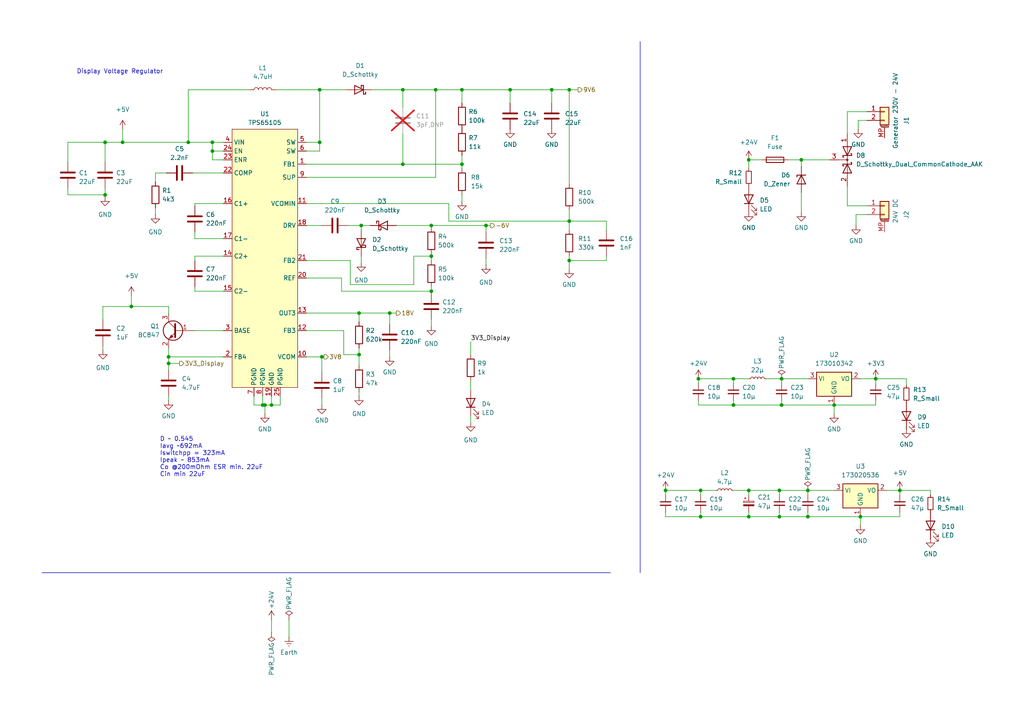
<source format=kicad_sch>
(kicad_sch
	(version 20231120)
	(generator "eeschema")
	(generator_version "8.0")
	(uuid "2e0788da-83c1-4cf9-982c-6e9feead5c48")
	(paper "A4")
	
	(junction
		(at 104.14 102.87)
		(diameter 0)
		(color 0 0 0 0)
		(uuid "02480c99-5394-4e9f-89df-ef38c9643771")
	)
	(junction
		(at 241.935 117.475)
		(diameter 0)
		(color 0 0 0 0)
		(uuid "04a24c58-7e9b-45c6-a81c-e6bd761e890c")
	)
	(junction
		(at 217.17 142.24)
		(diameter 0)
		(color 0 0 0 0)
		(uuid "06c0f182-3f01-4df1-8a91-76bc1a17447c")
	)
	(junction
		(at 226.06 149.86)
		(diameter 0)
		(color 0 0 0 0)
		(uuid "0e4f6690-f270-44bf-b823-20877548d9de")
	)
	(junction
		(at 165.1 75.565)
		(diameter 0)
		(color 0 0 0 0)
		(uuid "0eef11e6-76b0-4b3f-aa84-20f8c99ba4f2")
	)
	(junction
		(at 140.97 65.405)
		(diameter 0)
		(color 0 0 0 0)
		(uuid "111fa979-1c07-45e3-bde0-f5f2517309ef")
	)
	(junction
		(at 234.315 142.24)
		(diameter 0)
		(color 0 0 0 0)
		(uuid "1189832d-f541-4182-85cf-76441db3bde5")
	)
	(junction
		(at 113.03 90.805)
		(diameter 0)
		(color 0 0 0 0)
		(uuid "1aff85bd-376b-4c3c-a19e-28410c588aa7")
	)
	(junction
		(at 203.2 142.24)
		(diameter 0)
		(color 0 0 0 0)
		(uuid "2ab8ada9-cf74-4f1d-a11c-ea239d5d2220")
	)
	(junction
		(at 217.17 46.355)
		(diameter 0)
		(color 0 0 0 0)
		(uuid "2d680fee-d381-4b13-af58-d69b1bf4bdaf")
	)
	(junction
		(at 226.695 109.855)
		(diameter 0)
		(color 0 0 0 0)
		(uuid "328351f1-a0f5-490e-9fe1-872dcb80d8e1")
	)
	(junction
		(at 165.1 26.035)
		(diameter 0)
		(color 0 0 0 0)
		(uuid "344e26dd-0ad0-428f-9526-295351b37e18")
	)
	(junction
		(at 133.985 26.035)
		(diameter 0)
		(color 0 0 0 0)
		(uuid "38c66eb7-fe12-4132-87a9-9f307a3d4eb9")
	)
	(junction
		(at 147.955 26.035)
		(diameter 0)
		(color 0 0 0 0)
		(uuid "3a138e79-1b0d-41eb-a45e-a81d8b3b8874")
	)
	(junction
		(at 76.835 117.475)
		(diameter 0)
		(color 0 0 0 0)
		(uuid "3ae57a23-66e5-4f6a-9822-261b4ca414ba")
	)
	(junction
		(at 254 109.855)
		(diameter 0)
		(color 0 0 0 0)
		(uuid "4511e233-f111-4b3a-b25b-163e7713798c")
	)
	(junction
		(at 193.04 142.24)
		(diameter 0)
		(color 0 0 0 0)
		(uuid "4bc96748-d6a3-4db2-a6e8-1cc644e5753e")
	)
	(junction
		(at 48.895 103.505)
		(diameter 0)
		(color 0 0 0 0)
		(uuid "4c879827-91e5-4a71-a78c-ba2af39ff8cc")
	)
	(junction
		(at 30.48 56.515)
		(diameter 0)
		(color 0 0 0 0)
		(uuid "4e92d78f-ee99-497f-8aff-eb385cd4ceef")
	)
	(junction
		(at 234.315 149.86)
		(diameter 0)
		(color 0 0 0 0)
		(uuid "5503c86b-1be4-41d6-9f38-9ec79f8809d0")
	)
	(junction
		(at 126.365 26.035)
		(diameter 0)
		(color 0 0 0 0)
		(uuid "5549d3d8-ee14-4c4b-a1fd-0e90c51542ae")
	)
	(junction
		(at 226.06 142.24)
		(diameter 0)
		(color 0 0 0 0)
		(uuid "5a4015f9-032d-4d3d-913c-ef451306a780")
	)
	(junction
		(at 125.095 65.405)
		(diameter 0)
		(color 0 0 0 0)
		(uuid "5a704d20-2eda-4d66-87a0-8bb00c328bcf")
	)
	(junction
		(at 92.71 26.035)
		(diameter 0)
		(color 0 0 0 0)
		(uuid "5b385b3a-0445-40da-869e-baa34c1ab9d3")
	)
	(junction
		(at 212.725 109.855)
		(diameter 0)
		(color 0 0 0 0)
		(uuid "5fa5e9ea-85ff-4890-b60a-2622461a3342")
	)
	(junction
		(at 226.695 117.475)
		(diameter 0)
		(color 0 0 0 0)
		(uuid "5fa7211d-a933-4aea-bde3-164e64fe3f63")
	)
	(junction
		(at 212.725 117.475)
		(diameter 0)
		(color 0 0 0 0)
		(uuid "6a04c048-f0f1-48b0-bc1c-71429688fed0")
	)
	(junction
		(at 125.095 84.455)
		(diameter 0)
		(color 0 0 0 0)
		(uuid "7211e033-306c-4f5c-8969-3e6e32dd97c7")
	)
	(junction
		(at 92.71 41.275)
		(diameter 0)
		(color 0 0 0 0)
		(uuid "7402a9dc-42d2-48a3-b1d2-a3f8321a5335")
	)
	(junction
		(at 116.84 26.035)
		(diameter 0)
		(color 0 0 0 0)
		(uuid "7f7c4502-3d42-44e1-a7e5-18625ac30d0c")
	)
	(junction
		(at 260.985 142.24)
		(diameter 0)
		(color 0 0 0 0)
		(uuid "852155d9-75fa-4971-882f-601461e6471e")
	)
	(junction
		(at 48.895 105.41)
		(diameter 0)
		(color 0 0 0 0)
		(uuid "880cbe12-459f-4608-8eb4-4562e51e675d")
	)
	(junction
		(at 104.775 65.405)
		(diameter 0)
		(color 0 0 0 0)
		(uuid "8a4a63e0-e849-40f9-91ee-96af092e47fd")
	)
	(junction
		(at 217.17 149.86)
		(diameter 0)
		(color 0 0 0 0)
		(uuid "8b98e2fb-4d6d-4946-a73a-5b44141d0f81")
	)
	(junction
		(at 61.595 41.275)
		(diameter 0)
		(color 0 0 0 0)
		(uuid "8bd06123-3b1f-4075-822e-b7d3ffc7ad6e")
	)
	(junction
		(at 35.56 41.275)
		(diameter 0)
		(color 0 0 0 0)
		(uuid "946eaa14-4756-4a6c-b144-1058732f0d1c")
	)
	(junction
		(at 232.41 46.355)
		(diameter 0)
		(color 0 0 0 0)
		(uuid "94db514d-ef3e-4902-96b4-9fe23020fd4b")
	)
	(junction
		(at 104.14 90.805)
		(diameter 0)
		(color 0 0 0 0)
		(uuid "98259442-0017-4839-bdf1-ccc12bd3d4f7")
	)
	(junction
		(at 116.84 47.625)
		(diameter 0)
		(color 0 0 0 0)
		(uuid "9f5c1de7-45f5-4975-85f4-4b3a322e112d")
	)
	(junction
		(at 165.1 64.135)
		(diameter 0)
		(color 0 0 0 0)
		(uuid "a1991491-5b08-4a3c-ae36-86e5c0059fef")
	)
	(junction
		(at 125.095 74.295)
		(diameter 0)
		(color 0 0 0 0)
		(uuid "ac6cee30-b003-4257-a4d2-6306d34acee1")
	)
	(junction
		(at 30.48 41.275)
		(diameter 0)
		(color 0 0 0 0)
		(uuid "acd4fa46-8ba8-4b24-9066-b22d8cf3695d")
	)
	(junction
		(at 203.2 149.86)
		(diameter 0)
		(color 0 0 0 0)
		(uuid "bb8147b5-df2f-4f1f-b47e-d53b75aaa380")
	)
	(junction
		(at 249.555 149.86)
		(diameter 0)
		(color 0 0 0 0)
		(uuid "bde9bff5-32a4-42ae-899d-568ddf240b6b")
	)
	(junction
		(at 61.595 43.815)
		(diameter 0)
		(color 0 0 0 0)
		(uuid "c1c24b44-9fed-402f-8691-27fc96c5a404")
	)
	(junction
		(at 54.61 41.275)
		(diameter 0)
		(color 0 0 0 0)
		(uuid "c9b49b51-7016-4f86-93c8-0a5edcbf1dc4")
	)
	(junction
		(at 93.345 103.505)
		(diameter 0)
		(color 0 0 0 0)
		(uuid "d3af76d2-6f6b-4958-8007-465843bcff28")
	)
	(junction
		(at 38.1 88.9)
		(diameter 0)
		(color 0 0 0 0)
		(uuid "e12a7a30-2a13-4e59-a86b-14e9581d754f")
	)
	(junction
		(at 133.985 47.625)
		(diameter 0)
		(color 0 0 0 0)
		(uuid "e164d6d7-daed-4ba2-a4fa-8829f5fa4bf1")
	)
	(junction
		(at 202.565 109.855)
		(diameter 0)
		(color 0 0 0 0)
		(uuid "ea330dce-f339-4a47-abfa-3285e15e9c53")
	)
	(junction
		(at 78.74 117.475)
		(diameter 0)
		(color 0 0 0 0)
		(uuid "eabb1f12-056b-4086-8108-3847910fb0d1")
	)
	(junction
		(at 76.2 117.475)
		(diameter 0)
		(color 0 0 0 0)
		(uuid "eb96f160-0639-40eb-a4cf-f184fd8acebd")
	)
	(junction
		(at 160.02 26.035)
		(diameter 0)
		(color 0 0 0 0)
		(uuid "eecf3a55-a51b-4037-bc03-6c24e0b5c442")
	)
	(wire
		(pts
			(xy 104.14 114.935) (xy 104.14 113.665)
		)
		(stroke
			(width 0)
			(type default)
		)
		(uuid "00823f29-0ed6-4b92-afdd-b2458f8bb606")
	)
	(wire
		(pts
			(xy 245.745 59.69) (xy 245.745 53.975)
		)
		(stroke
			(width 0)
			(type default)
		)
		(uuid "01d5c222-f50c-448c-ab1c-ce44f0e6fca5")
	)
	(wire
		(pts
			(xy 48.895 105.41) (xy 48.895 107.315)
		)
		(stroke
			(width 0)
			(type default)
		)
		(uuid "0799669d-565f-4907-8ed6-4e84a36a826f")
	)
	(wire
		(pts
			(xy 125.095 84.455) (xy 125.095 85.09)
		)
		(stroke
			(width 0)
			(type default)
		)
		(uuid "07ec2872-4565-4fd8-959e-8f2af70ca30b")
	)
	(wire
		(pts
			(xy 45.085 60.325) (xy 45.085 62.23)
		)
		(stroke
			(width 0)
			(type default)
		)
		(uuid "080956e7-576e-44ee-9c9c-360358df7091")
	)
	(wire
		(pts
			(xy 114.935 65.405) (xy 125.095 65.405)
		)
		(stroke
			(width 0)
			(type default)
		)
		(uuid "0a825527-7b27-4b9a-a7f6-00a4872c8489")
	)
	(wire
		(pts
			(xy 99.06 80.645) (xy 99.06 84.455)
		)
		(stroke
			(width 0)
			(type default)
		)
		(uuid "0a831453-75b6-47ab-904c-b600c87ef6b9")
	)
	(wire
		(pts
			(xy 61.595 46.355) (xy 61.595 43.815)
		)
		(stroke
			(width 0)
			(type default)
		)
		(uuid "0ac840e0-b447-402f-b2e4-f37f6065362a")
	)
	(wire
		(pts
			(xy 104.14 90.805) (xy 104.14 93.345)
		)
		(stroke
			(width 0)
			(type default)
		)
		(uuid "0b2e23e4-beac-4bd1-be47-6b52b832fb7c")
	)
	(wire
		(pts
			(xy 140.97 65.405) (xy 142.24 65.405)
		)
		(stroke
			(width 0)
			(type default)
		)
		(uuid "0e047021-d1ef-4727-9754-e9dc1692b3ca")
	)
	(wire
		(pts
			(xy 245.745 32.385) (xy 251.46 32.385)
		)
		(stroke
			(width 0)
			(type default)
		)
		(uuid "0f6fedef-d831-419e-8095-bd13e46f06de")
	)
	(wire
		(pts
			(xy 202.565 109.855) (xy 202.565 111.125)
		)
		(stroke
			(width 0)
			(type default)
		)
		(uuid "0fc213a9-8817-48cf-8836-66336aa93cfa")
	)
	(wire
		(pts
			(xy 88.9 90.805) (xy 104.14 90.805)
		)
		(stroke
			(width 0)
			(type default)
		)
		(uuid "163b8def-cacd-4a76-822e-3fb9e29d98bf")
	)
	(wire
		(pts
			(xy 72.39 26.035) (xy 54.61 26.035)
		)
		(stroke
			(width 0)
			(type default)
		)
		(uuid "17ac2bd9-85ec-48d8-b4ea-5c8f921070e6")
	)
	(wire
		(pts
			(xy 136.525 120.65) (xy 136.525 122.555)
		)
		(stroke
			(width 0)
			(type default)
		)
		(uuid "1964f7d3-f983-4af4-9501-c4191a058a6e")
	)
	(wire
		(pts
			(xy 165.1 60.96) (xy 165.1 64.135)
		)
		(stroke
			(width 0)
			(type default)
		)
		(uuid "19f8f6bd-03e2-4d0d-88e8-d2cde4815ce5")
	)
	(wire
		(pts
			(xy 260.985 148.59) (xy 260.985 149.86)
		)
		(stroke
			(width 0)
			(type default)
		)
		(uuid "1b51f0eb-7bb4-40fd-8a18-b2b7c8dece5a")
	)
	(wire
		(pts
			(xy 133.985 47.625) (xy 133.985 48.895)
		)
		(stroke
			(width 0)
			(type default)
		)
		(uuid "1bee50ad-234a-4553-a3d2-31e3d0fcb897")
	)
	(wire
		(pts
			(xy 125.095 65.405) (xy 140.97 65.405)
		)
		(stroke
			(width 0)
			(type default)
		)
		(uuid "1c0e80f2-a924-48f1-b1a4-5e4b60c86556")
	)
	(wire
		(pts
			(xy 202.565 109.855) (xy 212.725 109.855)
		)
		(stroke
			(width 0)
			(type default)
		)
		(uuid "1d87bcf4-7b10-4fa6-b5d8-4a243a3dec00")
	)
	(wire
		(pts
			(xy 260.985 149.86) (xy 249.555 149.86)
		)
		(stroke
			(width 0)
			(type default)
		)
		(uuid "1eae38f9-6fb6-4b12-919c-8df80453afaa")
	)
	(wire
		(pts
			(xy 92.71 43.815) (xy 92.71 41.275)
		)
		(stroke
			(width 0)
			(type default)
		)
		(uuid "1f385b83-cc47-4a50-b4f9-6e8bb1cc4ede")
	)
	(wire
		(pts
			(xy 76.2 114.935) (xy 76.2 117.475)
		)
		(stroke
			(width 0)
			(type default)
		)
		(uuid "221dba15-c87b-4d35-8df1-58681aea5818")
	)
	(wire
		(pts
			(xy 104.14 100.965) (xy 104.14 102.87)
		)
		(stroke
			(width 0)
			(type default)
		)
		(uuid "222d12e6-fedb-439c-bdcc-9db0625e529b")
	)
	(wire
		(pts
			(xy 48.895 100.965) (xy 48.895 103.505)
		)
		(stroke
			(width 0)
			(type default)
		)
		(uuid "22da2ddb-ad12-4205-b387-df7f05c0291f")
	)
	(wire
		(pts
			(xy 78.74 117.475) (xy 81.28 117.475)
		)
		(stroke
			(width 0)
			(type default)
		)
		(uuid "23471649-e877-40d3-94d4-eef45059f441")
	)
	(wire
		(pts
			(xy 56.515 59.055) (xy 64.77 59.055)
		)
		(stroke
			(width 0)
			(type default)
		)
		(uuid "24c96bfc-e05f-4742-ab89-580e45bdb5bc")
	)
	(wire
		(pts
			(xy 116.84 38.735) (xy 116.84 47.625)
		)
		(stroke
			(width 0)
			(type default)
		)
		(uuid "25928ed3-3d8c-4e5f-aa6c-ff9793b22490")
	)
	(wire
		(pts
			(xy 175.895 66.675) (xy 175.895 64.135)
		)
		(stroke
			(width 0)
			(type default)
		)
		(uuid "27933751-b7f1-48c0-9df9-818b6dfc358c")
	)
	(wire
		(pts
			(xy 226.695 117.475) (xy 241.935 117.475)
		)
		(stroke
			(width 0)
			(type default)
		)
		(uuid "27fdb692-1032-457e-a1eb-5217ad52ed2d")
	)
	(wire
		(pts
			(xy 88.9 65.405) (xy 93.345 65.405)
		)
		(stroke
			(width 0)
			(type default)
		)
		(uuid "2aee96eb-356d-44d9-bb29-b019a73320a5")
	)
	(wire
		(pts
			(xy 217.17 46.355) (xy 220.98 46.355)
		)
		(stroke
			(width 0)
			(type default)
		)
		(uuid "2b7b12dd-87cc-4177-b7c0-9d9cf43eb25a")
	)
	(wire
		(pts
			(xy 249.555 109.855) (xy 254 109.855)
		)
		(stroke
			(width 0)
			(type default)
		)
		(uuid "2c5e1399-a2da-45ff-9723-90f773008009")
	)
	(wire
		(pts
			(xy 130.175 59.055) (xy 130.175 64.135)
		)
		(stroke
			(width 0)
			(type default)
		)
		(uuid "300ab485-da27-45a6-a497-e273fd765e8c")
	)
	(wire
		(pts
			(xy 254 109.855) (xy 254 111.125)
		)
		(stroke
			(width 0)
			(type default)
		)
		(uuid "302dd4f2-4a33-462d-8779-06c1161c641e")
	)
	(wire
		(pts
			(xy 30.48 56.515) (xy 30.48 57.15)
		)
		(stroke
			(width 0)
			(type default)
		)
		(uuid "32d9f44c-5a9a-4fc5-b600-6f1b471ca49c")
	)
	(wire
		(pts
			(xy 202.565 117.475) (xy 212.725 117.475)
		)
		(stroke
			(width 0)
			(type default)
		)
		(uuid "332369f9-b2c1-4afc-8575-ba8f738f7f55")
	)
	(wire
		(pts
			(xy 193.04 142.24) (xy 193.04 143.51)
		)
		(stroke
			(width 0)
			(type default)
		)
		(uuid "3356ecf4-e784-4cfb-92ad-862b46ff013b")
	)
	(wire
		(pts
			(xy 212.725 109.855) (xy 217.17 109.855)
		)
		(stroke
			(width 0)
			(type default)
		)
		(uuid "3614b7ff-5afc-4028-9773-3f0c7087bc24")
	)
	(wire
		(pts
			(xy 175.895 75.565) (xy 175.895 74.295)
		)
		(stroke
			(width 0)
			(type default)
		)
		(uuid "38d260f8-76f5-44dd-9720-2a213e915413")
	)
	(wire
		(pts
			(xy 165.1 75.565) (xy 165.1 78.105)
		)
		(stroke
			(width 0)
			(type default)
		)
		(uuid "3c5f13ae-ad87-44f8-b10b-2a06880895da")
	)
	(wire
		(pts
			(xy 48.895 114.935) (xy 48.895 116.205)
		)
		(stroke
			(width 0)
			(type default)
		)
		(uuid "3e5771b7-425e-4cea-8f07-1611dbbbc8c1")
	)
	(wire
		(pts
			(xy 120.015 74.295) (xy 125.095 74.295)
		)
		(stroke
			(width 0)
			(type default)
		)
		(uuid "3ed12c7c-34f2-4e62-a8b5-51abf30d6efa")
	)
	(wire
		(pts
			(xy 76.835 117.475) (xy 78.74 117.475)
		)
		(stroke
			(width 0)
			(type default)
		)
		(uuid "3fa49fd2-5e38-4518-bcaf-7808cb6d4aed")
	)
	(wire
		(pts
			(xy 88.9 80.645) (xy 99.06 80.645)
		)
		(stroke
			(width 0)
			(type default)
		)
		(uuid "3ffad75b-d711-4886-b77c-cec67b83eda9")
	)
	(wire
		(pts
			(xy 116.84 26.035) (xy 126.365 26.035)
		)
		(stroke
			(width 0)
			(type default)
		)
		(uuid "4053aa73-644b-43ff-bb1b-788caed9bc0c")
	)
	(wire
		(pts
			(xy 140.97 65.405) (xy 140.97 67.31)
		)
		(stroke
			(width 0)
			(type default)
		)
		(uuid "428491b2-7a74-46cd-bdd8-2c392c94f34c")
	)
	(wire
		(pts
			(xy 234.315 149.86) (xy 249.555 149.86)
		)
		(stroke
			(width 0)
			(type default)
		)
		(uuid "44ac89d5-fab8-4881-932b-38f36f429c6a")
	)
	(wire
		(pts
			(xy 19.685 54.61) (xy 19.685 56.515)
		)
		(stroke
			(width 0)
			(type default)
		)
		(uuid "4503344e-d636-487f-aa1d-09061e794e89")
	)
	(wire
		(pts
			(xy 30.48 46.99) (xy 30.48 41.275)
		)
		(stroke
			(width 0)
			(type default)
		)
		(uuid "45f9194a-fefb-4742-9660-7fe8e4d30a8d")
	)
	(wire
		(pts
			(xy 222.25 109.855) (xy 226.695 109.855)
		)
		(stroke
			(width 0)
			(type default)
		)
		(uuid "480bee3c-39e6-407a-89ac-1313197ace6a")
	)
	(wire
		(pts
			(xy 232.41 55.88) (xy 232.41 61.595)
		)
		(stroke
			(width 0)
			(type default)
		)
		(uuid "4a7cbbdd-5cf8-47cb-b2f7-c1bae73c379c")
	)
	(wire
		(pts
			(xy 48.895 103.505) (xy 48.895 105.41)
		)
		(stroke
			(width 0)
			(type default)
		)
		(uuid "4a9bf28b-3854-4f5d-86aa-f17baa6a09f9")
	)
	(wire
		(pts
			(xy 175.895 64.135) (xy 165.1 64.135)
		)
		(stroke
			(width 0)
			(type default)
		)
		(uuid "4adf77c0-8891-473c-b37b-e31840999359")
	)
	(wire
		(pts
			(xy 88.9 51.435) (xy 126.365 51.435)
		)
		(stroke
			(width 0)
			(type default)
		)
		(uuid "4c41f729-a7aa-477e-a842-37838a2b18f0")
	)
	(wire
		(pts
			(xy 93.345 115.57) (xy 93.345 117.475)
		)
		(stroke
			(width 0)
			(type default)
		)
		(uuid "4d35691e-4f3d-41e8-9a99-c92c22cf42d0")
	)
	(wire
		(pts
			(xy 125.095 74.295) (xy 125.095 75.565)
		)
		(stroke
			(width 0)
			(type default)
		)
		(uuid "4e1213c0-0844-4472-8738-ede19ad5a24e")
	)
	(wire
		(pts
			(xy 19.685 46.99) (xy 19.685 41.275)
		)
		(stroke
			(width 0)
			(type default)
		)
		(uuid "4e66fede-4bd0-4b9c-aa91-1d39619d61f3")
	)
	(wire
		(pts
			(xy 133.985 26.035) (xy 133.985 29.845)
		)
		(stroke
			(width 0)
			(type default)
		)
		(uuid "4e9a23db-c1ec-4e36-98bc-5688e1210cd2")
	)
	(wire
		(pts
			(xy 93.345 103.505) (xy 93.98 103.505)
		)
		(stroke
			(width 0)
			(type default)
		)
		(uuid "5042ffc9-f488-4bd7-bd38-fe064d044d8e")
	)
	(wire
		(pts
			(xy 38.1 85.725) (xy 38.1 88.9)
		)
		(stroke
			(width 0)
			(type default)
		)
		(uuid "51649ea1-af40-4422-810d-cdd7e45b347c")
	)
	(wire
		(pts
			(xy 56.515 95.885) (xy 64.77 95.885)
		)
		(stroke
			(width 0)
			(type default)
		)
		(uuid "54264b9f-8dba-4eb3-9bf5-e99612feb0a4")
	)
	(wire
		(pts
			(xy 78.74 114.935) (xy 78.74 117.475)
		)
		(stroke
			(width 0)
			(type default)
		)
		(uuid "55e01c7c-916c-475f-be83-ee46860b0f12")
	)
	(wire
		(pts
			(xy 104.775 74.295) (xy 104.775 76.2)
		)
		(stroke
			(width 0)
			(type default)
		)
		(uuid "57b5aaf8-4711-428a-983d-30d7d03219cf")
	)
	(wire
		(pts
			(xy 133.985 26.035) (xy 147.955 26.035)
		)
		(stroke
			(width 0)
			(type default)
		)
		(uuid "58008270-b81f-49d0-afe4-7fa9bf83ce48")
	)
	(wire
		(pts
			(xy 249.555 149.86) (xy 249.555 152.4)
		)
		(stroke
			(width 0)
			(type default)
		)
		(uuid "59e0d06b-cd48-45c4-a673-afeae9475e71")
	)
	(wire
		(pts
			(xy 226.695 109.855) (xy 234.315 109.855)
		)
		(stroke
			(width 0)
			(type default)
		)
		(uuid "5a092afa-26ce-4acf-9da0-d2d8700de100")
	)
	(wire
		(pts
			(xy 212.725 142.24) (xy 217.17 142.24)
		)
		(stroke
			(width 0)
			(type default)
		)
		(uuid "5ac9dccd-b877-4c45-9b87-2745bb154a56")
	)
	(wire
		(pts
			(xy 19.685 41.275) (xy 30.48 41.275)
		)
		(stroke
			(width 0)
			(type default)
		)
		(uuid "5cd14f0a-b143-4082-9e76-fccb2d9c8aab")
	)
	(wire
		(pts
			(xy 234.315 142.24) (xy 234.315 143.51)
		)
		(stroke
			(width 0)
			(type default)
		)
		(uuid "5ea3e315-df2f-48a8-96ed-2eaa15b323b6")
	)
	(wire
		(pts
			(xy 55.88 50.165) (xy 64.77 50.165)
		)
		(stroke
			(width 0)
			(type default)
		)
		(uuid "617ebabc-9728-49d9-9e00-efeb649c11f6")
	)
	(wire
		(pts
			(xy 147.955 26.035) (xy 160.02 26.035)
		)
		(stroke
			(width 0)
			(type default)
		)
		(uuid "657cd257-f6de-4892-9294-8726d142da8b")
	)
	(wire
		(pts
			(xy 234.315 148.59) (xy 234.315 149.86)
		)
		(stroke
			(width 0)
			(type default)
		)
		(uuid "667d36d3-48b8-4b44-b1fa-ee04e1f5c87d")
	)
	(wire
		(pts
			(xy 56.515 74.295) (xy 64.77 74.295)
		)
		(stroke
			(width 0)
			(type default)
		)
		(uuid "66b80e20-c5b1-452c-9103-9af133e4d706")
	)
	(wire
		(pts
			(xy 104.14 102.87) (xy 99.695 102.87)
		)
		(stroke
			(width 0)
			(type default)
		)
		(uuid "67b76565-5e98-4729-99f3-4273774598b5")
	)
	(wire
		(pts
			(xy 45.085 50.165) (xy 45.085 52.705)
		)
		(stroke
			(width 0)
			(type default)
		)
		(uuid "68479ddf-a13d-466d-a3dd-c310eda8a653")
	)
	(wire
		(pts
			(xy 126.365 26.035) (xy 133.985 26.035)
		)
		(stroke
			(width 0)
			(type default)
		)
		(uuid "6b0e775c-807c-4a32-a894-95f8e30cbef4")
	)
	(wire
		(pts
			(xy 56.515 59.69) (xy 56.515 59.055)
		)
		(stroke
			(width 0)
			(type default)
		)
		(uuid "6dbbb99c-db6b-4ccc-b564-a41e646c330c")
	)
	(wire
		(pts
			(xy 64.77 41.275) (xy 61.595 41.275)
		)
		(stroke
			(width 0)
			(type default)
		)
		(uuid "6e623211-e1cd-4bb0-8c65-12b92a48f710")
	)
	(wire
		(pts
			(xy 88.9 43.815) (xy 92.71 43.815)
		)
		(stroke
			(width 0)
			(type default)
		)
		(uuid "701e3aab-ec5b-4755-bb01-b828558ba117")
	)
	(wire
		(pts
			(xy 212.725 116.205) (xy 212.725 117.475)
		)
		(stroke
			(width 0)
			(type default)
		)
		(uuid "70876b54-5088-4016-b2c6-b9cdcb757352")
	)
	(wire
		(pts
			(xy 226.695 109.855) (xy 226.695 111.125)
		)
		(stroke
			(width 0)
			(type default)
		)
		(uuid "712cf10d-3255-4a39-896b-4c3e9382c6bb")
	)
	(wire
		(pts
			(xy 61.595 41.275) (xy 61.595 43.815)
		)
		(stroke
			(width 0)
			(type default)
		)
		(uuid "73f9ed79-636c-4d16-b0ba-9b534cedcbd4")
	)
	(wire
		(pts
			(xy 126.365 51.435) (xy 126.365 26.035)
		)
		(stroke
			(width 0)
			(type default)
		)
		(uuid "75501156-2b60-4ebc-abfc-4b7c0bc99d2c")
	)
	(wire
		(pts
			(xy 93.345 103.505) (xy 88.9 103.505)
		)
		(stroke
			(width 0)
			(type default)
		)
		(uuid "773e3727-396a-430f-829a-1968126d4e63")
	)
	(wire
		(pts
			(xy 160.02 26.035) (xy 160.02 29.845)
		)
		(stroke
			(width 0)
			(type default)
		)
		(uuid "77434a9a-e97c-4f9b-8efa-a7dc56aa4462")
	)
	(wire
		(pts
			(xy 226.06 142.24) (xy 234.315 142.24)
		)
		(stroke
			(width 0)
			(type default)
		)
		(uuid "77962264-d713-4ddf-a55d-58dc53a2553c")
	)
	(wire
		(pts
			(xy 241.935 117.475) (xy 241.935 120.015)
		)
		(stroke
			(width 0)
			(type default)
		)
		(uuid "79e771bd-867c-48d0-9c84-c44a0cc2997a")
	)
	(wire
		(pts
			(xy 254 109.855) (xy 262.89 109.855)
		)
		(stroke
			(width 0)
			(type default)
		)
		(uuid "7a646faa-1ba2-40e9-96eb-e68d5e555bc5")
	)
	(wire
		(pts
			(xy 56.515 84.455) (xy 56.515 83.185)
		)
		(stroke
			(width 0)
			(type default)
		)
		(uuid "7a908a54-37ff-4256-af3c-d37a3211a15b")
	)
	(wire
		(pts
			(xy 147.955 26.035) (xy 147.955 29.845)
		)
		(stroke
			(width 0)
			(type default)
		)
		(uuid "7cbe0ff7-148d-4655-918d-3fd6cb63e2aa")
	)
	(wire
		(pts
			(xy 226.06 149.86) (xy 234.315 149.86)
		)
		(stroke
			(width 0)
			(type default)
		)
		(uuid "7cd4b97d-4582-43af-aca8-950338b402d8")
	)
	(wire
		(pts
			(xy 260.985 142.24) (xy 260.985 143.51)
		)
		(stroke
			(width 0)
			(type default)
		)
		(uuid "7d05d595-c664-446c-899f-b00e20cb5d7c")
	)
	(wire
		(pts
			(xy 228.6 46.355) (xy 232.41 46.355)
		)
		(stroke
			(width 0)
			(type default)
		)
		(uuid "83f0a0e4-0e23-480e-abfa-d05b91b18526")
	)
	(wire
		(pts
			(xy 64.77 84.455) (xy 56.515 84.455)
		)
		(stroke
			(width 0)
			(type default)
		)
		(uuid "86f78524-9a71-4576-a34f-c214cf02f681")
	)
	(wire
		(pts
			(xy 251.46 59.69) (xy 245.745 59.69)
		)
		(stroke
			(width 0)
			(type default)
		)
		(uuid "87012fd7-8a04-4de3-b126-2893f3235d87")
	)
	(wire
		(pts
			(xy 93.345 107.95) (xy 93.345 103.505)
		)
		(stroke
			(width 0)
			(type default)
		)
		(uuid "8798140f-a61d-4399-a02f-340a61efc57d")
	)
	(wire
		(pts
			(xy 125.095 73.66) (xy 125.095 74.295)
		)
		(stroke
			(width 0)
			(type default)
		)
		(uuid "88f13fe5-ddc3-4a21-b5bb-3f329bf29ec0")
	)
	(wire
		(pts
			(xy 165.1 64.135) (xy 165.1 66.675)
		)
		(stroke
			(width 0)
			(type default)
		)
		(uuid "897704ad-d967-4d2d-8238-9398ddfd04e8")
	)
	(wire
		(pts
			(xy 125.095 92.71) (xy 125.095 94.615)
		)
		(stroke
			(width 0)
			(type default)
		)
		(uuid "89de10db-0bda-4bc4-9a11-7f45b3fef9be")
	)
	(wire
		(pts
			(xy 217.17 149.86) (xy 226.06 149.86)
		)
		(stroke
			(width 0)
			(type default)
		)
		(uuid "8a27771f-2b91-4f3b-9898-b82752fb21fc")
	)
	(wire
		(pts
			(xy 64.77 69.215) (xy 56.515 69.215)
		)
		(stroke
			(width 0)
			(type default)
		)
		(uuid "8a8dc90e-ea11-473f-9e5a-ccd56726e7dd")
	)
	(wire
		(pts
			(xy 64.77 46.355) (xy 61.595 46.355)
		)
		(stroke
			(width 0)
			(type default)
		)
		(uuid "8acd4fdb-7a63-49b9-921f-6a3c041e95ba")
	)
	(wire
		(pts
			(xy 269.875 143.51) (xy 269.875 142.24)
		)
		(stroke
			(width 0)
			(type default)
		)
		(uuid "8cc7a730-cb1f-4afb-b5f0-1c9155a349c3")
	)
	(wire
		(pts
			(xy 73.66 117.475) (xy 73.66 114.935)
		)
		(stroke
			(width 0)
			(type default)
		)
		(uuid "8d1114c9-b33d-4f1b-8db3-570129fb19cf")
	)
	(wire
		(pts
			(xy 29.845 100.33) (xy 29.845 101.6)
		)
		(stroke
			(width 0)
			(type default)
		)
		(uuid "8d604371-f602-4f10-8f7d-d7976b912214")
	)
	(wire
		(pts
			(xy 165.1 26.035) (xy 167.64 26.035)
		)
		(stroke
			(width 0)
			(type default)
		)
		(uuid "8df34f58-b9bf-4d62-a0cb-39cfca58113f")
	)
	(wire
		(pts
			(xy 81.28 117.475) (xy 81.28 114.935)
		)
		(stroke
			(width 0)
			(type default)
		)
		(uuid "8e4e0ab3-c78b-4d6b-83be-d326c20004d9")
	)
	(wire
		(pts
			(xy 80.01 26.035) (xy 92.71 26.035)
		)
		(stroke
			(width 0)
			(type default)
		)
		(uuid "8f7a9dab-1d18-4219-bf90-07989e70b3dd")
	)
	(wire
		(pts
			(xy 52.07 105.41) (xy 48.895 105.41)
		)
		(stroke
			(width 0)
			(type default)
		)
		(uuid "94aa258d-f4ad-427f-ba76-7fd9489e4b20")
	)
	(wire
		(pts
			(xy 203.2 142.24) (xy 207.645 142.24)
		)
		(stroke
			(width 0)
			(type default)
		)
		(uuid "94d921d1-88bd-4867-aa9a-cdede2375614")
	)
	(wire
		(pts
			(xy 104.14 102.87) (xy 104.14 106.045)
		)
		(stroke
			(width 0)
			(type default)
		)
		(uuid "956030bd-a931-463c-9702-ffe626dcacb0")
	)
	(wire
		(pts
			(xy 262.89 109.855) (xy 262.89 111.76)
		)
		(stroke
			(width 0)
			(type default)
		)
		(uuid "95893931-4d8b-48f4-8eaf-9bb7542167a4")
	)
	(wire
		(pts
			(xy 193.04 148.59) (xy 193.04 149.86)
		)
		(stroke
			(width 0)
			(type default)
		)
		(uuid "95e44266-98b9-465d-997c-8e65b0c3d557")
	)
	(wire
		(pts
			(xy 193.04 149.86) (xy 203.2 149.86)
		)
		(stroke
			(width 0)
			(type default)
		)
		(uuid "95ef0836-fe34-4f04-a9c1-a920779ba8c0")
	)
	(wire
		(pts
			(xy 104.775 65.405) (xy 104.775 66.675)
		)
		(stroke
			(width 0)
			(type default)
		)
		(uuid "969bf748-1c2f-4967-9526-ffed487a9abc")
	)
	(wire
		(pts
			(xy 100.965 65.405) (xy 104.775 65.405)
		)
		(stroke
			(width 0)
			(type default)
		)
		(uuid "97431ce8-64bf-4192-aad3-405003b70cfe")
	)
	(wire
		(pts
			(xy 88.9 95.885) (xy 99.695 95.885)
		)
		(stroke
			(width 0)
			(type default)
		)
		(uuid "9a9225e3-868c-4477-b879-f49bba58cc6e")
	)
	(wire
		(pts
			(xy 203.2 142.24) (xy 203.2 143.51)
		)
		(stroke
			(width 0)
			(type default)
		)
		(uuid "9bc2d68c-2a43-4c1e-b669-9820a12d7c87")
	)
	(wire
		(pts
			(xy 193.04 142.24) (xy 203.2 142.24)
		)
		(stroke
			(width 0)
			(type default)
		)
		(uuid "9be69bc9-acb1-4f03-83ec-e3780facc1a4")
	)
	(wire
		(pts
			(xy 226.06 142.24) (xy 226.06 143.51)
		)
		(stroke
			(width 0)
			(type default)
		)
		(uuid "9c20c29c-79a9-4227-bc95-44d50437e955")
	)
	(wire
		(pts
			(xy 78.74 179.705) (xy 78.74 183.515)
		)
		(stroke
			(width 0)
			(type default)
		)
		(uuid "9c24de27-c859-48f7-9157-0b37caf30266")
	)
	(wire
		(pts
			(xy 29.845 88.9) (xy 38.1 88.9)
		)
		(stroke
			(width 0)
			(type default)
		)
		(uuid "9c740c80-d003-43c1-8383-19f33549312b")
	)
	(wire
		(pts
			(xy 125.095 83.185) (xy 125.095 84.455)
		)
		(stroke
			(width 0)
			(type default)
		)
		(uuid "9cdd0481-4694-4c64-b4e1-2ac7094da946")
	)
	(wire
		(pts
			(xy 133.985 45.085) (xy 133.985 47.625)
		)
		(stroke
			(width 0)
			(type default)
		)
		(uuid "9d3a9fba-99dc-4dfe-9ad9-da65da83c5c1")
	)
	(wire
		(pts
			(xy 101.6 82.55) (xy 101.6 75.565)
		)
		(stroke
			(width 0)
			(type default)
		)
		(uuid "9d439632-2771-4b13-b38a-61e86e6e924f")
	)
	(wire
		(pts
			(xy 217.17 148.59) (xy 217.17 149.86)
		)
		(stroke
			(width 0)
			(type default)
		)
		(uuid "9d9a9931-bf71-46df-845b-1ed3d2f68e2f")
	)
	(wire
		(pts
			(xy 217.17 142.24) (xy 226.06 142.24)
		)
		(stroke
			(width 0)
			(type default)
		)
		(uuid "9fb78350-b05c-4e18-96f6-8b518da4b61f")
	)
	(wire
		(pts
			(xy 35.56 41.275) (xy 54.61 41.275)
		)
		(stroke
			(width 0)
			(type default)
		)
		(uuid "a046b0f3-3f83-4557-8cc6-a95126a672fd")
	)
	(wire
		(pts
			(xy 101.6 75.565) (xy 88.9 75.565)
		)
		(stroke
			(width 0)
			(type default)
		)
		(uuid "a05d54da-1a6c-4acd-a749-c01660a4d3b6")
	)
	(wire
		(pts
			(xy 120.015 82.55) (xy 120.015 74.295)
		)
		(stroke
			(width 0)
			(type default)
		)
		(uuid "a1984b4c-5b68-46d4-a8e4-51bc343bb260")
	)
	(wire
		(pts
			(xy 245.745 38.735) (xy 245.745 32.385)
		)
		(stroke
			(width 0)
			(type default)
		)
		(uuid "a39b8dc8-c08e-44c0-8768-dc719002f971")
	)
	(wire
		(pts
			(xy 83.82 179.705) (xy 83.82 184.785)
		)
		(stroke
			(width 0)
			(type default)
		)
		(uuid "a4b66a3a-c778-4b17-bb65-da0c196d1daa")
	)
	(wire
		(pts
			(xy 92.71 41.275) (xy 88.9 41.275)
		)
		(stroke
			(width 0)
			(type default)
		)
		(uuid "a5562132-55e5-411a-9528-caffe9817d7d")
	)
	(wire
		(pts
			(xy 232.41 46.355) (xy 240.665 46.355)
		)
		(stroke
			(width 0)
			(type default)
		)
		(uuid "a586b49d-2519-401a-bb1a-aed73a17439d")
	)
	(wire
		(pts
			(xy 248.92 34.925) (xy 248.92 37.465)
		)
		(stroke
			(width 0)
			(type default)
		)
		(uuid "a7f0cf95-7834-4685-a120-283baf2b87ae")
	)
	(wire
		(pts
			(xy 101.6 82.55) (xy 120.015 82.55)
		)
		(stroke
			(width 0)
			(type default)
		)
		(uuid "a96e3a21-d86c-4df1-b585-ee9dec563426")
	)
	(wire
		(pts
			(xy 136.525 99.06) (xy 136.525 102.87)
		)
		(stroke
			(width 0)
			(type default)
		)
		(uuid "aab218ca-ce2c-4b98-83a0-97efcbb0006d")
	)
	(wire
		(pts
			(xy 116.84 47.625) (xy 133.985 47.625)
		)
		(stroke
			(width 0)
			(type default)
		)
		(uuid "b0d64e1d-c342-40d3-adfb-a13e1cf97f85")
	)
	(wire
		(pts
			(xy 92.71 26.035) (xy 100.33 26.035)
		)
		(stroke
			(width 0)
			(type default)
		)
		(uuid "b2b598d9-ea54-46c4-b198-2854c3ae0964")
	)
	(wire
		(pts
			(xy 212.725 109.855) (xy 212.725 111.125)
		)
		(stroke
			(width 0)
			(type default)
		)
		(uuid "b2d7c7f2-a0f2-4a7b-bd44-25162625cc2c")
	)
	(wire
		(pts
			(xy 232.41 46.355) (xy 232.41 48.26)
		)
		(stroke
			(width 0)
			(type default)
		)
		(uuid "b3813dc4-8c4a-4fe6-b246-060421727897")
	)
	(wire
		(pts
			(xy 125.095 65.405) (xy 125.095 66.04)
		)
		(stroke
			(width 0)
			(type default)
		)
		(uuid "b538a79f-8301-447f-8982-b1cd5d0d1e7d")
	)
	(wire
		(pts
			(xy 104.14 90.805) (xy 113.03 90.805)
		)
		(stroke
			(width 0)
			(type default)
		)
		(uuid "b676435c-79cb-4022-8da4-17b481badd24")
	)
	(wire
		(pts
			(xy 116.84 26.035) (xy 116.84 31.115)
		)
		(stroke
			(width 0)
			(type default)
		)
		(uuid "baa475f9-fa32-498d-8dda-150b6afbd67e")
	)
	(wire
		(pts
			(xy 133.985 56.515) (xy 133.985 58.42)
		)
		(stroke
			(width 0)
			(type default)
		)
		(uuid "bb47b1a4-c6b1-4dee-abb1-87841d3f7ab8")
	)
	(wire
		(pts
			(xy 30.48 41.275) (xy 35.56 41.275)
		)
		(stroke
			(width 0)
			(type default)
		)
		(uuid "bbf18ba4-6465-468f-b6dd-87ab34d93271")
	)
	(wire
		(pts
			(xy 107.95 26.035) (xy 116.84 26.035)
		)
		(stroke
			(width 0)
			(type default)
		)
		(uuid "bc8311a1-3370-43fe-b5ef-6453093ce15f")
	)
	(wire
		(pts
			(xy 104.775 65.405) (xy 107.315 65.405)
		)
		(stroke
			(width 0)
			(type default)
		)
		(uuid "be7b5ac7-c4df-4e35-8db8-1e84491169a5")
	)
	(wire
		(pts
			(xy 248.92 34.925) (xy 251.46 34.925)
		)
		(stroke
			(width 0)
			(type default)
		)
		(uuid "bfc00bab-747c-45e0-907d-9561bb4e313e")
	)
	(wire
		(pts
			(xy 61.595 43.815) (xy 64.77 43.815)
		)
		(stroke
			(width 0)
			(type default)
		)
		(uuid "c23f76b7-d61d-429f-bc58-6bc1546c1ccb")
	)
	(wire
		(pts
			(xy 48.895 88.9) (xy 48.895 90.805)
		)
		(stroke
			(width 0)
			(type default)
		)
		(uuid "c47a81a0-8572-4817-a997-173ded2bc84a")
	)
	(wire
		(pts
			(xy 269.875 142.24) (xy 260.985 142.24)
		)
		(stroke
			(width 0)
			(type default)
		)
		(uuid "c59dbc7a-b859-4042-9256-e6a6bf255f15")
	)
	(wire
		(pts
			(xy 99.695 102.87) (xy 99.695 95.885)
		)
		(stroke
			(width 0)
			(type default)
		)
		(uuid "c600e4a2-59ff-4eb3-b3aa-d29d8905aa43")
	)
	(wire
		(pts
			(xy 92.71 26.035) (xy 92.71 41.275)
		)
		(stroke
			(width 0)
			(type default)
		)
		(uuid "c675f9b7-362f-4a6a-a14c-49ef3e58fba4")
	)
	(wire
		(pts
			(xy 113.03 90.805) (xy 114.935 90.805)
		)
		(stroke
			(width 0)
			(type default)
		)
		(uuid "c70e0b07-9a0c-4e2c-9423-68f7c0d295ad")
	)
	(wire
		(pts
			(xy 54.61 26.035) (xy 54.61 41.275)
		)
		(stroke
			(width 0)
			(type default)
		)
		(uuid "c81f3ce7-5892-49a8-aed5-3d99dcf1b8c2")
	)
	(wire
		(pts
			(xy 212.725 117.475) (xy 226.695 117.475)
		)
		(stroke
			(width 0)
			(type default)
		)
		(uuid "c9b5c6a6-7840-45f7-bf7c-939b5fec923a")
	)
	(wire
		(pts
			(xy 73.66 117.475) (xy 76.2 117.475)
		)
		(stroke
			(width 0)
			(type default)
		)
		(uuid "ca2317ec-4f7e-4a1e-bc9b-1f482c5c144b")
	)
	(wire
		(pts
			(xy 257.175 142.24) (xy 260.985 142.24)
		)
		(stroke
			(width 0)
			(type default)
		)
		(uuid "cc004d13-9add-4e97-845e-3e804265ffd2")
	)
	(wire
		(pts
			(xy 113.03 93.98) (xy 113.03 90.805)
		)
		(stroke
			(width 0)
			(type default)
		)
		(uuid "cea8c313-f55b-4706-a4ce-a07406514fc9")
	)
	(wire
		(pts
			(xy 217.17 142.24) (xy 217.17 143.51)
		)
		(stroke
			(width 0)
			(type default)
		)
		(uuid "ceea175b-8c86-4dc4-ad65-8552da28bb49")
	)
	(wire
		(pts
			(xy 202.565 116.205) (xy 202.565 117.475)
		)
		(stroke
			(width 0)
			(type default)
		)
		(uuid "cf976ad3-d5e8-44a1-ad25-e1f1375f850a")
	)
	(wire
		(pts
			(xy 203.2 148.59) (xy 203.2 149.86)
		)
		(stroke
			(width 0)
			(type default)
		)
		(uuid "d068cbbe-b30f-4096-855c-e4e765fdfc8b")
	)
	(wire
		(pts
			(xy 226.06 148.59) (xy 226.06 149.86)
		)
		(stroke
			(width 0)
			(type default)
		)
		(uuid "d110e9db-9250-42b3-a3d7-2377030b6281")
	)
	(wire
		(pts
			(xy 248.285 62.23) (xy 248.285 65.405)
		)
		(stroke
			(width 0)
			(type default)
		)
		(uuid "d2ab178a-c830-41e7-8c74-ec1e72641c87")
	)
	(wire
		(pts
			(xy 217.17 48.895) (xy 217.17 46.355)
		)
		(stroke
			(width 0)
			(type default)
		)
		(uuid "d2c8035f-dd0f-43b4-85c2-ab9a349eff76")
	)
	(wire
		(pts
			(xy 165.1 75.565) (xy 175.895 75.565)
		)
		(stroke
			(width 0)
			(type default)
		)
		(uuid "d2e88e99-690a-4d37-99f2-7f9516b6f326")
	)
	(wire
		(pts
			(xy 226.695 116.205) (xy 226.695 117.475)
		)
		(stroke
			(width 0)
			(type default)
		)
		(uuid "d3daa0a2-e9bd-4444-ad66-cea4cd3ca5d7")
	)
	(wire
		(pts
			(xy 136.525 110.49) (xy 136.525 113.03)
		)
		(stroke
			(width 0)
			(type default)
		)
		(uuid "d4161612-fd40-48fe-a351-00b7e4adcfbe")
	)
	(wire
		(pts
			(xy 130.175 64.135) (xy 165.1 64.135)
		)
		(stroke
			(width 0)
			(type default)
		)
		(uuid "d5ceb0ee-59a6-4a5b-8b20-e84781423f12")
	)
	(wire
		(pts
			(xy 19.685 56.515) (xy 30.48 56.515)
		)
		(stroke
			(width 0)
			(type default)
		)
		(uuid "d61a543b-9dcd-435b-b998-d906143230cf")
	)
	(wire
		(pts
			(xy 160.02 26.035) (xy 165.1 26.035)
		)
		(stroke
			(width 0)
			(type default)
		)
		(uuid "d67cfc73-2f37-43f5-b169-e6f6da32e183")
	)
	(wire
		(pts
			(xy 165.1 53.34) (xy 165.1 26.035)
		)
		(stroke
			(width 0)
			(type default)
		)
		(uuid "d6da516f-31eb-472e-8e11-fc8eaed560bd")
	)
	(wire
		(pts
			(xy 251.46 62.23) (xy 248.285 62.23)
		)
		(stroke
			(width 0)
			(type default)
		)
		(uuid "dd658e3c-7274-4321-b280-f43d36ee4d16")
	)
	(polyline
		(pts
			(xy 185.674 12.065) (xy 185.674 166.116)
		)
		(stroke
			(width 0)
			(type default)
		)
		(uuid "de12261a-a488-4b78-817c-4b9eb5382cff")
	)
	(wire
		(pts
			(xy 241.935 117.475) (xy 254 117.475)
		)
		(stroke
			(width 0)
			(type default)
		)
		(uuid "de34fdb2-911d-4e50-850b-6065a7d83da0")
	)
	(wire
		(pts
			(xy 254 116.205) (xy 254 117.475)
		)
		(stroke
			(width 0)
			(type default)
		)
		(uuid "e03a3999-a189-4e3a-9992-e15734b4284e")
	)
	(wire
		(pts
			(xy 38.1 88.9) (xy 48.895 88.9)
		)
		(stroke
			(width 0)
			(type default)
		)
		(uuid "e1a33295-b560-45c6-8354-41493a75e6ac")
	)
	(wire
		(pts
			(xy 76.2 117.475) (xy 76.835 117.475)
		)
		(stroke
			(width 0)
			(type default)
		)
		(uuid "e27ec589-21f0-4132-bba5-5f01ebec4ed6")
	)
	(wire
		(pts
			(xy 234.315 142.24) (xy 241.935 142.24)
		)
		(stroke
			(width 0)
			(type default)
		)
		(uuid "e3e45f86-75c2-4a7b-8e12-738d3f6ab87b")
	)
	(wire
		(pts
			(xy 76.835 120.015) (xy 76.835 117.475)
		)
		(stroke
			(width 0)
			(type default)
		)
		(uuid "e5d29de3-76d9-4d1f-bd48-1db3511cdccc")
	)
	(wire
		(pts
			(xy 56.515 67.31) (xy 56.515 69.215)
		)
		(stroke
			(width 0)
			(type default)
		)
		(uuid "e6b0c24b-4150-4332-a7c7-0d39e7f824ea")
	)
	(polyline
		(pts
			(xy 177.038 166.116) (xy 12.192 166.116)
		)
		(stroke
			(width 0)
			(type default)
		)
		(uuid "ebb4d48e-7fd2-4425-bfc3-8c97a2151f56")
	)
	(wire
		(pts
			(xy 30.48 54.61) (xy 30.48 56.515)
		)
		(stroke
			(width 0)
			(type default)
		)
		(uuid "ece631b4-0e02-43fb-b41a-644be4704600")
	)
	(wire
		(pts
			(xy 35.56 37.465) (xy 35.56 41.275)
		)
		(stroke
			(width 0)
			(type default)
		)
		(uuid "f1386fce-793d-4913-a953-a88c993a5b95")
	)
	(wire
		(pts
			(xy 88.9 59.055) (xy 130.175 59.055)
		)
		(stroke
			(width 0)
			(type default)
		)
		(uuid "f3562cc0-2151-446c-bd56-2a5bee7be719")
	)
	(wire
		(pts
			(xy 140.97 74.93) (xy 140.97 76.835)
		)
		(stroke
			(width 0)
			(type default)
		)
		(uuid "f3d8f24c-b507-44f7-8732-b3c371928ecb")
	)
	(wire
		(pts
			(xy 125.095 84.455) (xy 99.06 84.455)
		)
		(stroke
			(width 0)
			(type default)
		)
		(uuid "f6449bb3-8d7c-4b3a-9a15-2919c2df39af")
	)
	(wire
		(pts
			(xy 113.03 101.6) (xy 113.03 103.505)
		)
		(stroke
			(width 0)
			(type default)
		)
		(uuid "f7be613d-7fb5-4dc4-b02c-1351c2aa01c7")
	)
	(wire
		(pts
			(xy 29.845 92.71) (xy 29.845 88.9)
		)
		(stroke
			(width 0)
			(type default)
		)
		(uuid "f8e84344-ce9e-4c5e-97bc-74f941bbd8a0")
	)
	(wire
		(pts
			(xy 48.26 50.165) (xy 45.085 50.165)
		)
		(stroke
			(width 0)
			(type default)
		)
		(uuid "f9e3e4aa-9ed3-42cc-837e-7d4db58a8c93")
	)
	(wire
		(pts
			(xy 88.9 47.625) (xy 116.84 47.625)
		)
		(stroke
			(width 0)
			(type default)
		)
		(uuid "fadc7548-00c4-4b95-815e-4752d586b062")
	)
	(wire
		(pts
			(xy 54.61 41.275) (xy 61.595 41.275)
		)
		(stroke
			(width 0)
			(type default)
		)
		(uuid "fb9dd6eb-a407-465c-bdd0-9e6702cd7114")
	)
	(wire
		(pts
			(xy 165.1 74.295) (xy 165.1 75.565)
		)
		(stroke
			(width 0)
			(type default)
		)
		(uuid "fdb7f7ec-34ca-408a-8796-515229f08d2a")
	)
	(wire
		(pts
			(xy 203.2 149.86) (xy 217.17 149.86)
		)
		(stroke
			(width 0)
			(type default)
		)
		(uuid "ff5aa988-d6c5-4cd5-82e2-efeba6acf235")
	)
	(wire
		(pts
			(xy 56.515 75.565) (xy 56.515 74.295)
		)
		(stroke
			(width 0)
			(type default)
		)
		(uuid "fff3473a-487e-4977-8567-12d8ad2c7bb6")
	)
	(wire
		(pts
			(xy 64.77 103.505) (xy 48.895 103.505)
		)
		(stroke
			(width 0)
			(type default)
		)
		(uuid "fff59099-86ec-467f-bb16-15a656a10544")
	)
	(text "Display Voltage Regulator"
		(exclude_from_sim no)
		(at 22.225 21.59 0)
		(effects
			(font
				(size 1.27 1.27)
			)
			(justify left bottom)
		)
		(uuid "1f474138-6b54-4b9f-883a-725cd7720b17")
	)
	(text "D ~ 0.545\nIavg ~692mA\nIswitchpp = 323mA\nIpeak ~ 853mA\nCo @200mOhm ESR min. 22uF\nCin min 22uF"
		(exclude_from_sim no)
		(at 46.355 138.43 0)
		(effects
			(font
				(size 1.27 1.27)
			)
			(justify left bottom)
		)
		(uuid "33680474-88a3-4d9f-8dec-4a0171750541")
	)
	(label "3V3_Display"
		(at 136.525 99.06 0)
		(effects
			(font
				(size 1.27 1.27)
			)
			(justify left bottom)
		)
		(uuid "5b6ad534-6e9c-4ace-9ff6-45d2d419853a")
	)
	(hierarchical_label "-6V"
		(shape output)
		(at 142.24 65.405 0)
		(effects
			(font
				(size 1.27 1.27)
			)
			(justify left)
		)
		(uuid "10a1f8b7-7c59-4a9f-b5fd-6b76bd4e4d31")
	)
	(hierarchical_label "3V8"
		(shape output)
		(at 93.98 103.505 0)
		(effects
			(font
				(size 1.27 1.27)
			)
			(justify left)
		)
		(uuid "1bdbdf6f-be11-4d84-9a73-803e320634e5")
	)
	(hierarchical_label "9V6"
		(shape output)
		(at 167.64 26.035 0)
		(effects
			(font
				(size 1.27 1.27)
			)
			(justify left)
		)
		(uuid "6962b2c5-bb1b-42d5-a7f3-8e7e10364e54")
	)
	(hierarchical_label "18V"
		(shape output)
		(at 114.935 90.805 0)
		(effects
			(font
				(size 1.27 1.27)
			)
			(justify left)
		)
		(uuid "7170a6be-81dc-41bb-96f9-c4f8e678cf95")
	)
	(hierarchical_label "3V3_Display"
		(shape output)
		(at 52.07 105.41 0)
		(effects
			(font
				(size 1.27 1.27)
			)
			(justify left)
		)
		(uuid "8a5139f5-172e-4e5d-8d26-2bb63149f8dd")
	)
	(symbol
		(lib_id "power:GND")
		(at 241.935 120.015 0)
		(unit 1)
		(exclude_from_sim no)
		(in_bom yes)
		(on_board yes)
		(dnp no)
		(fields_autoplaced yes)
		(uuid "0097b9e9-f135-4212-abcf-461c3487287a")
		(property "Reference" "#PWR028"
			(at 241.935 126.365 0)
			(effects
				(font
					(size 1.27 1.27)
				)
				(hide yes)
			)
		)
		(property "Value" "GND"
			(at 241.935 124.46 0)
			(effects
				(font
					(size 1.27 1.27)
				)
			)
		)
		(property "Footprint" ""
			(at 241.935 120.015 0)
			(effects
				(font
					(size 1.27 1.27)
				)
				(hide yes)
			)
		)
		(property "Datasheet" ""
			(at 241.935 120.015 0)
			(effects
				(font
					(size 1.27 1.27)
				)
				(hide yes)
			)
		)
		(property "Description" "Power symbol creates a global label with name \"GND\" , ground"
			(at 241.935 120.015 0)
			(effects
				(font
					(size 1.27 1.27)
				)
				(hide yes)
			)
		)
		(pin "1"
			(uuid "1d3f4457-f9c7-448b-9324-3e5ab268d5f5")
		)
		(instances
			(project "FT25-Charger"
				(path "/0dca9b66-f638-4727-874b-1b91b6921c17/91c9895f-7dce-429f-866f-2980d966c967"
					(reference "#PWR028")
					(unit 1)
				)
			)
		)
	)
	(symbol
		(lib_id "power:GND")
		(at 140.97 76.835 0)
		(unit 1)
		(exclude_from_sim no)
		(in_bom yes)
		(on_board yes)
		(dnp no)
		(fields_autoplaced yes)
		(uuid "0211d642-bfd2-42bb-92be-ef43fe816b16")
		(property "Reference" "#PWR019"
			(at 140.97 83.185 0)
			(effects
				(font
					(size 1.27 1.27)
				)
				(hide yes)
			)
		)
		(property "Value" "GND"
			(at 140.97 81.915 0)
			(effects
				(font
					(size 1.27 1.27)
				)
			)
		)
		(property "Footprint" ""
			(at 140.97 76.835 0)
			(effects
				(font
					(size 1.27 1.27)
				)
				(hide yes)
			)
		)
		(property "Datasheet" ""
			(at 140.97 76.835 0)
			(effects
				(font
					(size 1.27 1.27)
				)
				(hide yes)
			)
		)
		(property "Description" "Power symbol creates a global label with name \"GND\" , ground"
			(at 140.97 76.835 0)
			(effects
				(font
					(size 1.27 1.27)
				)
				(hide yes)
			)
		)
		(pin "1"
			(uuid "337ed4d5-a2c3-4d8b-88c2-bd90cf166f21")
		)
		(instances
			(project "FT25-Charger"
				(path "/0dca9b66-f638-4727-874b-1b91b6921c17/91c9895f-7dce-429f-866f-2980d966c967"
					(reference "#PWR019")
					(unit 1)
				)
			)
		)
	)
	(symbol
		(lib_id "Device:R")
		(at 125.095 79.375 0)
		(unit 1)
		(exclude_from_sim no)
		(in_bom yes)
		(on_board yes)
		(dnp no)
		(fields_autoplaced yes)
		(uuid "024057f2-71de-48fe-b865-441d4b893af6")
		(property "Reference" "R5"
			(at 127 78.1049 0)
			(effects
				(font
					(size 1.27 1.27)
				)
				(justify left)
			)
		)
		(property "Value" "100k"
			(at 127 80.6449 0)
			(effects
				(font
					(size 1.27 1.27)
				)
				(justify left)
			)
		)
		(property "Footprint" "Resistor_SMD:R_0603_1608Metric"
			(at 123.317 79.375 90)
			(effects
				(font
					(size 1.27 1.27)
				)
				(hide yes)
			)
		)
		(property "Datasheet" "~"
			(at 125.095 79.375 0)
			(effects
				(font
					(size 1.27 1.27)
				)
				(hide yes)
			)
		)
		(property "Description" ""
			(at 125.095 79.375 0)
			(effects
				(font
					(size 1.27 1.27)
				)
				(hide yes)
			)
		)
		(pin "1"
			(uuid "5e5b5d5e-12bf-4a44-8d25-4d8e8a4fd7bf")
		)
		(pin "2"
			(uuid "ec527aca-aedf-4a45-bb8b-9af3a031ecb6")
		)
		(instances
			(project "FT25-Charger"
				(path "/0dca9b66-f638-4727-874b-1b91b6921c17/91c9895f-7dce-429f-866f-2980d966c967"
					(reference "R5")
					(unit 1)
				)
			)
		)
	)
	(symbol
		(lib_id "power:PWR_FLAG")
		(at 78.74 183.515 180)
		(unit 1)
		(exclude_from_sim no)
		(in_bom yes)
		(on_board yes)
		(dnp no)
		(uuid "0586f22e-7298-4e44-94ab-3de20e1bdd44")
		(property "Reference" "#FLG01"
			(at 78.74 185.42 0)
			(effects
				(font
					(size 1.27 1.27)
				)
				(hide yes)
			)
		)
		(property "Value" "PWR_FLAG"
			(at 78.74 191.135 90)
			(effects
				(font
					(size 1.27 1.27)
				)
			)
		)
		(property "Footprint" ""
			(at 78.74 183.515 0)
			(effects
				(font
					(size 1.27 1.27)
				)
				(hide yes)
			)
		)
		(property "Datasheet" "~"
			(at 78.74 183.515 0)
			(effects
				(font
					(size 1.27 1.27)
				)
				(hide yes)
			)
		)
		(property "Description" "Special symbol for telling ERC where power comes from"
			(at 78.74 183.515 0)
			(effects
				(font
					(size 1.27 1.27)
				)
				(hide yes)
			)
		)
		(pin "1"
			(uuid "5d415866-93f2-477f-af05-776f16d5095c")
		)
		(instances
			(project "FT25-Charger"
				(path "/0dca9b66-f638-4727-874b-1b91b6921c17/91c9895f-7dce-429f-866f-2980d966c967"
					(reference "#FLG01")
					(unit 1)
				)
			)
		)
	)
	(symbol
		(lib_id "Connector_Generic_MountingPin:Conn_01x02_MountingPin")
		(at 256.54 32.385 0)
		(unit 1)
		(exclude_from_sim no)
		(in_bom yes)
		(on_board yes)
		(dnp no)
		(uuid "06896810-f0f6-4d5b-bd44-7b61fd6dcf73")
		(property "Reference" "J1"
			(at 262.89 36.195 90)
			(effects
				(font
					(size 1.27 1.27)
				)
				(justify left)
			)
		)
		(property "Value" "Generator 230V - 24V"
			(at 259.715 43.18 90)
			(effects
				(font
					(size 1.27 1.27)
				)
				(justify left)
			)
		)
		(property "Footprint" "FaSTTUBe_connectors:Micro_Mate-N-Lok_2p_vertical"
			(at 256.54 32.385 0)
			(effects
				(font
					(size 1.27 1.27)
				)
				(hide yes)
			)
		)
		(property "Datasheet" "~"
			(at 256.54 32.385 0)
			(effects
				(font
					(size 1.27 1.27)
				)
				(hide yes)
			)
		)
		(property "Description" "Generic connectable mounting pin connector, single row, 01x02, script generated (kicad-library-utils/schlib/autogen/connector/)"
			(at 256.54 32.385 0)
			(effects
				(font
					(size 1.27 1.27)
				)
				(hide yes)
			)
		)
		(pin "2"
			(uuid "d36f966d-023f-49ea-9eb7-7771c5072bcb")
		)
		(pin "1"
			(uuid "2a69f439-106c-4ada-b718-089d7adfce09")
		)
		(pin "MP"
			(uuid "ed8aa45d-1523-4bd5-849b-d48ffebbe6f9")
		)
		(instances
			(project "FT25-Charger"
				(path "/0dca9b66-f638-4727-874b-1b91b6921c17/91c9895f-7dce-429f-866f-2980d966c967"
					(reference "J1")
					(unit 1)
				)
			)
		)
	)
	(symbol
		(lib_id "power:+24V")
		(at 217.17 46.355 0)
		(unit 1)
		(exclude_from_sim no)
		(in_bom yes)
		(on_board yes)
		(dnp no)
		(fields_autoplaced yes)
		(uuid "0ebe9d61-67b0-4e17-a2a4-f9e6c46e61b7")
		(property "Reference" "#PWR025"
			(at 217.17 50.165 0)
			(effects
				(font
					(size 1.27 1.27)
				)
				(hide yes)
			)
		)
		(property "Value" "+24V"
			(at 217.17 41.275 0)
			(effects
				(font
					(size 1.27 1.27)
				)
			)
		)
		(property "Footprint" ""
			(at 217.17 46.355 0)
			(effects
				(font
					(size 1.27 1.27)
				)
				(hide yes)
			)
		)
		(property "Datasheet" ""
			(at 217.17 46.355 0)
			(effects
				(font
					(size 1.27 1.27)
				)
				(hide yes)
			)
		)
		(property "Description" "Power symbol creates a global label with name \"+24V\""
			(at 217.17 46.355 0)
			(effects
				(font
					(size 1.27 1.27)
				)
				(hide yes)
			)
		)
		(pin "1"
			(uuid "6ca15951-0ac5-498a-9e41-e26f62a39d2c")
		)
		(instances
			(project "FT25-Charger"
				(path "/0dca9b66-f638-4727-874b-1b91b6921c17/91c9895f-7dce-429f-866f-2980d966c967"
					(reference "#PWR025")
					(unit 1)
				)
			)
		)
	)
	(symbol
		(lib_id "Device:C")
		(at 30.48 50.8 0)
		(unit 1)
		(exclude_from_sim no)
		(in_bom yes)
		(on_board yes)
		(dnp no)
		(fields_autoplaced yes)
		(uuid "1c59b83d-0227-4cba-9115-ab41eaff0620")
		(property "Reference" "C3"
			(at 33.655 50.165 0)
			(effects
				(font
					(size 1.27 1.27)
				)
				(justify left)
			)
		)
		(property "Value" "22uF"
			(at 33.655 52.705 0)
			(effects
				(font
					(size 1.27 1.27)
				)
				(justify left)
			)
		)
		(property "Footprint" "Capacitor_SMD:C_1206_3216Metric"
			(at 31.4452 54.61 0)
			(effects
				(font
					(size 1.27 1.27)
				)
				(hide yes)
			)
		)
		(property "Datasheet" "~"
			(at 30.48 50.8 0)
			(effects
				(font
					(size 1.27 1.27)
				)
				(hide yes)
			)
		)
		(property "Description" ""
			(at 30.48 50.8 0)
			(effects
				(font
					(size 1.27 1.27)
				)
				(hide yes)
			)
		)
		(pin "1"
			(uuid "f857f49e-5297-4d90-a581-b3fe81b9fa26")
		)
		(pin "2"
			(uuid "bab1ab93-a59d-4f5d-8874-2c63a7174d4c")
		)
		(instances
			(project "FT25-Charger"
				(path "/0dca9b66-f638-4727-874b-1b91b6921c17/91c9895f-7dce-429f-866f-2980d966c967"
					(reference "C3")
					(unit 1)
				)
			)
		)
	)
	(symbol
		(lib_id "Device:C_Small")
		(at 202.565 113.665 0)
		(unit 1)
		(exclude_from_sim no)
		(in_bom yes)
		(on_board yes)
		(dnp no)
		(fields_autoplaced yes)
		(uuid "1cd5afde-c1c7-43bb-834e-bc765a3e4d1f")
		(property "Reference" "C18"
			(at 205.105 112.4012 0)
			(effects
				(font
					(size 1.27 1.27)
				)
				(justify left)
			)
		)
		(property "Value" "10µ"
			(at 205.105 114.9412 0)
			(effects
				(font
					(size 1.27 1.27)
				)
				(justify left)
			)
		)
		(property "Footprint" "Capacitor_SMD:C_1206_3216Metric"
			(at 202.565 113.665 0)
			(effects
				(font
					(size 1.27 1.27)
				)
				(hide yes)
			)
		)
		(property "Datasheet" "~"
			(at 202.565 113.665 0)
			(effects
				(font
					(size 1.27 1.27)
				)
				(hide yes)
			)
		)
		(property "Description" "Unpolarized capacitor, X5R"
			(at 202.565 113.665 0)
			(effects
				(font
					(size 1.27 1.27)
				)
				(hide yes)
			)
		)
		(pin "2"
			(uuid "e928f51f-2947-4e29-870b-a93b81ae9f25")
		)
		(pin "1"
			(uuid "b1b83dc6-28e5-43d1-88b9-0c0d908bcc90")
		)
		(instances
			(project "FT25-Charger"
				(path "/0dca9b66-f638-4727-874b-1b91b6921c17/91c9895f-7dce-429f-866f-2980d966c967"
					(reference "C18")
					(unit 1)
				)
			)
		)
	)
	(symbol
		(lib_id "Device:C")
		(at 113.03 97.79 0)
		(unit 1)
		(exclude_from_sim no)
		(in_bom yes)
		(on_board yes)
		(dnp no)
		(fields_autoplaced yes)
		(uuid "1e16c2ea-8979-4194-900b-b39273384441")
		(property "Reference" "C10"
			(at 116.205 96.5199 0)
			(effects
				(font
					(size 1.27 1.27)
				)
				(justify left)
			)
		)
		(property "Value" "220nF"
			(at 116.205 99.0599 0)
			(effects
				(font
					(size 1.27 1.27)
				)
				(justify left)
			)
		)
		(property "Footprint" "Capacitor_SMD:C_0603_1608Metric"
			(at 113.9952 101.6 0)
			(effects
				(font
					(size 1.27 1.27)
				)
				(hide yes)
			)
		)
		(property "Datasheet" "~"
			(at 113.03 97.79 0)
			(effects
				(font
					(size 1.27 1.27)
				)
				(hide yes)
			)
		)
		(property "Description" ""
			(at 113.03 97.79 0)
			(effects
				(font
					(size 1.27 1.27)
				)
				(hide yes)
			)
		)
		(pin "1"
			(uuid "ec0c1143-4510-4286-9389-87cd650b86d4")
		)
		(pin "2"
			(uuid "6fe99ab7-3088-45cb-85df-063262941798")
		)
		(instances
			(project "FT25-Charger"
				(path "/0dca9b66-f638-4727-874b-1b91b6921c17/91c9895f-7dce-429f-866f-2980d966c967"
					(reference "C10")
					(unit 1)
				)
			)
		)
	)
	(symbol
		(lib_id "Device:C")
		(at 52.07 50.165 270)
		(unit 1)
		(exclude_from_sim no)
		(in_bom yes)
		(on_board yes)
		(dnp no)
		(fields_autoplaced yes)
		(uuid "219793c2-bb1c-42ce-a2a8-4030e2360022")
		(property "Reference" "C5"
			(at 52.07 43.18 90)
			(effects
				(font
					(size 1.27 1.27)
				)
			)
		)
		(property "Value" "2.2nF"
			(at 52.07 45.72 90)
			(effects
				(font
					(size 1.27 1.27)
				)
			)
		)
		(property "Footprint" "Capacitor_SMD:C_0603_1608Metric"
			(at 48.26 51.1302 0)
			(effects
				(font
					(size 1.27 1.27)
				)
				(hide yes)
			)
		)
		(property "Datasheet" "~"
			(at 52.07 50.165 0)
			(effects
				(font
					(size 1.27 1.27)
				)
				(hide yes)
			)
		)
		(property "Description" ""
			(at 52.07 50.165 0)
			(effects
				(font
					(size 1.27 1.27)
				)
				(hide yes)
			)
		)
		(pin "1"
			(uuid "adafc0ed-c738-447b-a40d-fdf25f85c087")
		)
		(pin "2"
			(uuid "0c1051c6-8fa9-48ad-b108-7d5d6ffd99b3")
		)
		(instances
			(project "FT25-Charger"
				(path "/0dca9b66-f638-4727-874b-1b91b6921c17/91c9895f-7dce-429f-866f-2980d966c967"
					(reference "C5")
					(unit 1)
				)
			)
		)
	)
	(symbol
		(lib_id "power:GND")
		(at 133.985 58.42 0)
		(unit 1)
		(exclude_from_sim no)
		(in_bom yes)
		(on_board yes)
		(dnp no)
		(fields_autoplaced yes)
		(uuid "356957a9-33e2-4be6-b4a7-c1e718e459bc")
		(property "Reference" "#PWR017"
			(at 133.985 64.77 0)
			(effects
				(font
					(size 1.27 1.27)
				)
				(hide yes)
			)
		)
		(property "Value" "GND"
			(at 133.985 62.865 0)
			(effects
				(font
					(size 1.27 1.27)
				)
			)
		)
		(property "Footprint" ""
			(at 133.985 58.42 0)
			(effects
				(font
					(size 1.27 1.27)
				)
				(hide yes)
			)
		)
		(property "Datasheet" ""
			(at 133.985 58.42 0)
			(effects
				(font
					(size 1.27 1.27)
				)
				(hide yes)
			)
		)
		(property "Description" "Power symbol creates a global label with name \"GND\" , ground"
			(at 133.985 58.42 0)
			(effects
				(font
					(size 1.27 1.27)
				)
				(hide yes)
			)
		)
		(pin "1"
			(uuid "3ea0bb13-9062-4809-af56-3e4e9a288ad3")
		)
		(instances
			(project "FT25-Charger"
				(path "/0dca9b66-f638-4727-874b-1b91b6921c17/91c9895f-7dce-429f-866f-2980d966c967"
					(reference "#PWR017")
					(unit 1)
				)
			)
		)
	)
	(symbol
		(lib_id "power:+3V3")
		(at 254 109.855 0)
		(unit 1)
		(exclude_from_sim no)
		(in_bom yes)
		(on_board yes)
		(dnp no)
		(fields_autoplaced yes)
		(uuid "3744e53c-eedd-4b25-91ee-ee95cba9c227")
		(property "Reference" "#PWR032"
			(at 254 113.665 0)
			(effects
				(font
					(size 1.27 1.27)
				)
				(hide yes)
			)
		)
		(property "Value" "+3V3"
			(at 254 105.41 0)
			(effects
				(font
					(size 1.27 1.27)
				)
			)
		)
		(property "Footprint" ""
			(at 254 109.855 0)
			(effects
				(font
					(size 1.27 1.27)
				)
				(hide yes)
			)
		)
		(property "Datasheet" ""
			(at 254 109.855 0)
			(effects
				(font
					(size 1.27 1.27)
				)
				(hide yes)
			)
		)
		(property "Description" "Power symbol creates a global label with name \"+3V3\""
			(at 254 109.855 0)
			(effects
				(font
					(size 1.27 1.27)
				)
				(hide yes)
			)
		)
		(pin "1"
			(uuid "e4f7c178-5b94-4935-9e4e-07b494defc80")
		)
		(instances
			(project "FT25-Charger"
				(path "/0dca9b66-f638-4727-874b-1b91b6921c17/91c9895f-7dce-429f-866f-2980d966c967"
					(reference "#PWR032")
					(unit 1)
				)
			)
		)
	)
	(symbol
		(lib_id "power:GND")
		(at 136.525 122.555 0)
		(unit 1)
		(exclude_from_sim no)
		(in_bom yes)
		(on_board yes)
		(dnp no)
		(fields_autoplaced yes)
		(uuid "38b5c490-0a2d-44ef-9df5-decc4f53117c")
		(property "Reference" "#PWR018"
			(at 136.525 128.905 0)
			(effects
				(font
					(size 1.27 1.27)
				)
				(hide yes)
			)
		)
		(property "Value" "GND"
			(at 136.525 127.635 0)
			(effects
				(font
					(size 1.27 1.27)
				)
			)
		)
		(property "Footprint" ""
			(at 136.525 122.555 0)
			(effects
				(font
					(size 1.27 1.27)
				)
				(hide yes)
			)
		)
		(property "Datasheet" ""
			(at 136.525 122.555 0)
			(effects
				(font
					(size 1.27 1.27)
				)
				(hide yes)
			)
		)
		(property "Description" "Power symbol creates a global label with name \"GND\" , ground"
			(at 136.525 122.555 0)
			(effects
				(font
					(size 1.27 1.27)
				)
				(hide yes)
			)
		)
		(pin "1"
			(uuid "6491f74a-1afe-447b-a09f-c28ae4474241")
		)
		(instances
			(project "FT25-Charger"
				(path "/0dca9b66-f638-4727-874b-1b91b6921c17/91c9895f-7dce-429f-866f-2980d966c967"
					(reference "#PWR018")
					(unit 1)
				)
			)
		)
	)
	(symbol
		(lib_id "Device:L_Small")
		(at 210.185 142.24 90)
		(unit 1)
		(exclude_from_sim no)
		(in_bom yes)
		(on_board yes)
		(dnp no)
		(fields_autoplaced yes)
		(uuid "3e882de1-e1e6-4020-96e9-e2d958e62a35")
		(property "Reference" "L2"
			(at 210.185 137.16 90)
			(effects
				(font
					(size 1.27 1.27)
				)
			)
		)
		(property "Value" "4.7µ"
			(at 210.185 139.7 90)
			(effects
				(font
					(size 1.27 1.27)
				)
			)
		)
		(property "Footprint" ""
			(at 210.185 142.24 0)
			(effects
				(font
					(size 1.27 1.27)
				)
				(hide yes)
			)
		)
		(property "Datasheet" "~"
			(at 210.185 142.24 0)
			(effects
				(font
					(size 1.27 1.27)
				)
				(hide yes)
			)
		)
		(property "Description" "Inductor, small symbol"
			(at 210.185 142.24 0)
			(effects
				(font
					(size 1.27 1.27)
				)
				(hide yes)
			)
		)
		(pin "1"
			(uuid "992d52fc-ec90-4654-afe4-6258af698a5f")
		)
		(pin "2"
			(uuid "ad2532e3-bfed-4997-8809-269d81f5bfeb")
		)
		(instances
			(project "FT25-Charger"
				(path "/0dca9b66-f638-4727-874b-1b91b6921c17/91c9895f-7dce-429f-866f-2980d966c967"
					(reference "L2")
					(unit 1)
				)
			)
		)
	)
	(symbol
		(lib_name "+5V_1")
		(lib_id "power:+5V")
		(at 260.985 142.24 0)
		(unit 1)
		(exclude_from_sim no)
		(in_bom yes)
		(on_board yes)
		(dnp no)
		(fields_autoplaced yes)
		(uuid "401c3214-0ec5-4c80-a433-21a79dc5db8b")
		(property "Reference" "#PWR033"
			(at 260.985 146.05 0)
			(effects
				(font
					(size 1.27 1.27)
				)
				(hide yes)
			)
		)
		(property "Value" "+5V"
			(at 260.985 137.16 0)
			(effects
				(font
					(size 1.27 1.27)
				)
			)
		)
		(property "Footprint" ""
			(at 260.985 142.24 0)
			(effects
				(font
					(size 1.27 1.27)
				)
				(hide yes)
			)
		)
		(property "Datasheet" ""
			(at 260.985 142.24 0)
			(effects
				(font
					(size 1.27 1.27)
				)
				(hide yes)
			)
		)
		(property "Description" "Power symbol creates a global label with name \"+5V\""
			(at 260.985 142.24 0)
			(effects
				(font
					(size 1.27 1.27)
				)
				(hide yes)
			)
		)
		(pin "1"
			(uuid "6b647960-4296-4b72-9b22-ddff559c35e7")
		)
		(instances
			(project "FT25-Charger"
				(path "/0dca9b66-f638-4727-874b-1b91b6921c17/91c9895f-7dce-429f-866f-2980d966c967"
					(reference "#PWR033")
					(unit 1)
				)
			)
		)
	)
	(symbol
		(lib_id "Device:R")
		(at 136.525 106.68 0)
		(unit 1)
		(exclude_from_sim no)
		(in_bom yes)
		(on_board yes)
		(dnp no)
		(fields_autoplaced yes)
		(uuid "40553ddf-86e2-4018-877b-f3e545149b48")
		(property "Reference" "R9"
			(at 138.43 105.4099 0)
			(effects
				(font
					(size 1.27 1.27)
				)
				(justify left)
			)
		)
		(property "Value" "1k"
			(at 138.43 107.9499 0)
			(effects
				(font
					(size 1.27 1.27)
				)
				(justify left)
			)
		)
		(property "Footprint" "Resistor_SMD:R_0603_1608Metric"
			(at 134.747 106.68 90)
			(effects
				(font
					(size 1.27 1.27)
				)
				(hide yes)
			)
		)
		(property "Datasheet" "~"
			(at 136.525 106.68 0)
			(effects
				(font
					(size 1.27 1.27)
				)
				(hide yes)
			)
		)
		(property "Description" ""
			(at 136.525 106.68 0)
			(effects
				(font
					(size 1.27 1.27)
				)
				(hide yes)
			)
		)
		(pin "1"
			(uuid "ac507b26-2575-4a2f-89db-687510f76c6e")
		)
		(pin "2"
			(uuid "0d7325fe-3705-4896-b183-c9601dd4cf4c")
		)
		(instances
			(project "FT25-Charger"
				(path "/0dca9b66-f638-4727-874b-1b91b6921c17/91c9895f-7dce-429f-866f-2980d966c967"
					(reference "R9")
					(unit 1)
				)
			)
		)
	)
	(symbol
		(lib_id "power:PWR_FLAG")
		(at 226.695 109.855 0)
		(unit 1)
		(exclude_from_sim no)
		(in_bom yes)
		(on_board yes)
		(dnp no)
		(uuid "408c6483-87f2-405e-bfee-f06d04c092e0")
		(property "Reference" "#FLG02"
			(at 226.695 107.95 0)
			(effects
				(font
					(size 1.27 1.27)
				)
				(hide yes)
			)
		)
		(property "Value" "PWR_FLAG"
			(at 226.695 102.235 90)
			(effects
				(font
					(size 1.27 1.27)
				)
			)
		)
		(property "Footprint" ""
			(at 226.695 109.855 0)
			(effects
				(font
					(size 1.27 1.27)
				)
				(hide yes)
			)
		)
		(property "Datasheet" "~"
			(at 226.695 109.855 0)
			(effects
				(font
					(size 1.27 1.27)
				)
				(hide yes)
			)
		)
		(property "Description" "Special symbol for telling ERC where power comes from"
			(at 226.695 109.855 0)
			(effects
				(font
					(size 1.27 1.27)
				)
				(hide yes)
			)
		)
		(pin "1"
			(uuid "c86b90c9-75ef-424f-8c4c-cb58d4bdc274")
		)
		(instances
			(project "FT25-Charger"
				(path "/0dca9b66-f638-4727-874b-1b91b6921c17/91c9895f-7dce-429f-866f-2980d966c967"
					(reference "#FLG02")
					(unit 1)
				)
			)
		)
	)
	(symbol
		(lib_id "Device:L")
		(at 76.2 26.035 90)
		(unit 1)
		(exclude_from_sim no)
		(in_bom yes)
		(on_board yes)
		(dnp no)
		(fields_autoplaced yes)
		(uuid "41ce5080-6c35-46a8-b152-ec5d5e38c0d5")
		(property "Reference" "L1"
			(at 76.2 19.685 90)
			(effects
				(font
					(size 1.27 1.27)
				)
			)
		)
		(property "Value" "4.7uH"
			(at 76.2 22.225 90)
			(effects
				(font
					(size 1.27 1.27)
				)
			)
		)
		(property "Footprint" "Inductor_SMD:L_Bourns-SRN6028"
			(at 76.2 26.035 0)
			(effects
				(font
					(size 1.27 1.27)
				)
				(hide yes)
			)
		)
		(property "Datasheet" "~"
			(at 76.2 26.035 0)
			(effects
				(font
					(size 1.27 1.27)
				)
				(hide yes)
			)
		)
		(property "Description" ""
			(at 76.2 26.035 0)
			(effects
				(font
					(size 1.27 1.27)
				)
				(hide yes)
			)
		)
		(pin "1"
			(uuid "273fae3c-c7b7-4597-a542-8796225b9ebb")
		)
		(pin "2"
			(uuid "f5448276-445b-46ec-99fa-664de47c6fc1")
		)
		(instances
			(project "FT25-Charger"
				(path "/0dca9b66-f638-4727-874b-1b91b6921c17/91c9895f-7dce-429f-866f-2980d966c967"
					(reference "L1")
					(unit 1)
				)
			)
		)
	)
	(symbol
		(lib_id "Device:R")
		(at 125.095 69.85 0)
		(unit 1)
		(exclude_from_sim no)
		(in_bom yes)
		(on_board yes)
		(dnp no)
		(fields_autoplaced yes)
		(uuid "41e3df13-2623-4118-97ae-3098f05859b0")
		(property "Reference" "R4"
			(at 127 68.5799 0)
			(effects
				(font
					(size 1.27 1.27)
				)
				(justify left)
			)
		)
		(property "Value" "500k"
			(at 127 71.1199 0)
			(effects
				(font
					(size 1.27 1.27)
				)
				(justify left)
			)
		)
		(property "Footprint" "Resistor_SMD:R_0603_1608Metric"
			(at 123.317 69.85 90)
			(effects
				(font
					(size 1.27 1.27)
				)
				(hide yes)
			)
		)
		(property "Datasheet" "~"
			(at 125.095 69.85 0)
			(effects
				(font
					(size 1.27 1.27)
				)
				(hide yes)
			)
		)
		(property "Description" ""
			(at 125.095 69.85 0)
			(effects
				(font
					(size 1.27 1.27)
				)
				(hide yes)
			)
		)
		(pin "1"
			(uuid "d139a671-56af-4528-9de5-aa9bdbfcaf1e")
		)
		(pin "2"
			(uuid "4ab99c98-5160-4013-bbf4-fd4c9e7493ff")
		)
		(instances
			(project "FT25-Charger"
				(path "/0dca9b66-f638-4727-874b-1b91b6921c17/91c9895f-7dce-429f-866f-2980d966c967"
					(reference "R4")
					(unit 1)
				)
			)
		)
	)
	(symbol
		(lib_id "Device:D_Schottky")
		(at 104.775 70.485 90)
		(unit 1)
		(exclude_from_sim no)
		(in_bom yes)
		(on_board yes)
		(dnp no)
		(fields_autoplaced yes)
		(uuid "4392524e-6a2c-46ec-addb-3241aafaf715")
		(property "Reference" "D2"
			(at 107.95 69.5324 90)
			(effects
				(font
					(size 1.27 1.27)
				)
				(justify right)
			)
		)
		(property "Value" "D_Schottky"
			(at 107.95 72.0724 90)
			(effects
				(font
					(size 1.27 1.27)
				)
				(justify right)
			)
		)
		(property "Footprint" "Diode_SMD:D_SMA"
			(at 104.775 70.485 0)
			(effects
				(font
					(size 1.27 1.27)
				)
				(hide yes)
			)
		)
		(property "Datasheet" "~"
			(at 104.775 70.485 0)
			(effects
				(font
					(size 1.27 1.27)
				)
				(hide yes)
			)
		)
		(property "Description" ""
			(at 104.775 70.485 0)
			(effects
				(font
					(size 1.27 1.27)
				)
				(hide yes)
			)
		)
		(pin "1"
			(uuid "79daa8b6-c776-4956-94b8-29b8d57f9465")
		)
		(pin "2"
			(uuid "2c148d7e-1197-4f6e-ae44-e303a5e7e49d")
		)
		(instances
			(project "FT25-Charger"
				(path "/0dca9b66-f638-4727-874b-1b91b6921c17/91c9895f-7dce-429f-866f-2980d966c967"
					(reference "D2")
					(unit 1)
				)
			)
		)
	)
	(symbol
		(lib_id "Device:C_Small")
		(at 226.695 113.665 0)
		(unit 1)
		(exclude_from_sim no)
		(in_bom yes)
		(on_board yes)
		(dnp no)
		(fields_autoplaced yes)
		(uuid "46d4c4c9-9fa7-48ee-965f-f49e6d99d712")
		(property "Reference" "C23"
			(at 229.235 112.4012 0)
			(effects
				(font
					(size 1.27 1.27)
				)
				(justify left)
			)
		)
		(property "Value" "10µ"
			(at 229.235 114.9412 0)
			(effects
				(font
					(size 1.27 1.27)
				)
				(justify left)
			)
		)
		(property "Footprint" "Capacitor_SMD:C_1206_3216Metric"
			(at 226.695 113.665 0)
			(effects
				(font
					(size 1.27 1.27)
				)
				(hide yes)
			)
		)
		(property "Datasheet" "~"
			(at 226.695 113.665 0)
			(effects
				(font
					(size 1.27 1.27)
				)
				(hide yes)
			)
		)
		(property "Description" "Unpolarized capacitor, X5R"
			(at 226.695 113.665 0)
			(effects
				(font
					(size 1.27 1.27)
				)
				(hide yes)
			)
		)
		(pin "2"
			(uuid "f04dd1d4-e508-420b-b401-4de0002bdeca")
		)
		(pin "1"
			(uuid "e9a64173-59d0-4d7e-a4b3-219daa1aff2b")
		)
		(instances
			(project "FT25-Charger"
				(path "/0dca9b66-f638-4727-874b-1b91b6921c17/91c9895f-7dce-429f-866f-2980d966c967"
					(reference "C23")
					(unit 1)
				)
			)
		)
	)
	(symbol
		(lib_id "Device:C")
		(at 93.345 111.76 0)
		(unit 1)
		(exclude_from_sim no)
		(in_bom yes)
		(on_board yes)
		(dnp no)
		(fields_autoplaced yes)
		(uuid "4b9d3aaa-4f75-42e6-a8d8-542443ea0f4f")
		(property "Reference" "C8"
			(at 96.52 110.4899 0)
			(effects
				(font
					(size 1.27 1.27)
				)
				(justify left)
			)
		)
		(property "Value" "1uF"
			(at 96.52 113.0299 0)
			(effects
				(font
					(size 1.27 1.27)
				)
				(justify left)
			)
		)
		(property "Footprint" "Capacitor_SMD:C_0603_1608Metric"
			(at 94.3102 115.57 0)
			(effects
				(font
					(size 1.27 1.27)
				)
				(hide yes)
			)
		)
		(property "Datasheet" "~"
			(at 93.345 111.76 0)
			(effects
				(font
					(size 1.27 1.27)
				)
				(hide yes)
			)
		)
		(property "Description" ""
			(at 93.345 111.76 0)
			(effects
				(font
					(size 1.27 1.27)
				)
				(hide yes)
			)
		)
		(pin "1"
			(uuid "01eec1f3-a653-40ad-b4ea-534a90d81500")
		)
		(pin "2"
			(uuid "1675fa7b-11cd-4f82-9a83-71252db08f10")
		)
		(instances
			(project "FT25-Charger"
				(path "/0dca9b66-f638-4727-874b-1b91b6921c17/91c9895f-7dce-429f-866f-2980d966c967"
					(reference "C8")
					(unit 1)
				)
			)
		)
	)
	(symbol
		(lib_id "Device:D_Schottky")
		(at 104.14 26.035 180)
		(unit 1)
		(exclude_from_sim no)
		(in_bom yes)
		(on_board yes)
		(dnp no)
		(fields_autoplaced yes)
		(uuid "4f6f05b6-9711-4a1a-b7f5-89dc045629e2")
		(property "Reference" "D1"
			(at 104.4575 19.05 0)
			(effects
				(font
					(size 1.27 1.27)
				)
			)
		)
		(property "Value" "D_Schottky"
			(at 104.4575 21.59 0)
			(effects
				(font
					(size 1.27 1.27)
				)
			)
		)
		(property "Footprint" "Diode_SMD:D_SMA"
			(at 104.14 26.035 0)
			(effects
				(font
					(size 1.27 1.27)
				)
				(hide yes)
			)
		)
		(property "Datasheet" "~"
			(at 104.14 26.035 0)
			(effects
				(font
					(size 1.27 1.27)
				)
				(hide yes)
			)
		)
		(property "Description" ""
			(at 104.14 26.035 0)
			(effects
				(font
					(size 1.27 1.27)
				)
				(hide yes)
			)
		)
		(pin "1"
			(uuid "1214dba8-394d-4de9-9b03-d268636e476e")
		)
		(pin "2"
			(uuid "73873b7f-dd50-4937-bd2a-549bdcce4e00")
		)
		(instances
			(project "FT25-Charger"
				(path "/0dca9b66-f638-4727-874b-1b91b6921c17/91c9895f-7dce-429f-866f-2980d966c967"
					(reference "D1")
					(unit 1)
				)
			)
		)
	)
	(symbol
		(lib_id "Device:LED")
		(at 269.875 152.4 90)
		(unit 1)
		(exclude_from_sim no)
		(in_bom yes)
		(on_board yes)
		(dnp no)
		(fields_autoplaced yes)
		(uuid "52227d5c-5628-4328-9718-a73a14e1790e")
		(property "Reference" "D10"
			(at 273.05 152.7174 90)
			(effects
				(font
					(size 1.27 1.27)
				)
				(justify right)
			)
		)
		(property "Value" "LED"
			(at 273.05 155.2574 90)
			(effects
				(font
					(size 1.27 1.27)
				)
				(justify right)
			)
		)
		(property "Footprint" "LED_SMD:LED_0603_1608Metric"
			(at 269.875 152.4 0)
			(effects
				(font
					(size 1.27 1.27)
				)
				(hide yes)
			)
		)
		(property "Datasheet" "~"
			(at 269.875 152.4 0)
			(effects
				(font
					(size 1.27 1.27)
				)
				(hide yes)
			)
		)
		(property "Description" "Light emitting diode"
			(at 269.875 152.4 0)
			(effects
				(font
					(size 1.27 1.27)
				)
				(hide yes)
			)
		)
		(pin "1"
			(uuid "c3920319-7c4e-4b2a-a449-d6da3c8f86e2")
		)
		(pin "2"
			(uuid "0fb84552-f8f9-4fb3-ac79-de0caeccdcad")
		)
		(instances
			(project "FT25-Charger"
				(path "/0dca9b66-f638-4727-874b-1b91b6921c17/91c9895f-7dce-429f-866f-2980d966c967"
					(reference "D10")
					(unit 1)
				)
			)
		)
	)
	(symbol
		(lib_id "power:GND")
		(at 104.775 76.2 0)
		(unit 1)
		(exclude_from_sim no)
		(in_bom yes)
		(on_board yes)
		(dnp no)
		(fields_autoplaced yes)
		(uuid "55870a90-29bb-41b8-b6e7-a97da0042946")
		(property "Reference" "#PWR014"
			(at 104.775 82.55 0)
			(effects
				(font
					(size 1.27 1.27)
				)
				(hide yes)
			)
		)
		(property "Value" "GND"
			(at 104.775 81.28 0)
			(effects
				(font
					(size 1.27 1.27)
				)
			)
		)
		(property "Footprint" ""
			(at 104.775 76.2 0)
			(effects
				(font
					(size 1.27 1.27)
				)
				(hide yes)
			)
		)
		(property "Datasheet" ""
			(at 104.775 76.2 0)
			(effects
				(font
					(size 1.27 1.27)
				)
				(hide yes)
			)
		)
		(property "Description" "Power symbol creates a global label with name \"GND\" , ground"
			(at 104.775 76.2 0)
			(effects
				(font
					(size 1.27 1.27)
				)
				(hide yes)
			)
		)
		(pin "1"
			(uuid "0b8f1627-d427-46b5-86e6-42f90656d395")
		)
		(instances
			(project "FT25-Charger"
				(path "/0dca9b66-f638-4727-874b-1b91b6921c17/91c9895f-7dce-429f-866f-2980d966c967"
					(reference "#PWR014")
					(unit 1)
				)
			)
		)
	)
	(symbol
		(lib_id "power:GND")
		(at 30.48 57.15 0)
		(unit 1)
		(exclude_from_sim no)
		(in_bom yes)
		(on_board yes)
		(dnp no)
		(fields_autoplaced yes)
		(uuid "5d50c6ba-9398-49b1-bdf4-bd5b4abf04aa")
		(property "Reference" "#PWR02"
			(at 30.48 63.5 0)
			(effects
				(font
					(size 1.27 1.27)
				)
				(hide yes)
			)
		)
		(property "Value" "GND"
			(at 30.48 62.23 0)
			(effects
				(font
					(size 1.27 1.27)
				)
			)
		)
		(property "Footprint" ""
			(at 30.48 57.15 0)
			(effects
				(font
					(size 1.27 1.27)
				)
				(hide yes)
			)
		)
		(property "Datasheet" ""
			(at 30.48 57.15 0)
			(effects
				(font
					(size 1.27 1.27)
				)
				(hide yes)
			)
		)
		(property "Description" "Power symbol creates a global label with name \"GND\" , ground"
			(at 30.48 57.15 0)
			(effects
				(font
					(size 1.27 1.27)
				)
				(hide yes)
			)
		)
		(pin "1"
			(uuid "4c8606f1-8220-4257-8d59-72d32ddd81d4")
		)
		(instances
			(project "FT25-Charger"
				(path "/0dca9b66-f638-4727-874b-1b91b6921c17/91c9895f-7dce-429f-866f-2980d966c967"
					(reference "#PWR02")
					(unit 1)
				)
			)
		)
	)
	(symbol
		(lib_id "TPS6510x:TPS65105")
		(at 77.47 74.295 0)
		(unit 1)
		(exclude_from_sim no)
		(in_bom yes)
		(on_board yes)
		(dnp no)
		(uuid "5eeb9d87-21d0-4fe2-ba3d-e4993ede6a1a")
		(property "Reference" "U1"
			(at 76.835 33.02 0)
			(effects
				(font
					(size 1.27 1.27)
				)
			)
		)
		(property "Value" "TPS65105"
			(at 76.835 35.56 0)
			(effects
				(font
					(size 1.27 1.27)
				)
			)
		)
		(property "Footprint" "Package_SO:HTSSOP-24-1EP_4.4x7.8mm_P0.65mm_EP3.4x7.8mm_Mask2.4x4.68mm"
			(at 77.47 34.925 0)
			(effects
				(font
					(size 1.27 1.27)
				)
				(hide yes)
			)
		)
		(property "Datasheet" "https://www.ti.com/lit/ds/symlink/tps65101.pdf?HQS=dis-mous-null-mousermode-dsf-pf-null-wwe&ts=1672757737464&ref_url=https%253A%252F%252Fwww.mouser.co.uk%252F"
			(at 77.47 34.925 0)
			(effects
				(font
					(size 1.27 1.27)
				)
				(hide yes)
			)
		)
		(property "Description" ""
			(at 77.47 74.295 0)
			(effects
				(font
					(size 1.27 1.27)
				)
				(hide yes)
			)
		)
		(pin "1"
			(uuid "da91077e-a48f-4745-84d0-1ba9b49e8a00")
		)
		(pin "10"
			(uuid "d2be711a-9c3b-4a1d-b12d-01f471c96221")
		)
		(pin "11"
			(uuid "ab1dfed3-9ad3-40c9-a3d3-fd41bebb36b6")
		)
		(pin "12"
			(uuid "436ab1e1-1334-4f94-857d-06aea374522a")
		)
		(pin "13"
			(uuid "3348e683-4e50-4878-9d42-61a274bd943e")
		)
		(pin "14"
			(uuid "024100ff-a68b-4a8f-920f-8de2346a6050")
		)
		(pin "15"
			(uuid "23b9c9b8-0fe2-47b7-8305-29446bc19392")
		)
		(pin "16"
			(uuid "39667286-723b-44c2-a5b6-95da961bb79c")
		)
		(pin "17"
			(uuid "0284ea28-ec15-4c5b-b8c7-271d7cd728c2")
		)
		(pin "18"
			(uuid "6fbfcb51-08d4-4c2e-ac9d-ce6991657222")
		)
		(pin "19"
			(uuid "b8a6aa3c-fccf-402c-aa4b-7d5832eb05af")
		)
		(pin "2"
			(uuid "9c94c2f4-6beb-48b5-a54c-4122626f444d")
		)
		(pin "20"
			(uuid "e67e7178-f460-4360-b76a-4719d306cc19")
		)
		(pin "21"
			(uuid "3ce2ee0c-8062-4929-9a66-0f5da8233e56")
		)
		(pin "22"
			(uuid "9aae0c5c-a018-4ee2-b3fb-54a1d109ab92")
		)
		(pin "23"
			(uuid "4f5c0240-0216-4895-a2e7-2dda28f39a97")
		)
		(pin "24"
			(uuid "e19b24f7-2983-4953-be64-3c0d0feeea3a")
		)
		(pin "25"
			(uuid "cba70898-1709-4009-b23e-775447ca8aac")
		)
		(pin "3"
			(uuid "1a7ed60b-1472-4bf5-a496-f29d4e3221cc")
		)
		(pin "4"
			(uuid "b45b783f-970a-40a1-8d84-2edf02d324ec")
		)
		(pin "5"
			(uuid "032fd7a7-a5ad-4ae1-a7c8-b2dda5cb8734")
		)
		(pin "6"
			(uuid "ff736285-577f-4a2c-bc8c-577615cf0fed")
		)
		(pin "7"
			(uuid "6469732f-d877-4b48-b48e-ab0997e2edf3")
		)
		(pin "8"
			(uuid "9c4380b4-d97a-4b9a-86e4-322d97f60237")
		)
		(pin "9"
			(uuid "a38b4ef8-13b5-42b7-9d17-a000d32216d1")
		)
		(instances
			(project "FT25-Charger"
				(path "/0dca9b66-f638-4727-874b-1b91b6921c17/91c9895f-7dce-429f-866f-2980d966c967"
					(reference "U1")
					(unit 1)
				)
			)
		)
	)
	(symbol
		(lib_id "Device:LED")
		(at 217.17 57.785 90)
		(unit 1)
		(exclude_from_sim no)
		(in_bom yes)
		(on_board yes)
		(dnp no)
		(fields_autoplaced yes)
		(uuid "6005bdc1-d8b1-40ef-aff7-c4510e1fab62")
		(property "Reference" "D5"
			(at 220.345 58.1024 90)
			(effects
				(font
					(size 1.27 1.27)
				)
				(justify right)
			)
		)
		(property "Value" "LED"
			(at 220.345 60.6424 90)
			(effects
				(font
					(size 1.27 1.27)
				)
				(justify right)
			)
		)
		(property "Footprint" "LED_SMD:LED_0603_1608Metric"
			(at 217.17 57.785 0)
			(effects
				(font
					(size 1.27 1.27)
				)
				(hide yes)
			)
		)
		(property "Datasheet" "~"
			(at 217.17 57.785 0)
			(effects
				(font
					(size 1.27 1.27)
				)
				(hide yes)
			)
		)
		(property "Description" "Light emitting diode"
			(at 217.17 57.785 0)
			(effects
				(font
					(size 1.27 1.27)
				)
				(hide yes)
			)
		)
		(pin "1"
			(uuid "df9486d5-0b45-4c10-9c24-c37345168d8e")
		)
		(pin "2"
			(uuid "26b41669-4483-4792-9ae4-11e6779d0021")
		)
		(instances
			(project "FT25-Charger"
				(path "/0dca9b66-f638-4727-874b-1b91b6921c17/91c9895f-7dce-429f-866f-2980d966c967"
					(reference "D5")
					(unit 1)
				)
			)
		)
	)
	(symbol
		(lib_id "power:GND")
		(at 269.875 156.21 0)
		(unit 1)
		(exclude_from_sim no)
		(in_bom yes)
		(on_board yes)
		(dnp no)
		(fields_autoplaced yes)
		(uuid "648916e7-d058-4174-8896-12f87f44e5dc")
		(property "Reference" "#PWR035"
			(at 269.875 162.56 0)
			(effects
				(font
					(size 1.27 1.27)
				)
				(hide yes)
			)
		)
		(property "Value" "GND"
			(at 269.875 160.655 0)
			(effects
				(font
					(size 1.27 1.27)
				)
			)
		)
		(property "Footprint" ""
			(at 269.875 156.21 0)
			(effects
				(font
					(size 1.27 1.27)
				)
				(hide yes)
			)
		)
		(property "Datasheet" ""
			(at 269.875 156.21 0)
			(effects
				(font
					(size 1.27 1.27)
				)
				(hide yes)
			)
		)
		(property "Description" "Power symbol creates a global label with name \"GND\" , ground"
			(at 269.875 156.21 0)
			(effects
				(font
					(size 1.27 1.27)
				)
				(hide yes)
			)
		)
		(pin "1"
			(uuid "ff3b91a1-9082-4b2c-85c2-277022cb7ab7")
		)
		(instances
			(project "FT25-Charger"
				(path "/0dca9b66-f638-4727-874b-1b91b6921c17/91c9895f-7dce-429f-866f-2980d966c967"
					(reference "#PWR035")
					(unit 1)
				)
			)
		)
	)
	(symbol
		(lib_id "Regulator_Linear:LD1117S12TR_SOT223")
		(at 241.935 109.855 0)
		(unit 1)
		(exclude_from_sim no)
		(in_bom yes)
		(on_board yes)
		(dnp no)
		(fields_autoplaced yes)
		(uuid "6581db89-2b3b-44c1-97f9-94f17d1a447e")
		(property "Reference" "U2"
			(at 241.935 102.87 0)
			(effects
				(font
					(size 1.27 1.27)
				)
			)
		)
		(property "Value" "173010342"
			(at 241.935 105.41 0)
			(effects
				(font
					(size 1.27 1.27)
				)
			)
		)
		(property "Footprint" "Charger:173010542"
			(at 241.935 104.775 0)
			(effects
				(font
					(size 1.27 1.27)
				)
				(hide yes)
			)
		)
		(property "Datasheet" "https://www.we-online.com/components/products/datasheet/173010342.pdf"
			(at 244.475 116.205 0)
			(effects
				(font
					(size 1.27 1.27)
				)
				(hide yes)
			)
		)
		(property "Description" "800mA Fixed Low Drop Positive Voltage Regulator, Fixed Output 1.2V, SOT-223"
			(at 241.935 109.855 0)
			(effects
				(font
					(size 1.27 1.27)
				)
				(hide yes)
			)
		)
		(pin "1"
			(uuid "fe80c938-66d4-49ae-b3e8-7645d5bb7502")
		)
		(pin "2"
			(uuid "0ac30713-bff3-434f-96c3-fba8dc0b31d7")
		)
		(pin "3"
			(uuid "24162cc5-8fee-4e18-b63a-fcbb33e3a9af")
		)
		(instances
			(project "FT25-Charger"
				(path "/0dca9b66-f638-4727-874b-1b91b6921c17/91c9895f-7dce-429f-866f-2980d966c967"
					(reference "U2")
					(unit 1)
				)
			)
		)
	)
	(symbol
		(lib_id "Device:R_Small")
		(at 217.17 51.435 0)
		(mirror y)
		(unit 1)
		(exclude_from_sim no)
		(in_bom yes)
		(on_board yes)
		(dnp no)
		(uuid "66e30763-8187-460f-9920-ac1f86bcb40e")
		(property "Reference" "R12"
			(at 215.265 50.1649 0)
			(effects
				(font
					(size 1.27 1.27)
				)
				(justify left)
			)
		)
		(property "Value" "R_Small"
			(at 215.265 52.7049 0)
			(effects
				(font
					(size 1.27 1.27)
				)
				(justify left)
			)
		)
		(property "Footprint" "Resistor_SMD:R_0603_1608Metric"
			(at 217.17 51.435 0)
			(effects
				(font
					(size 1.27 1.27)
				)
				(hide yes)
			)
		)
		(property "Datasheet" "~"
			(at 217.17 51.435 0)
			(effects
				(font
					(size 1.27 1.27)
				)
				(hide yes)
			)
		)
		(property "Description" "Resistor, small symbol"
			(at 217.17 51.435 0)
			(effects
				(font
					(size 1.27 1.27)
				)
				(hide yes)
			)
		)
		(pin "1"
			(uuid "786c6b56-fb6e-43b5-81d2-ae86caf68900")
		)
		(pin "2"
			(uuid "d51a8d7c-c569-4c8e-9cb9-11536d2af6f8")
		)
		(instances
			(project "FT25-Charger"
				(path "/0dca9b66-f638-4727-874b-1b91b6921c17/91c9895f-7dce-429f-866f-2980d966c967"
					(reference "R12")
					(unit 1)
				)
			)
		)
	)
	(symbol
		(lib_id "power:GND")
		(at 262.89 124.46 0)
		(unit 1)
		(exclude_from_sim no)
		(in_bom yes)
		(on_board yes)
		(dnp no)
		(fields_autoplaced yes)
		(uuid "6b6163c7-cb44-4f88-8a1f-230e96dce114")
		(property "Reference" "#PWR034"
			(at 262.89 130.81 0)
			(effects
				(font
					(size 1.27 1.27)
				)
				(hide yes)
			)
		)
		(property "Value" "GND"
			(at 262.89 128.905 0)
			(effects
				(font
					(size 1.27 1.27)
				)
			)
		)
		(property "Footprint" ""
			(at 262.89 124.46 0)
			(effects
				(font
					(size 1.27 1.27)
				)
				(hide yes)
			)
		)
		(property "Datasheet" ""
			(at 262.89 124.46 0)
			(effects
				(font
					(size 1.27 1.27)
				)
				(hide yes)
			)
		)
		(property "Description" "Power symbol creates a global label with name \"GND\" , ground"
			(at 262.89 124.46 0)
			(effects
				(font
					(size 1.27 1.27)
				)
				(hide yes)
			)
		)
		(pin "1"
			(uuid "fc1ff36e-43c7-40d0-888f-f777d1125263")
		)
		(instances
			(project "FT25-Charger"
				(path "/0dca9b66-f638-4727-874b-1b91b6921c17/91c9895f-7dce-429f-866f-2980d966c967"
					(reference "#PWR034")
					(unit 1)
				)
			)
		)
	)
	(symbol
		(lib_id "power:PWR_FLAG")
		(at 234.315 142.24 0)
		(unit 1)
		(exclude_from_sim no)
		(in_bom yes)
		(on_board yes)
		(dnp no)
		(uuid "6c775150-4340-4403-9a83-f0c87262367d")
		(property "Reference" "#FLG03"
			(at 234.315 140.335 0)
			(effects
				(font
					(size 1.27 1.27)
				)
				(hide yes)
			)
		)
		(property "Value" "PWR_FLAG"
			(at 234.315 134.62 90)
			(effects
				(font
					(size 1.27 1.27)
				)
			)
		)
		(property "Footprint" ""
			(at 234.315 142.24 0)
			(effects
				(font
					(size 1.27 1.27)
				)
				(hide yes)
			)
		)
		(property "Datasheet" "~"
			(at 234.315 142.24 0)
			(effects
				(font
					(size 1.27 1.27)
				)
				(hide yes)
			)
		)
		(property "Description" "Special symbol for telling ERC where power comes from"
			(at 234.315 142.24 0)
			(effects
				(font
					(size 1.27 1.27)
				)
				(hide yes)
			)
		)
		(pin "1"
			(uuid "1fee4c9e-4f66-4a7d-be24-b85940186b0d")
		)
		(instances
			(project "FT25-Charger"
				(path "/0dca9b66-f638-4727-874b-1b91b6921c17/91c9895f-7dce-429f-866f-2980d966c967"
					(reference "#FLG03")
					(unit 1)
				)
			)
		)
	)
	(symbol
		(lib_id "power:+5V")
		(at 35.56 37.465 0)
		(unit 1)
		(exclude_from_sim no)
		(in_bom yes)
		(on_board yes)
		(dnp no)
		(fields_autoplaced yes)
		(uuid "6d3fa04a-778a-4fd3-b4e9-c37eebf34814")
		(property "Reference" "#PWR03"
			(at 35.56 41.275 0)
			(effects
				(font
					(size 1.27 1.27)
				)
				(hide yes)
			)
		)
		(property "Value" "+5V"
			(at 35.56 31.75 0)
			(effects
				(font
					(size 1.27 1.27)
				)
			)
		)
		(property "Footprint" ""
			(at 35.56 37.465 0)
			(effects
				(font
					(size 1.27 1.27)
				)
				(hide yes)
			)
		)
		(property "Datasheet" ""
			(at 35.56 37.465 0)
			(effects
				(font
					(size 1.27 1.27)
				)
				(hide yes)
			)
		)
		(property "Description" ""
			(at 35.56 37.465 0)
			(effects
				(font
					(size 1.27 1.27)
				)
				(hide yes)
			)
		)
		(pin "1"
			(uuid "ec6c9656-0420-4c64-a66a-72cd878c4094")
		)
		(instances
			(project "FT25-Charger"
				(path "/0dca9b66-f638-4727-874b-1b91b6921c17/91c9895f-7dce-429f-866f-2980d966c967"
					(reference "#PWR03")
					(unit 1)
				)
			)
		)
	)
	(symbol
		(lib_id "power:PWR_FLAG")
		(at 83.82 179.705 0)
		(unit 1)
		(exclude_from_sim no)
		(in_bom yes)
		(on_board yes)
		(dnp no)
		(uuid "726ddd95-b201-41b0-b73e-035ec7466359")
		(property "Reference" "#FLG05"
			(at 83.82 177.8 0)
			(effects
				(font
					(size 1.27 1.27)
				)
				(hide yes)
			)
		)
		(property "Value" "PWR_FLAG"
			(at 83.82 172.085 90)
			(effects
				(font
					(size 1.27 1.27)
				)
			)
		)
		(property "Footprint" ""
			(at 83.82 179.705 0)
			(effects
				(font
					(size 1.27 1.27)
				)
				(hide yes)
			)
		)
		(property "Datasheet" "~"
			(at 83.82 179.705 0)
			(effects
				(font
					(size 1.27 1.27)
				)
				(hide yes)
			)
		)
		(property "Description" "Special symbol for telling ERC where power comes from"
			(at 83.82 179.705 0)
			(effects
				(font
					(size 1.27 1.27)
				)
				(hide yes)
			)
		)
		(pin "1"
			(uuid "27a51069-9427-4421-b55c-4b3468adf692")
		)
		(instances
			(project "FT25-Charger"
				(path "/0dca9b66-f638-4727-874b-1b91b6921c17/91c9895f-7dce-429f-866f-2980d966c967"
					(reference "#FLG05")
					(unit 1)
				)
			)
		)
	)
	(symbol
		(lib_id "Device:C")
		(at 97.155 65.405 90)
		(unit 1)
		(exclude_from_sim no)
		(in_bom yes)
		(on_board yes)
		(dnp no)
		(fields_autoplaced yes)
		(uuid "7337ee22-ce2c-44b2-9160-1fc5f436a206")
		(property "Reference" "C9"
			(at 97.155 58.42 90)
			(effects
				(font
					(size 1.27 1.27)
				)
			)
		)
		(property "Value" "220nF"
			(at 97.155 60.96 90)
			(effects
				(font
					(size 1.27 1.27)
				)
			)
		)
		(property "Footprint" "Capacitor_SMD:C_0603_1608Metric"
			(at 100.965 64.4398 0)
			(effects
				(font
					(size 1.27 1.27)
				)
				(hide yes)
			)
		)
		(property "Datasheet" "~"
			(at 97.155 65.405 0)
			(effects
				(font
					(size 1.27 1.27)
				)
				(hide yes)
			)
		)
		(property "Description" ""
			(at 97.155 65.405 0)
			(effects
				(font
					(size 1.27 1.27)
				)
				(hide yes)
			)
		)
		(pin "1"
			(uuid "d852ebd2-273e-4177-aa7c-cd8137c46803")
		)
		(pin "2"
			(uuid "e774608f-79dd-448f-a240-03e077db1968")
		)
		(instances
			(project "FT25-Charger"
				(path "/0dca9b66-f638-4727-874b-1b91b6921c17/91c9895f-7dce-429f-866f-2980d966c967"
					(reference "C9")
					(unit 1)
				)
			)
		)
	)
	(symbol
		(lib_id "Regulator_Linear:LD1117S12TR_SOT223")
		(at 249.555 142.24 0)
		(unit 1)
		(exclude_from_sim no)
		(in_bom yes)
		(on_board yes)
		(dnp no)
		(fields_autoplaced yes)
		(uuid "766cd1f4-7a16-4730-be17-f2bd264f3acb")
		(property "Reference" "U3"
			(at 249.555 135.255 0)
			(effects
				(font
					(size 1.27 1.27)
				)
			)
		)
		(property "Value" "173020536"
			(at 249.555 137.795 0)
			(effects
				(font
					(size 1.27 1.27)
				)
			)
		)
		(property "Footprint" "Charger:173010542"
			(at 249.555 137.16 0)
			(effects
				(font
					(size 1.27 1.27)
				)
				(hide yes)
			)
		)
		(property "Datasheet" "https://www.we-online.com/components/products/datasheet/173020536.pdf"
			(at 252.095 148.59 0)
			(effects
				(font
					(size 1.27 1.27)
				)
				(hide yes)
			)
		)
		(property "Description" "800mA Fixed Low Drop Positive Voltage Regulator, Fixed Output 1.2V, SOT-223"
			(at 249.555 142.24 0)
			(effects
				(font
					(size 1.27 1.27)
				)
				(hide yes)
			)
		)
		(pin "1"
			(uuid "b7882165-0e27-45d3-a632-2523529cc7ac")
		)
		(pin "2"
			(uuid "2a559e95-b5b2-4b27-a790-34196a8ff191")
		)
		(pin "3"
			(uuid "b73d4622-0a91-44cb-ac0f-678373ae6e92")
		)
		(instances
			(project "FT25-Charger"
				(path "/0dca9b66-f638-4727-874b-1b91b6921c17/91c9895f-7dce-429f-866f-2980d966c967"
					(reference "U3")
					(unit 1)
				)
			)
		)
	)
	(symbol
		(lib_id "Device:C")
		(at 56.515 79.375 0)
		(unit 1)
		(exclude_from_sim no)
		(in_bom yes)
		(on_board yes)
		(dnp no)
		(fields_autoplaced yes)
		(uuid "76b74c98-e3f6-47dc-ad39-d82b7a7c4349")
		(property "Reference" "C7"
			(at 59.69 78.1049 0)
			(effects
				(font
					(size 1.27 1.27)
				)
				(justify left)
			)
		)
		(property "Value" "220nF"
			(at 59.69 80.6449 0)
			(effects
				(font
					(size 1.27 1.27)
				)
				(justify left)
			)
		)
		(property "Footprint" "Capacitor_SMD:C_0603_1608Metric"
			(at 57.4802 83.185 0)
			(effects
				(font
					(size 1.27 1.27)
				)
				(hide yes)
			)
		)
		(property "Datasheet" "~"
			(at 56.515 79.375 0)
			(effects
				(font
					(size 1.27 1.27)
				)
				(hide yes)
			)
		)
		(property "Description" ""
			(at 56.515 79.375 0)
			(effects
				(font
					(size 1.27 1.27)
				)
				(hide yes)
			)
		)
		(pin "1"
			(uuid "7350c42d-bdf6-415c-9f3b-b6a26d005f17")
		)
		(pin "2"
			(uuid "0eaf7066-5ca5-415e-91f3-d2845c502e73")
		)
		(instances
			(project "FT25-Charger"
				(path "/0dca9b66-f638-4727-874b-1b91b6921c17/91c9895f-7dce-429f-866f-2980d966c967"
					(reference "C7")
					(unit 1)
				)
			)
		)
	)
	(symbol
		(lib_id "Device:R_Small")
		(at 262.89 114.3 0)
		(unit 1)
		(exclude_from_sim no)
		(in_bom yes)
		(on_board yes)
		(dnp no)
		(fields_autoplaced yes)
		(uuid "7869ef9e-26b4-460c-9d8e-0f097c21cf5c")
		(property "Reference" "R13"
			(at 264.795 113.0299 0)
			(effects
				(font
					(size 1.27 1.27)
				)
				(justify left)
			)
		)
		(property "Value" "R_Small"
			(at 264.795 115.5699 0)
			(effects
				(font
					(size 1.27 1.27)
				)
				(justify left)
			)
		)
		(property "Footprint" "Resistor_SMD:R_0603_1608Metric"
			(at 262.89 114.3 0)
			(effects
				(font
					(size 1.27 1.27)
				)
				(hide yes)
			)
		)
		(property "Datasheet" "~"
			(at 262.89 114.3 0)
			(effects
				(font
					(size 1.27 1.27)
				)
				(hide yes)
			)
		)
		(property "Description" "Resistor, small symbol"
			(at 262.89 114.3 0)
			(effects
				(font
					(size 1.27 1.27)
				)
				(hide yes)
			)
		)
		(pin "1"
			(uuid "7cedff04-297e-41b3-ba7c-4aa9be4ee018")
		)
		(pin "2"
			(uuid "b38cb478-9de7-48c5-8b32-30e37ad2e3bc")
		)
		(instances
			(project "FT25-Charger"
				(path "/0dca9b66-f638-4727-874b-1b91b6921c17/91c9895f-7dce-429f-866f-2980d966c967"
					(reference "R13")
					(unit 1)
				)
			)
		)
	)
	(symbol
		(lib_id "power:GND")
		(at 160.02 37.465 0)
		(unit 1)
		(exclude_from_sim no)
		(in_bom yes)
		(on_board yes)
		(dnp no)
		(fields_autoplaced yes)
		(uuid "79a6140a-15bb-4555-bb1c-a8c7a8812816")
		(property "Reference" "#PWR021"
			(at 160.02 43.815 0)
			(effects
				(font
					(size 1.27 1.27)
				)
				(hide yes)
			)
		)
		(property "Value" "GND"
			(at 160.02 41.91 0)
			(effects
				(font
					(size 1.27 1.27)
				)
			)
		)
		(property "Footprint" ""
			(at 160.02 37.465 0)
			(effects
				(font
					(size 1.27 1.27)
				)
				(hide yes)
			)
		)
		(property "Datasheet" ""
			(at 160.02 37.465 0)
			(effects
				(font
					(size 1.27 1.27)
				)
				(hide yes)
			)
		)
		(property "Description" "Power symbol creates a global label with name \"GND\" , ground"
			(at 160.02 37.465 0)
			(effects
				(font
					(size 1.27 1.27)
				)
				(hide yes)
			)
		)
		(pin "1"
			(uuid "64d38606-5e70-4cb0-bc92-656530c959b3")
		)
		(instances
			(project "FT25-Charger"
				(path "/0dca9b66-f638-4727-874b-1b91b6921c17/91c9895f-7dce-429f-866f-2980d966c967"
					(reference "#PWR021")
					(unit 1)
				)
			)
		)
	)
	(symbol
		(lib_id "Device:C_Small")
		(at 193.04 146.05 0)
		(unit 1)
		(exclude_from_sim no)
		(in_bom yes)
		(on_board yes)
		(dnp no)
		(fields_autoplaced yes)
		(uuid "7a704174-118a-4b4c-9a78-55b503339d8c")
		(property "Reference" "C17"
			(at 195.58 144.7862 0)
			(effects
				(font
					(size 1.27 1.27)
				)
				(justify left)
			)
		)
		(property "Value" "10µ"
			(at 195.58 147.3262 0)
			(effects
				(font
					(size 1.27 1.27)
				)
				(justify left)
			)
		)
		(property "Footprint" "Capacitor_SMD:C_1206_3216Metric"
			(at 193.04 146.05 0)
			(effects
				(font
					(size 1.27 1.27)
				)
				(hide yes)
			)
		)
		(property "Datasheet" "~"
			(at 193.04 146.05 0)
			(effects
				(font
					(size 1.27 1.27)
				)
				(hide yes)
			)
		)
		(property "Description" "Unpolarized capacitor, X5R"
			(at 193.04 146.05 0)
			(effects
				(font
					(size 1.27 1.27)
				)
				(hide yes)
			)
		)
		(pin "2"
			(uuid "0bb0e7f1-ddca-4a8c-b9d9-86aab54c267c")
		)
		(pin "1"
			(uuid "5adcdf8c-27cb-4625-b966-3d6d494f81b6")
		)
		(instances
			(project "FT25-Charger"
				(path "/0dca9b66-f638-4727-874b-1b91b6921c17/91c9895f-7dce-429f-866f-2980d966c967"
					(reference "C17")
					(unit 1)
				)
			)
		)
	)
	(symbol
		(lib_id "power:GND")
		(at 104.14 114.935 0)
		(unit 1)
		(exclude_from_sim no)
		(in_bom yes)
		(on_board yes)
		(dnp no)
		(fields_autoplaced yes)
		(uuid "81c79f52-fd2a-4270-925e-aca847c1911e")
		(property "Reference" "#PWR013"
			(at 104.14 121.285 0)
			(effects
				(font
					(size 1.27 1.27)
				)
				(hide yes)
			)
		)
		(property "Value" "GND"
			(at 104.14 120.015 0)
			(effects
				(font
					(size 1.27 1.27)
				)
			)
		)
		(property "Footprint" ""
			(at 104.14 114.935 0)
			(effects
				(font
					(size 1.27 1.27)
				)
				(hide yes)
			)
		)
		(property "Datasheet" ""
			(at 104.14 114.935 0)
			(effects
				(font
					(size 1.27 1.27)
				)
				(hide yes)
			)
		)
		(property "Description" "Power symbol creates a global label with name \"GND\" , ground"
			(at 104.14 114.935 0)
			(effects
				(font
					(size 1.27 1.27)
				)
				(hide yes)
			)
		)
		(pin "1"
			(uuid "5dd41b32-670d-4548-a438-b1a2583ed137")
		)
		(instances
			(project "FT25-Charger"
				(path "/0dca9b66-f638-4727-874b-1b91b6921c17/91c9895f-7dce-429f-866f-2980d966c967"
					(reference "#PWR013")
					(unit 1)
				)
			)
		)
	)
	(symbol
		(lib_id "power:GND")
		(at 147.955 37.465 0)
		(unit 1)
		(exclude_from_sim no)
		(in_bom yes)
		(on_board yes)
		(dnp no)
		(fields_autoplaced yes)
		(uuid "825b16ea-df0a-4321-ba26-1a684d7ff835")
		(property "Reference" "#PWR020"
			(at 147.955 43.815 0)
			(effects
				(font
					(size 1.27 1.27)
				)
				(hide yes)
			)
		)
		(property "Value" "GND"
			(at 147.955 41.91 0)
			(effects
				(font
					(size 1.27 1.27)
				)
			)
		)
		(property "Footprint" ""
			(at 147.955 37.465 0)
			(effects
				(font
					(size 1.27 1.27)
				)
				(hide yes)
			)
		)
		(property "Datasheet" ""
			(at 147.955 37.465 0)
			(effects
				(font
					(size 1.27 1.27)
				)
				(hide yes)
			)
		)
		(property "Description" "Power symbol creates a global label with name \"GND\" , ground"
			(at 147.955 37.465 0)
			(effects
				(font
					(size 1.27 1.27)
				)
				(hide yes)
			)
		)
		(pin "1"
			(uuid "6c221de3-1504-460c-af73-84310d72ff13")
		)
		(instances
			(project "FT25-Charger"
				(path "/0dca9b66-f638-4727-874b-1b91b6921c17/91c9895f-7dce-429f-866f-2980d966c967"
					(reference "#PWR020")
					(unit 1)
				)
			)
		)
	)
	(symbol
		(lib_id "Device:C_Small")
		(at 203.2 146.05 0)
		(unit 1)
		(exclude_from_sim no)
		(in_bom yes)
		(on_board yes)
		(dnp no)
		(fields_autoplaced yes)
		(uuid "8296d8c5-38de-4125-a485-446d9758f8f2")
		(property "Reference" "C19"
			(at 205.74 144.7862 0)
			(effects
				(font
					(size 1.27 1.27)
				)
				(justify left)
			)
		)
		(property "Value" "10µ"
			(at 205.74 147.3262 0)
			(effects
				(font
					(size 1.27 1.27)
				)
				(justify left)
			)
		)
		(property "Footprint" "Capacitor_SMD:C_1206_3216Metric"
			(at 203.2 146.05 0)
			(effects
				(font
					(size 1.27 1.27)
				)
				(hide yes)
			)
		)
		(property "Datasheet" "~"
			(at 203.2 146.05 0)
			(effects
				(font
					(size 1.27 1.27)
				)
				(hide yes)
			)
		)
		(property "Description" "Unpolarized capacitor, X5R"
			(at 203.2 146.05 0)
			(effects
				(font
					(size 1.27 1.27)
				)
				(hide yes)
			)
		)
		(pin "2"
			(uuid "59345752-1a92-4ff9-ba6c-893e2ef2fbdc")
		)
		(pin "1"
			(uuid "4a3410e7-7978-4377-83c3-2ee81b882411")
		)
		(instances
			(project "FT25-Charger"
				(path "/0dca9b66-f638-4727-874b-1b91b6921c17/91c9895f-7dce-429f-866f-2980d966c967"
					(reference "C19")
					(unit 1)
				)
			)
		)
	)
	(symbol
		(lib_id "power:GND")
		(at 248.285 65.405 0)
		(mirror y)
		(unit 1)
		(exclude_from_sim no)
		(in_bom yes)
		(on_board yes)
		(dnp no)
		(fields_autoplaced yes)
		(uuid "854c002b-fe1f-42e2-bf7c-117374ccd672")
		(property "Reference" "#PWR029"
			(at 248.285 71.755 0)
			(effects
				(font
					(size 1.27 1.27)
				)
				(hide yes)
			)
		)
		(property "Value" "GND"
			(at 248.285 69.85 0)
			(effects
				(font
					(size 1.27 1.27)
				)
			)
		)
		(property "Footprint" ""
			(at 248.285 65.405 0)
			(effects
				(font
					(size 1.27 1.27)
				)
				(hide yes)
			)
		)
		(property "Datasheet" ""
			(at 248.285 65.405 0)
			(effects
				(font
					(size 1.27 1.27)
				)
				(hide yes)
			)
		)
		(property "Description" "Power symbol creates a global label with name \"GND\" , ground"
			(at 248.285 65.405 0)
			(effects
				(font
					(size 1.27 1.27)
				)
				(hide yes)
			)
		)
		(pin "1"
			(uuid "3c959850-6429-4dac-822a-cc6530d26f45")
		)
		(instances
			(project "FT25-Charger"
				(path "/0dca9b66-f638-4727-874b-1b91b6921c17/91c9895f-7dce-429f-866f-2980d966c967"
					(reference "#PWR029")
					(unit 1)
				)
			)
		)
	)
	(symbol
		(lib_id "Transistor_BJT:BC847")
		(at 51.435 95.885 0)
		(mirror y)
		(unit 1)
		(exclude_from_sim no)
		(in_bom yes)
		(on_board yes)
		(dnp no)
		(fields_autoplaced yes)
		(uuid "85673b5f-21f1-42e3-a738-3c9ba0739a9f")
		(property "Reference" "Q1"
			(at 46.355 94.6149 0)
			(effects
				(font
					(size 1.27 1.27)
				)
				(justify left)
			)
		)
		(property "Value" "BC847"
			(at 46.355 97.1549 0)
			(effects
				(font
					(size 1.27 1.27)
				)
				(justify left)
			)
		)
		(property "Footprint" "Package_TO_SOT_SMD:SOT-23"
			(at 46.355 97.79 0)
			(effects
				(font
					(size 1.27 1.27)
					(italic yes)
				)
				(justify left)
				(hide yes)
			)
		)
		(property "Datasheet" "http://www.infineon.com/dgdl/Infineon-BC847SERIES_BC848SERIES_BC849SERIES_BC850SERIES-DS-v01_01-en.pdf?fileId=db3a304314dca389011541d4630a1657"
			(at 51.435 95.885 0)
			(effects
				(font
					(size 1.27 1.27)
				)
				(justify left)
				(hide yes)
			)
		)
		(property "Description" ""
			(at 51.435 95.885 0)
			(effects
				(font
					(size 1.27 1.27)
				)
				(hide yes)
			)
		)
		(pin "1"
			(uuid "405288a8-40e0-474e-abea-cd4daa7e4a71")
		)
		(pin "2"
			(uuid "9d270c9e-295f-4b46-acbc-8140fbefdb33")
		)
		(pin "3"
			(uuid "55bff022-53c8-4cbe-b685-0fdd039ae42b")
		)
		(instances
			(project "FT25-Charger"
				(path "/0dca9b66-f638-4727-874b-1b91b6921c17/91c9895f-7dce-429f-866f-2980d966c967"
					(reference "Q1")
					(unit 1)
				)
			)
		)
	)
	(symbol
		(lib_id "Device:C")
		(at 116.84 34.925 0)
		(unit 1)
		(exclude_from_sim no)
		(in_bom yes)
		(on_board yes)
		(dnp yes)
		(fields_autoplaced yes)
		(uuid "88b2feae-416a-4c2d-8b93-c52d05d8b369")
		(property "Reference" "C11"
			(at 120.65 33.6549 0)
			(effects
				(font
					(size 1.27 1.27)
				)
				(justify left)
			)
		)
		(property "Value" "3pF,DNP"
			(at 120.65 36.1949 0)
			(effects
				(font
					(size 1.27 1.27)
				)
				(justify left)
			)
		)
		(property "Footprint" "Capacitor_SMD:C_0603_1608Metric"
			(at 117.8052 38.735 0)
			(effects
				(font
					(size 1.27 1.27)
				)
				(hide yes)
			)
		)
		(property "Datasheet" "~"
			(at 116.84 34.925 0)
			(effects
				(font
					(size 1.27 1.27)
				)
				(hide yes)
			)
		)
		(property "Description" ""
			(at 116.84 34.925 0)
			(effects
				(font
					(size 1.27 1.27)
				)
				(hide yes)
			)
		)
		(pin "1"
			(uuid "135d5dd7-507b-4553-9fd7-27de6dc92960")
		)
		(pin "2"
			(uuid "c0de4c4c-7b9b-4cc0-ae6f-ffe5a900d266")
		)
		(instances
			(project "FT25-Charger"
				(path "/0dca9b66-f638-4727-874b-1b91b6921c17/91c9895f-7dce-429f-866f-2980d966c967"
					(reference "C11")
					(unit 1)
				)
			)
		)
	)
	(symbol
		(lib_id "Device:C_Polarized_Small")
		(at 217.17 146.05 0)
		(unit 1)
		(exclude_from_sim no)
		(in_bom yes)
		(on_board yes)
		(dnp no)
		(fields_autoplaced yes)
		(uuid "8e3e4ce7-fd80-411a-bae8-e3b7b371f81a")
		(property "Reference" "C21"
			(at 219.71 144.2338 0)
			(effects
				(font
					(size 1.27 1.27)
				)
				(justify left)
			)
		)
		(property "Value" "47µ"
			(at 219.71 146.7738 0)
			(effects
				(font
					(size 1.27 1.27)
				)
				(justify left)
			)
		)
		(property "Footprint" "Capacitor_SMD:CP_Elec_6.3x7.7"
			(at 217.17 146.05 0)
			(effects
				(font
					(size 1.27 1.27)
				)
				(hide yes)
			)
		)
		(property "Datasheet" "https://www.we-online.com/components/products/datasheet/865060645008.pdf"
			(at 217.17 146.05 0)
			(effects
				(font
					(size 1.27 1.27)
				)
				(hide yes)
			)
		)
		(property "Description" "865060645008"
			(at 217.17 146.05 0)
			(effects
				(font
					(size 1.27 1.27)
				)
				(hide yes)
			)
		)
		(pin "1"
			(uuid "b633d14b-c385-4d63-a323-4bbe75b6f1b6")
		)
		(pin "2"
			(uuid "277416e4-0441-436d-9454-0762d7bdc2f5")
		)
		(instances
			(project "FT25-Charger"
				(path "/0dca9b66-f638-4727-874b-1b91b6921c17/91c9895f-7dce-429f-866f-2980d966c967"
					(reference "C21")
					(unit 1)
				)
			)
		)
	)
	(symbol
		(lib_id "power:GND")
		(at 217.17 61.595 0)
		(mirror y)
		(unit 1)
		(exclude_from_sim no)
		(in_bom yes)
		(on_board yes)
		(dnp no)
		(fields_autoplaced yes)
		(uuid "992831a6-f6cf-4778-92f6-bf4748be7819")
		(property "Reference" "#PWR026"
			(at 217.17 67.945 0)
			(effects
				(font
					(size 1.27 1.27)
				)
				(hide yes)
			)
		)
		(property "Value" "GND"
			(at 217.17 66.04 0)
			(effects
				(font
					(size 1.27 1.27)
				)
			)
		)
		(property "Footprint" ""
			(at 217.17 61.595 0)
			(effects
				(font
					(size 1.27 1.27)
				)
				(hide yes)
			)
		)
		(property "Datasheet" ""
			(at 217.17 61.595 0)
			(effects
				(font
					(size 1.27 1.27)
				)
				(hide yes)
			)
		)
		(property "Description" "Power symbol creates a global label with name \"GND\" , ground"
			(at 217.17 61.595 0)
			(effects
				(font
					(size 1.27 1.27)
				)
				(hide yes)
			)
		)
		(pin "1"
			(uuid "9bc2a1e8-fd6b-4851-8ffc-6c1d6fa02c62")
		)
		(instances
			(project "FT25-Charger"
				(path "/0dca9b66-f638-4727-874b-1b91b6921c17/91c9895f-7dce-429f-866f-2980d966c967"
					(reference "#PWR026")
					(unit 1)
				)
			)
		)
	)
	(symbol
		(lib_id "power:GND")
		(at 45.085 62.23 0)
		(unit 1)
		(exclude_from_sim no)
		(in_bom yes)
		(on_board yes)
		(dnp no)
		(fields_autoplaced yes)
		(uuid "9d7bfdc7-00d1-4e4c-9625-8792ffc76474")
		(property "Reference" "#PWR05"
			(at 45.085 68.58 0)
			(effects
				(font
					(size 1.27 1.27)
				)
				(hide yes)
			)
		)
		(property "Value" "GND"
			(at 45.085 67.31 0)
			(effects
				(font
					(size 1.27 1.27)
				)
			)
		)
		(property "Footprint" ""
			(at 45.085 62.23 0)
			(effects
				(font
					(size 1.27 1.27)
				)
				(hide yes)
			)
		)
		(property "Datasheet" ""
			(at 45.085 62.23 0)
			(effects
				(font
					(size 1.27 1.27)
				)
				(hide yes)
			)
		)
		(property "Description" "Power symbol creates a global label with name \"GND\" , ground"
			(at 45.085 62.23 0)
			(effects
				(font
					(size 1.27 1.27)
				)
				(hide yes)
			)
		)
		(pin "1"
			(uuid "0ecf53f4-9c0c-47c8-8528-04a68b450269")
		)
		(instances
			(project "FT25-Charger"
				(path "/0dca9b66-f638-4727-874b-1b91b6921c17/91c9895f-7dce-429f-866f-2980d966c967"
					(reference "#PWR05")
					(unit 1)
				)
			)
		)
	)
	(symbol
		(lib_id "power:+24V")
		(at 202.565 109.855 0)
		(unit 1)
		(exclude_from_sim no)
		(in_bom yes)
		(on_board yes)
		(dnp no)
		(fields_autoplaced yes)
		(uuid "9d7e8418-f8d4-41fe-a4ce-07720b2ad11d")
		(property "Reference" "#PWR024"
			(at 202.565 113.665 0)
			(effects
				(font
					(size 1.27 1.27)
				)
				(hide yes)
			)
		)
		(property "Value" "+24V"
			(at 202.565 105.41 0)
			(effects
				(font
					(size 1.27 1.27)
				)
			)
		)
		(property "Footprint" ""
			(at 202.565 109.855 0)
			(effects
				(font
					(size 1.27 1.27)
				)
				(hide yes)
			)
		)
		(property "Datasheet" ""
			(at 202.565 109.855 0)
			(effects
				(font
					(size 1.27 1.27)
				)
				(hide yes)
			)
		)
		(property "Description" "Power symbol creates a global label with name \"+24V\""
			(at 202.565 109.855 0)
			(effects
				(font
					(size 1.27 1.27)
				)
				(hide yes)
			)
		)
		(pin "1"
			(uuid "ac961686-c765-4756-94ba-ce0044bb3a3c")
		)
		(instances
			(project "FT25-Charger"
				(path "/0dca9b66-f638-4727-874b-1b91b6921c17/91c9895f-7dce-429f-866f-2980d966c967"
					(reference "#PWR024")
					(unit 1)
				)
			)
		)
	)
	(symbol
		(lib_id "Device:R")
		(at 165.1 57.15 0)
		(unit 1)
		(exclude_from_sim no)
		(in_bom yes)
		(on_board yes)
		(dnp no)
		(fields_autoplaced yes)
		(uuid "9fe33b16-85f0-4ee3-92e9-d587d8dcac12")
		(property "Reference" "R10"
			(at 167.64 55.8799 0)
			(effects
				(font
					(size 1.27 1.27)
				)
				(justify left)
			)
		)
		(property "Value" "500k"
			(at 167.64 58.4199 0)
			(effects
				(font
					(size 1.27 1.27)
				)
				(justify left)
			)
		)
		(property "Footprint" "Resistor_SMD:R_0603_1608Metric"
			(at 163.322 57.15 90)
			(effects
				(font
					(size 1.27 1.27)
				)
				(hide yes)
			)
		)
		(property "Datasheet" "~"
			(at 165.1 57.15 0)
			(effects
				(font
					(size 1.27 1.27)
				)
				(hide yes)
			)
		)
		(property "Description" ""
			(at 165.1 57.15 0)
			(effects
				(font
					(size 1.27 1.27)
				)
				(hide yes)
			)
		)
		(pin "1"
			(uuid "ace44c63-fa6a-45ca-9471-eb9f477b3b0a")
		)
		(pin "2"
			(uuid "35c8ad29-32ee-4dea-8df9-a43f002a8676")
		)
		(instances
			(project "FT25-Charger"
				(path "/0dca9b66-f638-4727-874b-1b91b6921c17/91c9895f-7dce-429f-866f-2980d966c967"
					(reference "R10")
					(unit 1)
				)
			)
		)
	)
	(symbol
		(lib_id "power:GND")
		(at 93.345 117.475 0)
		(unit 1)
		(exclude_from_sim no)
		(in_bom yes)
		(on_board yes)
		(dnp no)
		(fields_autoplaced yes)
		(uuid "a0d5fb3b-2480-4f49-bc15-4dd6256a9e2d")
		(property "Reference" "#PWR011"
			(at 93.345 123.825 0)
			(effects
				(font
					(size 1.27 1.27)
				)
				(hide yes)
			)
		)
		(property "Value" "GND"
			(at 93.345 121.92 0)
			(effects
				(font
					(size 1.27 1.27)
				)
			)
		)
		(property "Footprint" ""
			(at 93.345 117.475 0)
			(effects
				(font
					(size 1.27 1.27)
				)
				(hide yes)
			)
		)
		(property "Datasheet" ""
			(at 93.345 117.475 0)
			(effects
				(font
					(size 1.27 1.27)
				)
				(hide yes)
			)
		)
		(property "Description" "Power symbol creates a global label with name \"GND\" , ground"
			(at 93.345 117.475 0)
			(effects
				(font
					(size 1.27 1.27)
				)
				(hide yes)
			)
		)
		(pin "1"
			(uuid "3a05bfcc-02f1-479c-b0cc-728af540781e")
		)
		(instances
			(project "FT25-Charger"
				(path "/0dca9b66-f638-4727-874b-1b91b6921c17/91c9895f-7dce-429f-866f-2980d966c967"
					(reference "#PWR011")
					(unit 1)
				)
			)
		)
	)
	(symbol
		(lib_id "Device:R_Small")
		(at 269.875 146.05 0)
		(unit 1)
		(exclude_from_sim no)
		(in_bom yes)
		(on_board yes)
		(dnp no)
		(fields_autoplaced yes)
		(uuid "a30390ba-fb76-4038-ba9e-55cbbf5f59e9")
		(property "Reference" "R14"
			(at 271.78 144.7799 0)
			(effects
				(font
					(size 1.27 1.27)
				)
				(justify left)
			)
		)
		(property "Value" "R_Small"
			(at 271.78 147.3199 0)
			(effects
				(font
					(size 1.27 1.27)
				)
				(justify left)
			)
		)
		(property "Footprint" "Resistor_SMD:R_0603_1608Metric"
			(at 269.875 146.05 0)
			(effects
				(font
					(size 1.27 1.27)
				)
				(hide yes)
			)
		)
		(property "Datasheet" "~"
			(at 269.875 146.05 0)
			(effects
				(font
					(size 1.27 1.27)
				)
				(hide yes)
			)
		)
		(property "Description" "Resistor, small symbol"
			(at 269.875 146.05 0)
			(effects
				(font
					(size 1.27 1.27)
				)
				(hide yes)
			)
		)
		(pin "1"
			(uuid "9bc63386-2bec-4954-ab36-15a758b09f55")
		)
		(pin "2"
			(uuid "1745c5e4-d5a1-48c9-94d5-d1a8827d623a")
		)
		(instances
			(project "FT25-Charger"
				(path "/0dca9b66-f638-4727-874b-1b91b6921c17/91c9895f-7dce-429f-866f-2980d966c967"
					(reference "R14")
					(unit 1)
				)
			)
		)
	)
	(symbol
		(lib_id "Device:D_Schottky")
		(at 111.125 65.405 0)
		(unit 1)
		(exclude_from_sim no)
		(in_bom yes)
		(on_board yes)
		(dnp no)
		(fields_autoplaced yes)
		(uuid "a9bf9249-0c50-40cf-801a-b526f2f444db")
		(property "Reference" "D3"
			(at 110.8075 58.42 0)
			(effects
				(font
					(size 1.27 1.27)
				)
			)
		)
		(property "Value" "D_Schottky"
			(at 110.8075 60.96 0)
			(effects
				(font
					(size 1.27 1.27)
				)
			)
		)
		(property "Footprint" "Diode_SMD:D_SMA"
			(at 111.125 65.405 0)
			(effects
				(font
					(size 1.27 1.27)
				)
				(hide yes)
			)
		)
		(property "Datasheet" "~"
			(at 111.125 65.405 0)
			(effects
				(font
					(size 1.27 1.27)
				)
				(hide yes)
			)
		)
		(property "Description" ""
			(at 111.125 65.405 0)
			(effects
				(font
					(size 1.27 1.27)
				)
				(hide yes)
			)
		)
		(pin "1"
			(uuid "aa36fa53-9bd4-478c-896f-cc14744151e4")
		)
		(pin "2"
			(uuid "63d3a157-9e19-4fd7-8a23-5ab873ed5c1c")
		)
		(instances
			(project "FT25-Charger"
				(path "/0dca9b66-f638-4727-874b-1b91b6921c17/91c9895f-7dce-429f-866f-2980d966c967"
					(reference "D3")
					(unit 1)
				)
			)
		)
	)
	(symbol
		(lib_id "Connector_Generic_MountingPin:Conn_01x02_MountingPin")
		(at 256.54 59.69 0)
		(unit 1)
		(exclude_from_sim no)
		(in_bom yes)
		(on_board yes)
		(dnp no)
		(uuid "aab266a7-c833-433b-9023-4b1d64051ff0")
		(property "Reference" "J2"
			(at 262.89 63.5 90)
			(effects
				(font
					(size 1.27 1.27)
				)
				(justify left)
			)
		)
		(property "Value" "24V DC"
			(at 259.715 64.77 90)
			(effects
				(font
					(size 1.27 1.27)
				)
				(justify left)
			)
		)
		(property "Footprint" "FaSTTUBe_connectors:Micro_Mate-N-Lok_2p_vertical"
			(at 256.54 59.69 0)
			(effects
				(font
					(size 1.27 1.27)
				)
				(hide yes)
			)
		)
		(property "Datasheet" "~"
			(at 256.54 59.69 0)
			(effects
				(font
					(size 1.27 1.27)
				)
				(hide yes)
			)
		)
		(property "Description" "Generic connectable mounting pin connector, single row, 01x02, script generated (kicad-library-utils/schlib/autogen/connector/)"
			(at 256.54 59.69 0)
			(effects
				(font
					(size 1.27 1.27)
				)
				(hide yes)
			)
		)
		(pin "2"
			(uuid "b5b7768f-d185-448e-9006-60fa7da6563b")
		)
		(pin "1"
			(uuid "4cba4547-8773-4fe8-bf42-a9fb5590cd41")
		)
		(pin "MP"
			(uuid "1706b4f4-08b5-4c3a-8f09-bfd57a5f90ed")
		)
		(instances
			(project "FT25-Charger"
				(path "/0dca9b66-f638-4727-874b-1b91b6921c17/91c9895f-7dce-429f-866f-2980d966c967"
					(reference "J2")
					(unit 1)
				)
			)
		)
	)
	(symbol
		(lib_id "Device:C")
		(at 125.095 88.9 0)
		(unit 1)
		(exclude_from_sim no)
		(in_bom yes)
		(on_board yes)
		(dnp no)
		(fields_autoplaced yes)
		(uuid "adf696a4-f8bc-41cf-b103-89365607ed28")
		(property "Reference" "C12"
			(at 128.27 87.6299 0)
			(effects
				(font
					(size 1.27 1.27)
				)
				(justify left)
			)
		)
		(property "Value" "220nF"
			(at 128.27 90.1699 0)
			(effects
				(font
					(size 1.27 1.27)
				)
				(justify left)
			)
		)
		(property "Footprint" "Capacitor_SMD:C_0603_1608Metric"
			(at 126.0602 92.71 0)
			(effects
				(font
					(size 1.27 1.27)
				)
				(hide yes)
			)
		)
		(property "Datasheet" "~"
			(at 125.095 88.9 0)
			(effects
				(font
					(size 1.27 1.27)
				)
				(hide yes)
			)
		)
		(property "Description" ""
			(at 125.095 88.9 0)
			(effects
				(font
					(size 1.27 1.27)
				)
				(hide yes)
			)
		)
		(pin "1"
			(uuid "267074c7-a722-4161-acac-9ad71a0e7696")
		)
		(pin "2"
			(uuid "67fcd9dc-34cc-45cc-9871-a6daf3f65625")
		)
		(instances
			(project "FT25-Charger"
				(path "/0dca9b66-f638-4727-874b-1b91b6921c17/91c9895f-7dce-429f-866f-2980d966c967"
					(reference "C12")
					(unit 1)
				)
			)
		)
	)
	(symbol
		(lib_id "Device:C")
		(at 140.97 71.12 0)
		(unit 1)
		(exclude_from_sim no)
		(in_bom yes)
		(on_board yes)
		(dnp no)
		(fields_autoplaced yes)
		(uuid "ae4526bc-6c26-4380-9e22-ad9dd432d562")
		(property "Reference" "C13"
			(at 144.78 69.8499 0)
			(effects
				(font
					(size 1.27 1.27)
				)
				(justify left)
			)
		)
		(property "Value" "220nF"
			(at 144.78 72.3899 0)
			(effects
				(font
					(size 1.27 1.27)
				)
				(justify left)
			)
		)
		(property "Footprint" "Capacitor_SMD:C_0603_1608Metric"
			(at 141.9352 74.93 0)
			(effects
				(font
					(size 1.27 1.27)
				)
				(hide yes)
			)
		)
		(property "Datasheet" "~"
			(at 140.97 71.12 0)
			(effects
				(font
					(size 1.27 1.27)
				)
				(hide yes)
			)
		)
		(property "Description" ""
			(at 140.97 71.12 0)
			(effects
				(font
					(size 1.27 1.27)
				)
				(hide yes)
			)
		)
		(pin "1"
			(uuid "b05cf92b-88d8-4b23-9606-0ac250b9eeb4")
		)
		(pin "2"
			(uuid "515328e2-11fb-4a48-996e-6ca604e59bbd")
		)
		(instances
			(project "FT25-Charger"
				(path "/0dca9b66-f638-4727-874b-1b91b6921c17/91c9895f-7dce-429f-866f-2980d966c967"
					(reference "C13")
					(unit 1)
				)
			)
		)
	)
	(symbol
		(lib_id "Device:D_Zener")
		(at 232.41 52.07 90)
		(mirror x)
		(unit 1)
		(exclude_from_sim no)
		(in_bom yes)
		(on_board yes)
		(dnp no)
		(uuid "b206d71a-caf9-446a-b6c7-f9d75643de48")
		(property "Reference" "D6"
			(at 229.235 50.7999 90)
			(effects
				(font
					(size 1.27 1.27)
				)
				(justify left)
			)
		)
		(property "Value" "D_Zener"
			(at 229.235 53.3399 90)
			(effects
				(font
					(size 1.27 1.27)
				)
				(justify left)
			)
		)
		(property "Footprint" ""
			(at 232.41 52.07 0)
			(effects
				(font
					(size 1.27 1.27)
				)
				(hide yes)
			)
		)
		(property "Datasheet" "~"
			(at 232.41 52.07 0)
			(effects
				(font
					(size 1.27 1.27)
				)
				(hide yes)
			)
		)
		(property "Description" "Zener diode"
			(at 232.41 52.07 0)
			(effects
				(font
					(size 1.27 1.27)
				)
				(hide yes)
			)
		)
		(pin "1"
			(uuid "73d0ab82-03e6-4718-b18b-29ae8c6b4e87")
		)
		(pin "2"
			(uuid "521a6d80-5fdf-4043-8685-0d5da485e81c")
		)
		(instances
			(project "FT25-Charger"
				(path "/0dca9b66-f638-4727-874b-1b91b6921c17/91c9895f-7dce-429f-866f-2980d966c967"
					(reference "D6")
					(unit 1)
				)
			)
		)
	)
	(symbol
		(lib_id "Device:C_Small")
		(at 260.985 146.05 0)
		(unit 1)
		(exclude_from_sim no)
		(in_bom yes)
		(on_board yes)
		(dnp no)
		(fields_autoplaced yes)
		(uuid "b22e39ac-5ed1-43de-97b8-1cfc3c3ef6a5")
		(property "Reference" "C26"
			(at 264.16 144.7862 0)
			(effects
				(font
					(size 1.27 1.27)
				)
				(justify left)
			)
		)
		(property "Value" "47µ"
			(at 264.16 147.3262 0)
			(effects
				(font
					(size 1.27 1.27)
				)
				(justify left)
			)
		)
		(property "Footprint" "Capacitor_SMD:C_1206_3216Metric"
			(at 260.985 146.05 0)
			(effects
				(font
					(size 1.27 1.27)
				)
				(hide yes)
			)
		)
		(property "Datasheet" "~"
			(at 260.985 146.05 0)
			(effects
				(font
					(size 1.27 1.27)
				)
				(hide yes)
			)
		)
		(property "Description" "Unpolarized capacitor, X5R"
			(at 260.985 146.05 0)
			(effects
				(font
					(size 1.27 1.27)
				)
				(hide yes)
			)
		)
		(pin "2"
			(uuid "2e13824a-5229-4949-ad8c-486c6ae7fa20")
		)
		(pin "1"
			(uuid "2ee4cfa9-fcd8-419d-a6ac-1631711de5bd")
		)
		(instances
			(project "FT25-Charger"
				(path "/0dca9b66-f638-4727-874b-1b91b6921c17/91c9895f-7dce-429f-866f-2980d966c967"
					(reference "C26")
					(unit 1)
				)
			)
		)
	)
	(symbol
		(lib_id "power:GND")
		(at 248.92 37.465 0)
		(mirror y)
		(unit 1)
		(exclude_from_sim no)
		(in_bom yes)
		(on_board yes)
		(dnp no)
		(fields_autoplaced yes)
		(uuid "b27d7ee8-cf54-481e-8cbf-1203eedd7252")
		(property "Reference" "#PWR030"
			(at 248.92 43.815 0)
			(effects
				(font
					(size 1.27 1.27)
				)
				(hide yes)
			)
		)
		(property "Value" "GND"
			(at 248.92 41.91 0)
			(effects
				(font
					(size 1.27 1.27)
				)
			)
		)
		(property "Footprint" ""
			(at 248.92 37.465 0)
			(effects
				(font
					(size 1.27 1.27)
				)
				(hide yes)
			)
		)
		(property "Datasheet" ""
			(at 248.92 37.465 0)
			(effects
				(font
					(size 1.27 1.27)
				)
				(hide yes)
			)
		)
		(property "Description" "Power symbol creates a global label with name \"GND\" , ground"
			(at 248.92 37.465 0)
			(effects
				(font
					(size 1.27 1.27)
				)
				(hide yes)
			)
		)
		(pin "1"
			(uuid "81026bb4-7fa9-4298-82ff-ff8a2aa25117")
		)
		(instances
			(project "FT25-Charger"
				(path "/0dca9b66-f638-4727-874b-1b91b6921c17/91c9895f-7dce-429f-866f-2980d966c967"
					(reference "#PWR030")
					(unit 1)
				)
			)
		)
	)
	(symbol
		(lib_id "Device:C_Small")
		(at 212.725 113.665 0)
		(unit 1)
		(exclude_from_sim no)
		(in_bom yes)
		(on_board yes)
		(dnp no)
		(fields_autoplaced yes)
		(uuid "b3bba295-e7f2-465e-9950-c0a76a757bde")
		(property "Reference" "C20"
			(at 215.265 112.4012 0)
			(effects
				(font
					(size 1.27 1.27)
				)
				(justify left)
			)
		)
		(property "Value" "10µ"
			(at 215.265 114.9412 0)
			(effects
				(font
					(size 1.27 1.27)
				)
				(justify left)
			)
		)
		(property "Footprint" "Capacitor_SMD:C_1206_3216Metric"
			(at 212.725 113.665 0)
			(effects
				(font
					(size 1.27 1.27)
				)
				(hide yes)
			)
		)
		(property "Datasheet" "~"
			(at 212.725 113.665 0)
			(effects
				(font
					(size 1.27 1.27)
				)
				(hide yes)
			)
		)
		(property "Description" "Unpolarized capacitor, X5R"
			(at 212.725 113.665 0)
			(effects
				(font
					(size 1.27 1.27)
				)
				(hide yes)
			)
		)
		(pin "2"
			(uuid "08b830f5-0789-4949-ab54-ae22e5d48505")
		)
		(pin "1"
			(uuid "ae82723b-926c-480e-8895-9163658f48ac")
		)
		(instances
			(project "FT25-Charger"
				(path "/0dca9b66-f638-4727-874b-1b91b6921c17/91c9895f-7dce-429f-866f-2980d966c967"
					(reference "C20")
					(unit 1)
				)
			)
		)
	)
	(symbol
		(lib_id "Device:D_Schottky_Dual_CommonCathode_AAK")
		(at 245.745 46.355 270)
		(unit 1)
		(exclude_from_sim no)
		(in_bom yes)
		(on_board yes)
		(dnp no)
		(fields_autoplaced yes)
		(uuid "b45221c6-7476-432e-b549-b544c3750518")
		(property "Reference" "D8"
			(at 248.285 45.0849 90)
			(effects
				(font
					(size 1.27 1.27)
				)
				(justify left)
			)
		)
		(property "Value" "D_Schottky_Dual_CommonCathode_AAK"
			(at 248.285 47.6249 90)
			(effects
				(font
					(size 1.27 1.27)
				)
				(justify left)
			)
		)
		(property "Footprint" ""
			(at 245.745 46.355 0)
			(effects
				(font
					(size 1.27 1.27)
				)
				(hide yes)
			)
		)
		(property "Datasheet" "~"
			(at 245.745 46.355 0)
			(effects
				(font
					(size 1.27 1.27)
				)
				(hide yes)
			)
		)
		(property "Description" "Dual Schottky diode, common cathode on pin 3"
			(at 245.745 46.355 0)
			(effects
				(font
					(size 1.27 1.27)
				)
				(hide yes)
			)
		)
		(pin "3"
			(uuid "262fa990-c21d-4361-abf9-7c83940a3413")
		)
		(pin "2"
			(uuid "21be0a23-9f1c-486e-9c15-be0fb89ed7a2")
		)
		(pin "1"
			(uuid "e7909f08-e539-4256-ade2-1307dfcfd30b")
		)
		(instances
			(project "FT25-Charger"
				(path "/0dca9b66-f638-4727-874b-1b91b6921c17/91c9895f-7dce-429f-866f-2980d966c967"
					(reference "D8")
					(unit 1)
				)
			)
		)
	)
	(symbol
		(lib_id "power:GND")
		(at 165.1 78.105 0)
		(unit 1)
		(exclude_from_sim no)
		(in_bom yes)
		(on_board yes)
		(dnp no)
		(fields_autoplaced yes)
		(uuid "b474e914-f770-4c69-ad9b-3db56b4234c1")
		(property "Reference" "#PWR022"
			(at 165.1 84.455 0)
			(effects
				(font
					(size 1.27 1.27)
				)
				(hide yes)
			)
		)
		(property "Value" "GND"
			(at 165.1 82.55 0)
			(effects
				(font
					(size 1.27 1.27)
				)
			)
		)
		(property "Footprint" ""
			(at 165.1 78.105 0)
			(effects
				(font
					(size 1.27 1.27)
				)
				(hide yes)
			)
		)
		(property "Datasheet" ""
			(at 165.1 78.105 0)
			(effects
				(font
					(size 1.27 1.27)
				)
				(hide yes)
			)
		)
		(property "Description" "Power symbol creates a global label with name \"GND\" , ground"
			(at 165.1 78.105 0)
			(effects
				(font
					(size 1.27 1.27)
				)
				(hide yes)
			)
		)
		(pin "1"
			(uuid "cde45184-0f1f-454a-b811-d562d787ae7a")
		)
		(instances
			(project "FT25-Charger"
				(path "/0dca9b66-f638-4727-874b-1b91b6921c17/91c9895f-7dce-429f-866f-2980d966c967"
					(reference "#PWR022")
					(unit 1)
				)
			)
		)
	)
	(symbol
		(lib_id "Device:R")
		(at 104.14 97.155 0)
		(unit 1)
		(exclude_from_sim no)
		(in_bom yes)
		(on_board yes)
		(dnp no)
		(fields_autoplaced yes)
		(uuid "b47ae682-3588-4edd-931f-d5b8777063ec")
		(property "Reference" "R2"
			(at 106.045 95.8849 0)
			(effects
				(font
					(size 1.27 1.27)
				)
				(justify left)
			)
		)
		(property "Value" "620k"
			(at 106.045 98.4249 0)
			(effects
				(font
					(size 1.27 1.27)
				)
				(justify left)
			)
		)
		(property "Footprint" "Resistor_SMD:R_0603_1608Metric"
			(at 102.362 97.155 90)
			(effects
				(font
					(size 1.27 1.27)
				)
				(hide yes)
			)
		)
		(property "Datasheet" "~"
			(at 104.14 97.155 0)
			(effects
				(font
					(size 1.27 1.27)
				)
				(hide yes)
			)
		)
		(property "Description" ""
			(at 104.14 97.155 0)
			(effects
				(font
					(size 1.27 1.27)
				)
				(hide yes)
			)
		)
		(pin "1"
			(uuid "a3beb96b-f783-455e-8e56-4e624df8d9e4")
		)
		(pin "2"
			(uuid "44896530-52c4-45e9-ae32-0dd1cdcb05a5")
		)
		(instances
			(project "FT25-Charger"
				(path "/0dca9b66-f638-4727-874b-1b91b6921c17/91c9895f-7dce-429f-866f-2980d966c967"
					(reference "R2")
					(unit 1)
				)
			)
		)
	)
	(symbol
		(lib_id "power:+24V")
		(at 193.04 142.24 0)
		(unit 1)
		(exclude_from_sim no)
		(in_bom yes)
		(on_board yes)
		(dnp no)
		(fields_autoplaced yes)
		(uuid "b5229a72-dd1c-49a5-837c-57c572b5dc50")
		(property "Reference" "#PWR023"
			(at 193.04 146.05 0)
			(effects
				(font
					(size 1.27 1.27)
				)
				(hide yes)
			)
		)
		(property "Value" "+24V"
			(at 193.04 137.795 0)
			(effects
				(font
					(size 1.27 1.27)
				)
			)
		)
		(property "Footprint" ""
			(at 193.04 142.24 0)
			(effects
				(font
					(size 1.27 1.27)
				)
				(hide yes)
			)
		)
		(property "Datasheet" ""
			(at 193.04 142.24 0)
			(effects
				(font
					(size 1.27 1.27)
				)
				(hide yes)
			)
		)
		(property "Description" "Power symbol creates a global label with name \"+24V\""
			(at 193.04 142.24 0)
			(effects
				(font
					(size 1.27 1.27)
				)
				(hide yes)
			)
		)
		(pin "1"
			(uuid "3d5d3c47-b603-4a6b-a7b1-8af42a799e92")
		)
		(instances
			(project "FT25-Charger"
				(path "/0dca9b66-f638-4727-874b-1b91b6921c17/91c9895f-7dce-429f-866f-2980d966c967"
					(reference "#PWR023")
					(unit 1)
				)
			)
		)
	)
	(symbol
		(lib_id "Device:C")
		(at 175.895 70.485 0)
		(unit 1)
		(exclude_from_sim no)
		(in_bom yes)
		(on_board yes)
		(dnp no)
		(fields_autoplaced yes)
		(uuid "b5ef1d72-e69d-4fb9-a847-eaccc19d397d")
		(property "Reference" "C16"
			(at 179.705 69.2149 0)
			(effects
				(font
					(size 1.27 1.27)
				)
				(justify left)
			)
		)
		(property "Value" "1nF"
			(at 179.705 71.7549 0)
			(effects
				(font
					(size 1.27 1.27)
				)
				(justify left)
			)
		)
		(property "Footprint" "Capacitor_SMD:C_0603_1608Metric"
			(at 176.8602 74.295 0)
			(effects
				(font
					(size 1.27 1.27)
				)
				(hide yes)
			)
		)
		(property "Datasheet" "~"
			(at 175.895 70.485 0)
			(effects
				(font
					(size 1.27 1.27)
				)
				(hide yes)
			)
		)
		(property "Description" ""
			(at 175.895 70.485 0)
			(effects
				(font
					(size 1.27 1.27)
				)
				(hide yes)
			)
		)
		(pin "1"
			(uuid "9757f894-370c-4381-abdf-bde3d30f2aa2")
		)
		(pin "2"
			(uuid "675d7078-b174-457e-8444-42d1a02cc329")
		)
		(instances
			(project "FT25-Charger"
				(path "/0dca9b66-f638-4727-874b-1b91b6921c17/91c9895f-7dce-429f-866f-2980d966c967"
					(reference "C16")
					(unit 1)
				)
			)
		)
	)
	(symbol
		(lib_id "Device:R")
		(at 165.1 70.485 0)
		(unit 1)
		(exclude_from_sim no)
		(in_bom yes)
		(on_board yes)
		(dnp no)
		(fields_autoplaced yes)
		(uuid "b703343f-2397-4367-ab92-ba9b9cab354c")
		(property "Reference" "R11"
			(at 167.64 69.2149 0)
			(effects
				(font
					(size 1.27 1.27)
				)
				(justify left)
			)
		)
		(property "Value" "330k"
			(at 167.64 71.7549 0)
			(effects
				(font
					(size 1.27 1.27)
				)
				(justify left)
			)
		)
		(property "Footprint" "Resistor_SMD:R_0603_1608Metric"
			(at 163.322 70.485 90)
			(effects
				(font
					(size 1.27 1.27)
				)
				(hide yes)
			)
		)
		(property "Datasheet" "~"
			(at 165.1 70.485 0)
			(effects
				(font
					(size 1.27 1.27)
				)
				(hide yes)
			)
		)
		(property "Description" ""
			(at 165.1 70.485 0)
			(effects
				(font
					(size 1.27 1.27)
				)
				(hide yes)
			)
		)
		(pin "1"
			(uuid "c1ddf345-0e1f-455b-b34c-60accc009655")
		)
		(pin "2"
			(uuid "a4a1ef86-1c4a-47f9-89f0-646ccf981458")
		)
		(instances
			(project "FT25-Charger"
				(path "/0dca9b66-f638-4727-874b-1b91b6921c17/91c9895f-7dce-429f-866f-2980d966c967"
					(reference "R11")
					(unit 1)
				)
			)
		)
	)
	(symbol
		(lib_id "Device:C")
		(at 56.515 63.5 0)
		(unit 1)
		(exclude_from_sim no)
		(in_bom yes)
		(on_board yes)
		(dnp no)
		(fields_autoplaced yes)
		(uuid "b78150c7-b578-43e5-8782-47e7c7589a4e")
		(property "Reference" "C6"
			(at 59.69 62.2299 0)
			(effects
				(font
					(size 1.27 1.27)
				)
				(justify left)
			)
		)
		(property "Value" "220nF"
			(at 59.69 64.7699 0)
			(effects
				(font
					(size 1.27 1.27)
				)
				(justify left)
			)
		)
		(property "Footprint" "Capacitor_SMD:C_0603_1608Metric"
			(at 57.4802 67.31 0)
			(effects
				(font
					(size 1.27 1.27)
				)
				(hide yes)
			)
		)
		(property "Datasheet" "~"
			(at 56.515 63.5 0)
			(effects
				(font
					(size 1.27 1.27)
				)
				(hide yes)
			)
		)
		(property "Description" ""
			(at 56.515 63.5 0)
			(effects
				(font
					(size 1.27 1.27)
				)
				(hide yes)
			)
		)
		(pin "1"
			(uuid "02189cc5-9fc9-4f7b-9e70-b76df41bd743")
		)
		(pin "2"
			(uuid "8e9cf6a8-6d3d-498d-900f-b369570d5036")
		)
		(instances
			(project "FT25-Charger"
				(path "/0dca9b66-f638-4727-874b-1b91b6921c17/91c9895f-7dce-429f-866f-2980d966c967"
					(reference "C6")
					(unit 1)
				)
			)
		)
	)
	(symbol
		(lib_id "Device:C")
		(at 147.955 33.655 0)
		(unit 1)
		(exclude_from_sim no)
		(in_bom yes)
		(on_board yes)
		(dnp no)
		(fields_autoplaced yes)
		(uuid "b899bd65-14e4-4d1f-99d4-f8de1e389178")
		(property "Reference" "C14"
			(at 151.765 33.02 0)
			(effects
				(font
					(size 1.27 1.27)
				)
				(justify left)
			)
		)
		(property "Value" "22uF"
			(at 151.765 35.56 0)
			(effects
				(font
					(size 1.27 1.27)
				)
				(justify left)
			)
		)
		(property "Footprint" "Capacitor_SMD:C_1206_3216Metric"
			(at 148.9202 37.465 0)
			(effects
				(font
					(size 1.27 1.27)
				)
				(hide yes)
			)
		)
		(property "Datasheet" "~"
			(at 147.955 33.655 0)
			(effects
				(font
					(size 1.27 1.27)
				)
				(hide yes)
			)
		)
		(property "Description" ""
			(at 147.955 33.655 0)
			(effects
				(font
					(size 1.27 1.27)
				)
				(hide yes)
			)
		)
		(pin "1"
			(uuid "d48309b8-c2af-41bb-9d5e-d7931442d9eb")
		)
		(pin "2"
			(uuid "e0325d44-e405-41ff-9484-b16fd3cbaf98")
		)
		(instances
			(project "FT25-Charger"
				(path "/0dca9b66-f638-4727-874b-1b91b6921c17/91c9895f-7dce-429f-866f-2980d966c967"
					(reference "C14")
					(unit 1)
				)
			)
		)
	)
	(symbol
		(lib_id "power:+5V")
		(at 38.1 85.725 0)
		(unit 1)
		(exclude_from_sim no)
		(in_bom yes)
		(on_board yes)
		(dnp no)
		(fields_autoplaced yes)
		(uuid "bb1fad1a-46da-42db-b640-7880c87bf30e")
		(property "Reference" "#PWR04"
			(at 38.1 89.535 0)
			(effects
				(font
					(size 1.27 1.27)
				)
				(hide yes)
			)
		)
		(property "Value" "+5V"
			(at 38.1 80.01 0)
			(effects
				(font
					(size 1.27 1.27)
				)
			)
		)
		(property "Footprint" ""
			(at 38.1 85.725 0)
			(effects
				(font
					(size 1.27 1.27)
				)
				(hide yes)
			)
		)
		(property "Datasheet" ""
			(at 38.1 85.725 0)
			(effects
				(font
					(size 1.27 1.27)
				)
				(hide yes)
			)
		)
		(property "Description" ""
			(at 38.1 85.725 0)
			(effects
				(font
					(size 1.27 1.27)
				)
				(hide yes)
			)
		)
		(pin "1"
			(uuid "7fcb0fca-fef7-479c-8077-9d079c12f59e")
		)
		(instances
			(project "FT25-Charger"
				(path "/0dca9b66-f638-4727-874b-1b91b6921c17/91c9895f-7dce-429f-866f-2980d966c967"
					(reference "#PWR04")
					(unit 1)
				)
			)
		)
	)
	(symbol
		(lib_id "power:Earth")
		(at 83.82 184.785 0)
		(unit 1)
		(exclude_from_sim no)
		(in_bom yes)
		(on_board yes)
		(dnp no)
		(fields_autoplaced yes)
		(uuid "bbd2efd4-48b9-472e-88e3-26df0e8b1d69")
		(property "Reference" "#PWR09"
			(at 83.82 191.135 0)
			(effects
				(font
					(size 1.27 1.27)
				)
				(hide yes)
			)
		)
		(property "Value" "Earth"
			(at 83.82 189.23 0)
			(effects
				(font
					(size 1.27 1.27)
				)
			)
		)
		(property "Footprint" ""
			(at 83.82 184.785 0)
			(effects
				(font
					(size 1.27 1.27)
				)
				(hide yes)
			)
		)
		(property "Datasheet" "~"
			(at 83.82 184.785 0)
			(effects
				(font
					(size 1.27 1.27)
				)
				(hide yes)
			)
		)
		(property "Description" "Power symbol creates a global label with name \"Earth\""
			(at 83.82 184.785 0)
			(effects
				(font
					(size 1.27 1.27)
				)
				(hide yes)
			)
		)
		(pin "1"
			(uuid "75e29459-b957-47e5-af53-db65f281bcbc")
		)
		(instances
			(project "FT25-Charger"
				(path "/0dca9b66-f638-4727-874b-1b91b6921c17/91c9895f-7dce-429f-866f-2980d966c967"
					(reference "#PWR09")
					(unit 1)
				)
			)
		)
	)
	(symbol
		(lib_id "power:GND")
		(at 249.555 152.4 0)
		(unit 1)
		(exclude_from_sim no)
		(in_bom yes)
		(on_board yes)
		(dnp no)
		(fields_autoplaced yes)
		(uuid "bfcf298c-b9c1-4993-b4c5-87caa7a8ba40")
		(property "Reference" "#PWR031"
			(at 249.555 158.75 0)
			(effects
				(font
					(size 1.27 1.27)
				)
				(hide yes)
			)
		)
		(property "Value" "GND"
			(at 249.555 156.845 0)
			(effects
				(font
					(size 1.27 1.27)
				)
			)
		)
		(property "Footprint" ""
			(at 249.555 152.4 0)
			(effects
				(font
					(size 1.27 1.27)
				)
				(hide yes)
			)
		)
		(property "Datasheet" ""
			(at 249.555 152.4 0)
			(effects
				(font
					(size 1.27 1.27)
				)
				(hide yes)
			)
		)
		(property "Description" "Power symbol creates a global label with name \"GND\" , ground"
			(at 249.555 152.4 0)
			(effects
				(font
					(size 1.27 1.27)
				)
				(hide yes)
			)
		)
		(pin "1"
			(uuid "fd69e992-4c83-44e0-96e6-8e5ba9579809")
		)
		(instances
			(project "FT25-Charger"
				(path "/0dca9b66-f638-4727-874b-1b91b6921c17/91c9895f-7dce-429f-866f-2980d966c967"
					(reference "#PWR031")
					(unit 1)
				)
			)
		)
	)
	(symbol
		(lib_id "power:GND")
		(at 29.845 101.6 0)
		(unit 1)
		(exclude_from_sim no)
		(in_bom yes)
		(on_board yes)
		(dnp no)
		(fields_autoplaced yes)
		(uuid "c261590b-5040-4d98-9fa9-45191fe04f91")
		(property "Reference" "#PWR01"
			(at 29.845 107.95 0)
			(effects
				(font
					(size 1.27 1.27)
				)
				(hide yes)
			)
		)
		(property "Value" "GND"
			(at 29.845 106.68 0)
			(effects
				(font
					(size 1.27 1.27)
				)
			)
		)
		(property "Footprint" ""
			(at 29.845 101.6 0)
			(effects
				(font
					(size 1.27 1.27)
				)
				(hide yes)
			)
		)
		(property "Datasheet" ""
			(at 29.845 101.6 0)
			(effects
				(font
					(size 1.27 1.27)
				)
				(hide yes)
			)
		)
		(property "Description" "Power symbol creates a global label with name \"GND\" , ground"
			(at 29.845 101.6 0)
			(effects
				(font
					(size 1.27 1.27)
				)
				(hide yes)
			)
		)
		(pin "1"
			(uuid "86435764-f19d-4891-bf10-9af5376b8ec6")
		)
		(instances
			(project "FT25-Charger"
				(path "/0dca9b66-f638-4727-874b-1b91b6921c17/91c9895f-7dce-429f-866f-2980d966c967"
					(reference "#PWR01")
					(unit 1)
				)
			)
		)
	)
	(symbol
		(lib_id "power:+24V")
		(at 78.74 179.705 0)
		(unit 1)
		(exclude_from_sim no)
		(in_bom yes)
		(on_board yes)
		(dnp no)
		(uuid "c691bef3-44b3-4e7a-b94c-22bc259eed91")
		(property "Reference" "#PWR08"
			(at 78.74 183.515 0)
			(effects
				(font
					(size 1.27 1.27)
				)
				(hide yes)
			)
		)
		(property "Value" "+24V"
			(at 78.74 173.99 90)
			(effects
				(font
					(size 1.27 1.27)
				)
			)
		)
		(property "Footprint" ""
			(at 78.74 179.705 0)
			(effects
				(font
					(size 1.27 1.27)
				)
				(hide yes)
			)
		)
		(property "Datasheet" ""
			(at 78.74 179.705 0)
			(effects
				(font
					(size 1.27 1.27)
				)
				(hide yes)
			)
		)
		(property "Description" "Power symbol creates a global label with name \"+24V\""
			(at 78.74 179.705 0)
			(effects
				(font
					(size 1.27 1.27)
				)
				(hide yes)
			)
		)
		(pin "1"
			(uuid "53470ea1-cc8e-4f6e-859e-5e60176ba6f5")
		)
		(instances
			(project "FT25-Charger"
				(path "/0dca9b66-f638-4727-874b-1b91b6921c17/91c9895f-7dce-429f-866f-2980d966c967"
					(reference "#PWR08")
					(unit 1)
				)
			)
		)
	)
	(symbol
		(lib_id "Device:R")
		(at 133.985 52.705 0)
		(unit 1)
		(exclude_from_sim no)
		(in_bom yes)
		(on_board yes)
		(dnp no)
		(fields_autoplaced yes)
		(uuid "c6dae52e-837b-4de3-babd-98f93479d794")
		(property "Reference" "R8"
			(at 136.525 51.4349 0)
			(effects
				(font
					(size 1.27 1.27)
				)
				(justify left)
			)
		)
		(property "Value" "15k"
			(at 136.525 53.9749 0)
			(effects
				(font
					(size 1.27 1.27)
				)
				(justify left)
			)
		)
		(property "Footprint" "Resistor_SMD:R_0603_1608Metric"
			(at 132.207 52.705 90)
			(effects
				(font
					(size 1.27 1.27)
				)
				(hide yes)
			)
		)
		(property "Datasheet" "~"
			(at 133.985 52.705 0)
			(effects
				(font
					(size 1.27 1.27)
				)
				(hide yes)
			)
		)
		(property "Description" ""
			(at 133.985 52.705 0)
			(effects
				(font
					(size 1.27 1.27)
				)
				(hide yes)
			)
		)
		(pin "1"
			(uuid "a65dbada-86b5-4c3f-8aed-a56679407d04")
		)
		(pin "2"
			(uuid "9125f2bf-5ffd-46b3-b6a9-0730dbb4c199")
		)
		(instances
			(project "FT25-Charger"
				(path "/0dca9b66-f638-4727-874b-1b91b6921c17/91c9895f-7dce-429f-866f-2980d966c967"
					(reference "R8")
					(unit 1)
				)
			)
		)
	)
	(symbol
		(lib_id "Device:LED")
		(at 262.89 120.65 90)
		(unit 1)
		(exclude_from_sim no)
		(in_bom yes)
		(on_board yes)
		(dnp no)
		(fields_autoplaced yes)
		(uuid "cbec974c-aac7-4ac5-a673-79f87d84350c")
		(property "Reference" "D9"
			(at 266.065 120.9674 90)
			(effects
				(font
					(size 1.27 1.27)
				)
				(justify right)
			)
		)
		(property "Value" "LED"
			(at 266.065 123.5074 90)
			(effects
				(font
					(size 1.27 1.27)
				)
				(justify right)
			)
		)
		(property "Footprint" "LED_SMD:LED_0603_1608Metric"
			(at 262.89 120.65 0)
			(effects
				(font
					(size 1.27 1.27)
				)
				(hide yes)
			)
		)
		(property "Datasheet" "~"
			(at 262.89 120.65 0)
			(effects
				(font
					(size 1.27 1.27)
				)
				(hide yes)
			)
		)
		(property "Description" "Light emitting diode"
			(at 262.89 120.65 0)
			(effects
				(font
					(size 1.27 1.27)
				)
				(hide yes)
			)
		)
		(pin "1"
			(uuid "17d49c01-5cc8-4722-95e2-bac37f4b3a8f")
		)
		(pin "2"
			(uuid "1e14e33e-9f78-450a-9ae3-baa794f6dac3")
		)
		(instances
			(project "FT25-Charger"
				(path "/0dca9b66-f638-4727-874b-1b91b6921c17/91c9895f-7dce-429f-866f-2980d966c967"
					(reference "D9")
					(unit 1)
				)
			)
		)
	)
	(symbol
		(lib_id "Device:C")
		(at 48.895 111.125 0)
		(unit 1)
		(exclude_from_sim no)
		(in_bom yes)
		(on_board yes)
		(dnp no)
		(fields_autoplaced yes)
		(uuid "cd30e3b3-c9fd-4977-a929-04390fe9f93f")
		(property "Reference" "C4"
			(at 52.705 109.8549 0)
			(effects
				(font
					(size 1.27 1.27)
				)
				(justify left)
			)
		)
		(property "Value" "4.7uF"
			(at 52.705 112.3949 0)
			(effects
				(font
					(size 1.27 1.27)
				)
				(justify left)
			)
		)
		(property "Footprint" "Capacitor_SMD:C_0603_1608Metric"
			(at 49.8602 114.935 0)
			(effects
				(font
					(size 1.27 1.27)
				)
				(hide yes)
			)
		)
		(property "Datasheet" "~"
			(at 48.895 111.125 0)
			(effects
				(font
					(size 1.27 1.27)
				)
				(hide yes)
			)
		)
		(property "Description" ""
			(at 48.895 111.125 0)
			(effects
				(font
					(size 1.27 1.27)
				)
				(hide yes)
			)
		)
		(pin "1"
			(uuid "2ad31ba1-ec87-447f-a069-2974d481e02d")
		)
		(pin "2"
			(uuid "14b36cca-bde1-48e6-a034-7da2dce235f5")
		)
		(instances
			(project "FT25-Charger"
				(path "/0dca9b66-f638-4727-874b-1b91b6921c17/91c9895f-7dce-429f-866f-2980d966c967"
					(reference "C4")
					(unit 1)
				)
			)
		)
	)
	(symbol
		(lib_id "Device:C")
		(at 19.685 50.8 0)
		(unit 1)
		(exclude_from_sim no)
		(in_bom yes)
		(on_board yes)
		(dnp no)
		(fields_autoplaced yes)
		(uuid "d20c7052-32f4-4aa7-9cb5-e0c8a5f8e3e8")
		(property "Reference" "C1"
			(at 22.86 50.165 0)
			(effects
				(font
					(size 1.27 1.27)
				)
				(justify left)
			)
		)
		(property "Value" "22uF"
			(at 22.86 52.705 0)
			(effects
				(font
					(size 1.27 1.27)
				)
				(justify left)
			)
		)
		(property "Footprint" "Capacitor_SMD:C_1206_3216Metric"
			(at 20.6502 54.61 0)
			(effects
				(font
					(size 1.27 1.27)
				)
				(hide yes)
			)
		)
		(property "Datasheet" "~"
			(at 19.685 50.8 0)
			(effects
				(font
					(size 1.27 1.27)
				)
				(hide yes)
			)
		)
		(property "Description" ""
			(at 19.685 50.8 0)
			(effects
				(font
					(size 1.27 1.27)
				)
				(hide yes)
			)
		)
		(pin "1"
			(uuid "332255a3-7d73-4c91-9048-1d3774ce7c9b")
		)
		(pin "2"
			(uuid "5dbc0a76-f3d8-4a1c-bc4b-50cfb777ee1a")
		)
		(instances
			(project "FT25-Charger"
				(path "/0dca9b66-f638-4727-874b-1b91b6921c17/91c9895f-7dce-429f-866f-2980d966c967"
					(reference "C1")
					(unit 1)
				)
			)
		)
	)
	(symbol
		(lib_id "Device:C_Small")
		(at 234.315 146.05 0)
		(unit 1)
		(exclude_from_sim no)
		(in_bom yes)
		(on_board yes)
		(dnp no)
		(fields_autoplaced yes)
		(uuid "d38b654c-0abb-4a57-acbc-693072b727b3")
		(property "Reference" "C24"
			(at 236.855 144.7862 0)
			(effects
				(font
					(size 1.27 1.27)
				)
				(justify left)
			)
		)
		(property "Value" "10µ"
			(at 236.855 147.3262 0)
			(effects
				(font
					(size 1.27 1.27)
				)
				(justify left)
			)
		)
		(property "Footprint" "Capacitor_SMD:C_1206_3216Metric"
			(at 234.315 146.05 0)
			(effects
				(font
					(size 1.27 1.27)
				)
				(hide yes)
			)
		)
		(property "Datasheet" "~"
			(at 234.315 146.05 0)
			(effects
				(font
					(size 1.27 1.27)
				)
				(hide yes)
			)
		)
		(property "Description" "Unpolarized capacitor, X5R"
			(at 234.315 146.05 0)
			(effects
				(font
					(size 1.27 1.27)
				)
				(hide yes)
			)
		)
		(pin "2"
			(uuid "ed234903-b9df-4cd9-8984-71f3813e9e59")
		)
		(pin "1"
			(uuid "e52c98ed-a2c4-4956-b1e2-daa0179518e7")
		)
		(instances
			(project "FT25-Charger"
				(path "/0dca9b66-f638-4727-874b-1b91b6921c17/91c9895f-7dce-429f-866f-2980d966c967"
					(reference "C24")
					(unit 1)
				)
			)
		)
	)
	(symbol
		(lib_id "power:GND")
		(at 76.835 120.015 0)
		(unit 1)
		(exclude_from_sim no)
		(in_bom yes)
		(on_board yes)
		(dnp no)
		(fields_autoplaced yes)
		(uuid "d67daea6-766b-463d-930a-a52fec442bdd")
		(property "Reference" "#PWR07"
			(at 76.835 126.365 0)
			(effects
				(font
					(size 1.27 1.27)
				)
				(hide yes)
			)
		)
		(property "Value" "GND"
			(at 76.835 124.46 0)
			(effects
				(font
					(size 1.27 1.27)
				)
			)
		)
		(property "Footprint" ""
			(at 76.835 120.015 0)
			(effects
				(font
					(size 1.27 1.27)
				)
				(hide yes)
			)
		)
		(property "Datasheet" ""
			(at 76.835 120.015 0)
			(effects
				(font
					(size 1.27 1.27)
				)
				(hide yes)
			)
		)
		(property "Description" "Power symbol creates a global label with name \"GND\" , ground"
			(at 76.835 120.015 0)
			(effects
				(font
					(size 1.27 1.27)
				)
				(hide yes)
			)
		)
		(pin "1"
			(uuid "308bad4a-15e7-4b3c-9c6b-e170c3e3eff1")
		)
		(instances
			(project "FT25-Charger"
				(path "/0dca9b66-f638-4727-874b-1b91b6921c17/91c9895f-7dce-429f-866f-2980d966c967"
					(reference "#PWR07")
					(unit 1)
				)
			)
		)
	)
	(symbol
		(lib_id "Device:R")
		(at 45.085 56.515 0)
		(unit 1)
		(exclude_from_sim no)
		(in_bom yes)
		(on_board yes)
		(dnp no)
		(fields_autoplaced yes)
		(uuid "dae4f771-4608-4352-91ca-987819d9f2ad")
		(property "Reference" "R1"
			(at 46.99 55.2449 0)
			(effects
				(font
					(size 1.27 1.27)
				)
				(justify left)
			)
		)
		(property "Value" "4k3"
			(at 46.99 57.7849 0)
			(effects
				(font
					(size 1.27 1.27)
				)
				(justify left)
			)
		)
		(property "Footprint" "Resistor_SMD:R_0603_1608Metric"
			(at 43.307 56.515 90)
			(effects
				(font
					(size 1.27 1.27)
				)
				(hide yes)
			)
		)
		(property "Datasheet" "~"
			(at 45.085 56.515 0)
			(effects
				(font
					(size 1.27 1.27)
				)
				(hide yes)
			)
		)
		(property "Description" ""
			(at 45.085 56.515 0)
			(effects
				(font
					(size 1.27 1.27)
				)
				(hide yes)
			)
		)
		(pin "1"
			(uuid "1b06cded-3c90-47c4-8e13-c2afe2ceef5a")
		)
		(pin "2"
			(uuid "557d01e0-e410-459c-8632-fe30b30a5b7c")
		)
		(instances
			(project "FT25-Charger"
				(path "/0dca9b66-f638-4727-874b-1b91b6921c17/91c9895f-7dce-429f-866f-2980d966c967"
					(reference "R1")
					(unit 1)
				)
			)
		)
	)
	(symbol
		(lib_id "Device:C")
		(at 160.02 33.655 0)
		(unit 1)
		(exclude_from_sim no)
		(in_bom yes)
		(on_board yes)
		(dnp no)
		(fields_autoplaced yes)
		(uuid "dbbe1068-ffa9-4ef6-a851-ddaa74a259c0")
		(property "Reference" "C15"
			(at 163.83 33.02 0)
			(effects
				(font
					(size 1.27 1.27)
				)
				(justify left)
			)
		)
		(property "Value" "22uF"
			(at 163.83 35.56 0)
			(effects
				(font
					(size 1.27 1.27)
				)
				(justify left)
			)
		)
		(property "Footprint" "Capacitor_SMD:C_1206_3216Metric"
			(at 160.9852 37.465 0)
			(effects
				(font
					(size 1.27 1.27)
				)
				(hide yes)
			)
		)
		(property "Datasheet" "~"
			(at 160.02 33.655 0)
			(effects
				(font
					(size 1.27 1.27)
				)
				(hide yes)
			)
		)
		(property "Description" ""
			(at 160.02 33.655 0)
			(effects
				(font
					(size 1.27 1.27)
				)
				(hide yes)
			)
		)
		(pin "1"
			(uuid "430010bd-5892-470d-b098-21ed0b1e57a8")
		)
		(pin "2"
			(uuid "42728037-1921-44b3-9710-dadfca7f1dc1")
		)
		(instances
			(project "FT25-Charger"
				(path "/0dca9b66-f638-4727-874b-1b91b6921c17/91c9895f-7dce-429f-866f-2980d966c967"
					(reference "C15")
					(unit 1)
				)
			)
		)
	)
	(symbol
		(lib_id "Device:R")
		(at 133.985 33.655 0)
		(unit 1)
		(exclude_from_sim no)
		(in_bom yes)
		(on_board yes)
		(dnp no)
		(fields_autoplaced yes)
		(uuid "dbd7ff89-bfc0-4e31-a4c3-7a0efeb62ba9")
		(property "Reference" "R6"
			(at 135.89 32.3849 0)
			(effects
				(font
					(size 1.27 1.27)
				)
				(justify left)
			)
		)
		(property "Value" "100k"
			(at 135.89 34.9249 0)
			(effects
				(font
					(size 1.27 1.27)
				)
				(justify left)
			)
		)
		(property "Footprint" "Resistor_SMD:R_0603_1608Metric"
			(at 132.207 33.655 90)
			(effects
				(font
					(size 1.27 1.27)
				)
				(hide yes)
			)
		)
		(property "Datasheet" "~"
			(at 133.985 33.655 0)
			(effects
				(font
					(size 1.27 1.27)
				)
				(hide yes)
			)
		)
		(property "Description" ""
			(at 133.985 33.655 0)
			(effects
				(font
					(size 1.27 1.27)
				)
				(hide yes)
			)
		)
		(pin "1"
			(uuid "92d6f093-a789-461f-b32b-d05a7b0af03c")
		)
		(pin "2"
			(uuid "0baca74c-701a-415d-9be8-ceed606c9ce2")
		)
		(instances
			(project "FT25-Charger"
				(path "/0dca9b66-f638-4727-874b-1b91b6921c17/91c9895f-7dce-429f-866f-2980d966c967"
					(reference "R6")
					(unit 1)
				)
			)
		)
	)
	(symbol
		(lib_id "Device:L_Small")
		(at 219.71 109.855 90)
		(unit 1)
		(exclude_from_sim no)
		(in_bom yes)
		(on_board yes)
		(dnp no)
		(fields_autoplaced yes)
		(uuid "dc14514f-35a7-4e56-8b33-a9c1a7a6639d")
		(property "Reference" "L3"
			(at 219.71 104.775 90)
			(effects
				(font
					(size 1.27 1.27)
				)
			)
		)
		(property "Value" "22µ"
			(at 219.71 107.315 90)
			(effects
				(font
					(size 1.27 1.27)
				)
			)
		)
		(property "Footprint" ""
			(at 219.71 109.855 0)
			(effects
				(font
					(size 1.27 1.27)
				)
				(hide yes)
			)
		)
		(property "Datasheet" "~"
			(at 219.71 109.855 0)
			(effects
				(font
					(size 1.27 1.27)
				)
				(hide yes)
			)
		)
		(property "Description" "Inductor, small symbol"
			(at 219.71 109.855 0)
			(effects
				(font
					(size 1.27 1.27)
				)
				(hide yes)
			)
		)
		(pin "1"
			(uuid "18c129b7-cfc5-4cd3-90c4-6f8faf662b5d")
		)
		(pin "2"
			(uuid "adeb026a-556c-4ce5-b846-eba2d4866420")
		)
		(instances
			(project "FT25-Charger"
				(path "/0dca9b66-f638-4727-874b-1b91b6921c17/91c9895f-7dce-429f-866f-2980d966c967"
					(reference "L3")
					(unit 1)
				)
			)
		)
	)
	(symbol
		(lib_id "power:GND")
		(at 113.03 103.505 0)
		(unit 1)
		(exclude_from_sim no)
		(in_bom yes)
		(on_board yes)
		(dnp no)
		(fields_autoplaced yes)
		(uuid "dec8bf59-142d-4ff6-aa90-e527fd465f4e")
		(property "Reference" "#PWR015"
			(at 113.03 109.855 0)
			(effects
				(font
					(size 1.27 1.27)
				)
				(hide yes)
			)
		)
		(property "Value" "GND"
			(at 113.03 107.95 0)
			(effects
				(font
					(size 1.27 1.27)
				)
			)
		)
		(property "Footprint" ""
			(at 113.03 103.505 0)
			(effects
				(font
					(size 1.27 1.27)
				)
				(hide yes)
			)
		)
		(property "Datasheet" ""
			(at 113.03 103.505 0)
			(effects
				(font
					(size 1.27 1.27)
				)
				(hide yes)
			)
		)
		(property "Description" "Power symbol creates a global label with name \"GND\" , ground"
			(at 113.03 103.505 0)
			(effects
				(font
					(size 1.27 1.27)
				)
				(hide yes)
			)
		)
		(pin "1"
			(uuid "918c139a-15b9-43ef-9770-8516c15cce65")
		)
		(instances
			(project "FT25-Charger"
				(path "/0dca9b66-f638-4727-874b-1b91b6921c17/91c9895f-7dce-429f-866f-2980d966c967"
					(reference "#PWR015")
					(unit 1)
				)
			)
		)
	)
	(symbol
		(lib_id "power:GND")
		(at 125.095 94.615 0)
		(unit 1)
		(exclude_from_sim no)
		(in_bom yes)
		(on_board yes)
		(dnp no)
		(fields_autoplaced yes)
		(uuid "e0d1390a-18e0-45db-84bb-ec8e23d02ce3")
		(property "Reference" "#PWR016"
			(at 125.095 100.965 0)
			(effects
				(font
					(size 1.27 1.27)
				)
				(hide yes)
			)
		)
		(property "Value" "GND"
			(at 125.095 99.695 0)
			(effects
				(font
					(size 1.27 1.27)
				)
			)
		)
		(property "Footprint" ""
			(at 125.095 94.615 0)
			(effects
				(font
					(size 1.27 1.27)
				)
				(hide yes)
			)
		)
		(property "Datasheet" ""
			(at 125.095 94.615 0)
			(effects
				(font
					(size 1.27 1.27)
				)
				(hide yes)
			)
		)
		(property "Description" "Power symbol creates a global label with name \"GND\" , ground"
			(at 125.095 94.615 0)
			(effects
				(font
					(size 1.27 1.27)
				)
				(hide yes)
			)
		)
		(pin "1"
			(uuid "8072b9de-ae34-4f67-b45c-f2a522dc4481")
		)
		(instances
			(project "FT25-Charger"
				(path "/0dca9b66-f638-4727-874b-1b91b6921c17/91c9895f-7dce-429f-866f-2980d966c967"
					(reference "#PWR016")
					(unit 1)
				)
			)
		)
	)
	(symbol
		(lib_id "Device:Fuse")
		(at 224.79 46.355 90)
		(unit 1)
		(exclude_from_sim no)
		(in_bom yes)
		(on_board yes)
		(dnp no)
		(fields_autoplaced yes)
		(uuid "e9470cbe-15c0-407d-97f3-78bd28792d02")
		(property "Reference" "F1"
			(at 224.79 40.005 90)
			(effects
				(font
					(size 1.27 1.27)
				)
			)
		)
		(property "Value" "Fuse"
			(at 224.79 42.545 90)
			(effects
				(font
					(size 1.27 1.27)
				)
			)
		)
		(property "Footprint" ""
			(at 224.79 48.133 90)
			(effects
				(font
					(size 1.27 1.27)
				)
				(hide yes)
			)
		)
		(property "Datasheet" "~"
			(at 224.79 46.355 0)
			(effects
				(font
					(size 1.27 1.27)
				)
				(hide yes)
			)
		)
		(property "Description" "Fuse"
			(at 224.79 46.355 0)
			(effects
				(font
					(size 1.27 1.27)
				)
				(hide yes)
			)
		)
		(pin "1"
			(uuid "1be347d4-c3a9-41f6-8220-3a0e6d4be721")
		)
		(pin "2"
			(uuid "8241e647-3337-4885-859a-755d8c4d6cec")
		)
		(instances
			(project "FT25-Charger"
				(path "/0dca9b66-f638-4727-874b-1b91b6921c17/91c9895f-7dce-429f-866f-2980d966c967"
					(reference "F1")
					(unit 1)
				)
			)
		)
	)
	(symbol
		(lib_id "Device:C_Small")
		(at 254 113.665 0)
		(unit 1)
		(exclude_from_sim no)
		(in_bom yes)
		(on_board yes)
		(dnp no)
		(uuid "ee351c62-5f80-4349-b1f8-80b76add0837")
		(property "Reference" "C25"
			(at 257.175 112.4012 0)
			(effects
				(font
					(size 1.27 1.27)
				)
				(justify left)
			)
		)
		(property "Value" "47µ"
			(at 257.175 114.9412 0)
			(effects
				(font
					(size 1.27 1.27)
				)
				(justify left)
			)
		)
		(pr
... [9002 chars truncated]
</source>
